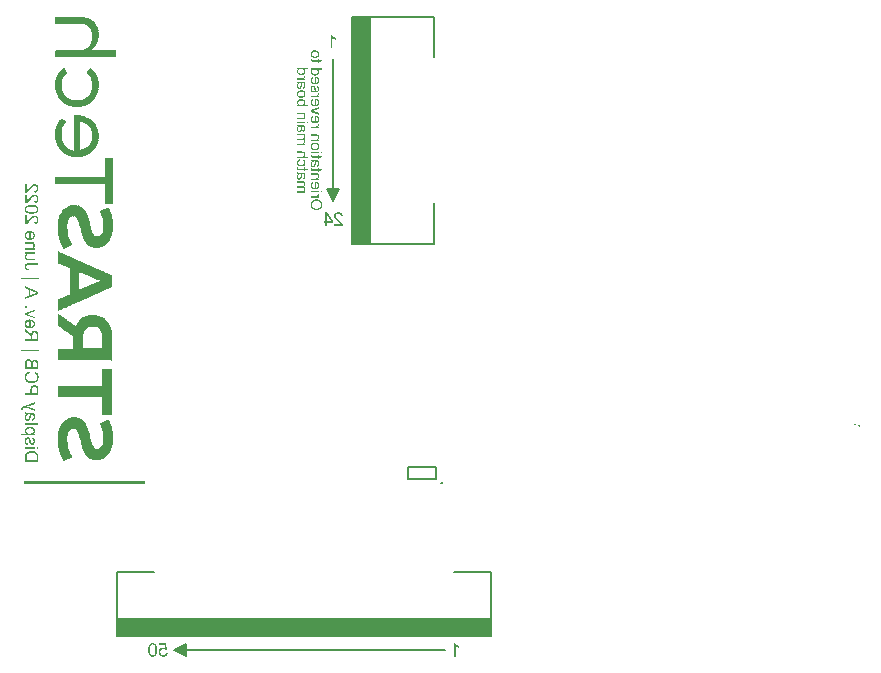
<source format=gbr>
%TF.GenerationSoftware,Altium Limited,Altium Designer,22.5.1 (42)*%
G04 Layer_Color=32896*
%FSLAX45Y45*%
%MOMM*%
%TF.SameCoordinates,2641221E-3FAC-4475-AA3C-923D0AF84551*%
%TF.FilePolarity,Positive*%
%TF.FileFunction,Legend,Bot*%
%TF.Part,Single*%
G01*
G75*
%TA.AperFunction,NonConductor*%
%ADD29C,0.25400*%
%ADD30C,0.20000*%
%ADD31R,1.58450X19.20000*%
%ADD32R,31.68197X1.58450*%
G36*
X-1851493Y3855183D02*
Y3853173D01*
X-1849482Y3853173D01*
X-1849483Y3851162D01*
X-1831389Y3851163D01*
X-1831390Y3849152D01*
X-1829379D01*
Y3847142D01*
X-1819327D01*
Y3845131D01*
X-1817317Y3845132D01*
X-1817317Y3843121D01*
X-1813296Y3843121D01*
X-1813296Y3841111D01*
X-1805255D01*
Y3839101D01*
X-1803245Y3839101D01*
X-1803245Y3837090D01*
X-1799224Y3837091D01*
Y3835080D01*
X-1795203D01*
X-1795203Y3833070D01*
X-1793193Y3833070D01*
Y3831059D01*
X-1791182D01*
Y3829048D01*
X-1789172D01*
Y3827039D01*
X-1787162Y3827038D01*
X-1787161Y3825028D01*
X-1785151D01*
X-1785151Y3823018D01*
X-1781131Y3823018D01*
X-1781131Y3821007D01*
X-1777110Y3821007D01*
Y3818997D01*
X-1775100D01*
Y3816987D01*
X-1773089D01*
X-1773089Y3814976D01*
X-1771079D01*
X-1771079Y3812966D01*
X-1769068D01*
X-1769069Y3808945D01*
X-1767058D01*
X-1767058Y3806934D01*
X-1765048Y3806935D01*
X-1765048Y3802914D01*
X-1763037D01*
Y3800903D01*
X-1761027D01*
Y3798894D01*
X-1759017Y3798893D01*
Y3794873D01*
X-1757007D01*
Y3792863D01*
X-1754996Y3792862D01*
X-1754995Y3784821D01*
X-1752986D01*
Y3782811D01*
X-1750975D01*
X-1750975Y3780800D01*
X-1748964D01*
X-1748965Y3776780D01*
X-1746955Y3776779D01*
X-1746954Y3774769D01*
X-1744944D01*
X-1744944Y3770749D01*
X-1742934D01*
Y3768738D01*
X-1740924Y3768738D01*
X-1740923Y3750645D01*
X-1738914D01*
Y3746624D01*
X-1736903Y3746624D01*
Y3742604D01*
X-1738914D01*
Y3734563D01*
X-1736903Y3734562D01*
X-1736903Y3730541D01*
X-1734893Y3730542D01*
Y3686314D01*
X-1736903Y3686313D01*
X-1736903Y3680283D01*
X-1738914Y3680282D01*
Y3674252D01*
X-1736903Y3674251D01*
X-1736903Y3670231D01*
X-1738914Y3670231D01*
Y3668221D01*
X-1740924Y3668221D01*
Y3656159D01*
X-1742934Y3656158D01*
X-1742934Y3654148D01*
X-1744944D01*
X-1744945Y3644097D01*
X-1746955D01*
Y3642086D01*
X-1748965Y3642087D01*
Y3638065D01*
X-1750975Y3638066D01*
Y3632035D01*
X-1752986D01*
Y3630024D01*
X-1754996Y3630024D01*
Y3628014D01*
X-1757007D01*
X-1757006Y3621983D01*
X-1759017Y3621983D01*
X-1759016Y3619972D01*
X-1761027D01*
Y3615952D01*
X-1763037D01*
Y3611931D01*
X-1765048D01*
Y3607910D01*
X-1767059Y3607910D01*
X-1767058Y3605900D01*
X-1769069D01*
X-1769068Y3603889D01*
X-1773090D01*
Y3599869D01*
X-1775100Y3599869D01*
Y3597858D01*
X-1777110Y3597859D01*
X-1777110Y3595849D01*
X-1779121Y3595848D01*
X-1779120Y3593838D01*
X-1781131D01*
X-1781131Y3591827D01*
X-1783141Y3591828D01*
X-1783141Y3589818D01*
X-1787161Y3589817D01*
X-1787162Y3585796D01*
X-1789172D01*
X-1789171Y3575745D01*
X-1592158D01*
Y3573734D01*
X-1590147D01*
X-1590148Y3519455D01*
X-1592158D01*
X-1592157Y3517445D01*
X-1825358D01*
X-1827369Y3517445D01*
X-2100776Y3517445D01*
Y3519454D01*
X-2102786Y3519455D01*
X-2102787Y3573734D01*
X-2100776D01*
Y3575745D01*
X-1903761Y3575745D01*
X-1903762Y3577755D01*
X-1899741Y3577755D01*
X-1899741Y3579766D01*
X-1897731D01*
Y3577755D01*
X-1885669Y3577755D01*
Y3579766D01*
X-1883659D01*
Y3577755D01*
X-1877627D01*
X-1877628Y3579766D01*
X-1875618D01*
X-1875617Y3581776D01*
X-1863556Y3581776D01*
X-1863555Y3583786D01*
X-1861545D01*
X-1861545Y3585797D01*
X-1851493Y3585796D01*
X-1851492Y3589817D01*
X-1843451D01*
Y3591827D01*
X-1841441Y3591828D01*
Y3593838D01*
X-1839430Y3593838D01*
X-1839431Y3595849D01*
X-1837421Y3595848D01*
Y3597859D01*
X-1835410Y3597858D01*
Y3599869D01*
X-1829379Y3599869D01*
X-1829380Y3601879D01*
X-1827369D01*
X-1827368Y3603889D01*
X-1825358Y3603890D01*
Y3605900D01*
X-1823348Y3605900D01*
Y3607910D01*
X-1821338D01*
Y3609921D01*
X-1819327Y3609921D01*
X-1819328Y3611931D01*
X-1817317Y3611931D01*
X-1817317Y3613941D01*
X-1815307D01*
Y3615952D01*
X-1813296Y3615952D01*
X-1813297Y3621983D01*
X-1811286D01*
Y3623993D01*
X-1809276Y3623992D01*
X-1809275Y3626003D01*
X-1807265D01*
X-1807265Y3632035D01*
X-1805255Y3632034D01*
Y3634045D01*
X-1803245Y3634045D01*
Y3642086D01*
X-1801234Y3642085D01*
X-1801234Y3644097D01*
X-1799224D01*
Y3656159D01*
X-1797213Y3656158D01*
Y3658169D01*
X-1795203D01*
X-1795203Y3660180D01*
X-1793193D01*
Y3728531D01*
X-1795203D01*
Y3730541D01*
X-1797214Y3730542D01*
X-1797213Y3734563D01*
X-1799224D01*
Y3744614D01*
X-1801234Y3744614D01*
Y3746624D01*
X-1803245Y3746625D01*
X-1803245Y3754666D01*
X-1805255D01*
Y3756677D01*
X-1807265Y3756677D01*
Y3758686D01*
X-1809276Y3758686D01*
Y3760697D01*
X-1811286Y3760697D01*
X-1811286Y3762707D01*
X-1813296Y3762707D01*
Y3768738D01*
X-1815307Y3768738D01*
X-1815307Y3770749D01*
X-1817317Y3770749D01*
Y3772760D01*
X-1819328D01*
X-1819327Y3774770D01*
X-1821337Y3774769D01*
X-1821338Y3776779D01*
X-1823348Y3776780D01*
Y3778789D01*
X-1825359Y3778790D01*
X-1825358Y3780800D01*
X-1829379Y3780800D01*
Y3782811D01*
X-1833400Y3782811D01*
X-1833400Y3784821D01*
X-1835410Y3784821D01*
Y3786832D01*
X-1839431Y3786831D01*
Y3788842D01*
X-1843452D01*
X-1843451Y3790852D01*
X-1845462D01*
X-1845462Y3792863D01*
X-1851493Y3792863D01*
Y3794873D01*
X-1865565D01*
X-1865565Y3796883D01*
X-1869586D01*
X-1869586Y3798894D01*
X-1901752D01*
Y3800903D01*
X-2096756D01*
X-2096756Y3798893D01*
X-2100776Y3798894D01*
Y3800903D01*
X-2102786D01*
X-2102787Y3855184D01*
X-1851493Y3855183D01*
D02*
G37*
G36*
X-1809275Y3424969D02*
X-1807265D01*
X-1807265Y3422958D01*
X-1803244Y3422958D01*
Y3420948D01*
X-1799224D01*
Y3418938D01*
X-1797214D01*
Y3416928D01*
X-1795203Y3416927D01*
X-1795203Y3414917D01*
X-1793193D01*
Y3412906D01*
X-1791182Y3412907D01*
Y3410896D01*
X-1789172D01*
X-1789171Y3408885D01*
X-1787162Y3408886D01*
Y3406876D01*
X-1785151Y3406875D01*
X-1785151Y3404865D01*
X-1783141D01*
X-1783141Y3402855D01*
X-1781130Y3402855D01*
X-1781131Y3400844D01*
X-1779120Y3400844D01*
X-1779121Y3398834D01*
X-1777110D01*
Y3396823D01*
X-1775100D01*
X-1775099Y3394813D01*
X-1773089D01*
X-1773090Y3392803D01*
X-1771079Y3392803D01*
X-1771079Y3390793D01*
X-1769069D01*
X-1769069Y3388782D01*
X-1767059D01*
Y3386772D01*
X-1765048D01*
X-1765047Y3384762D01*
X-1763037D01*
Y3380741D01*
X-1761027D01*
Y3376720D01*
X-1759016Y3376721D01*
X-1759017Y3374710D01*
X-1757007D01*
Y3372700D01*
X-1754996D01*
X-1754996Y3368679D01*
X-1752986Y3368679D01*
Y3366668D01*
X-1750975D01*
Y3354607D01*
X-1746955Y3354606D01*
X-1746954Y3352596D01*
X-1744944Y3352596D01*
X-1744944Y3342544D01*
X-1742934Y3342544D01*
Y3340534D01*
X-1740924Y3340534D01*
X-1740924Y3330482D01*
X-1738913D01*
X-1738914Y3328472D01*
X-1736903D01*
Y3322441D01*
X-1738914Y3322440D01*
X-1738914Y3316410D01*
X-1736903Y3316410D01*
Y3314400D01*
X-1734893Y3314399D01*
Y3260120D01*
X-1736903Y3260120D01*
Y3256100D01*
X-1738914Y3256099D01*
Y3250068D01*
X-1736903Y3250068D01*
X-1736903Y3240016D01*
X-1738914Y3240017D01*
X-1738913Y3238006D01*
X-1740924D01*
X-1740924Y3225944D01*
X-1742934Y3225944D01*
Y3221923D01*
X-1744944D01*
Y3213882D01*
X-1746955D01*
X-1746955Y3209861D01*
X-1748965D01*
Y3207851D01*
X-1750975Y3207851D01*
X-1750975Y3199809D01*
X-1752986Y3199810D01*
Y3197799D01*
X-1754996D01*
Y3193778D01*
X-1757007Y3193779D01*
Y3189757D01*
X-1759017D01*
Y3185737D01*
X-1761027Y3185737D01*
X-1761027Y3181716D01*
X-1763037D01*
X-1763037Y3177695D01*
X-1765048Y3177696D01*
Y3175685D01*
X-1767059Y3175685D01*
X-1767058Y3173675D01*
X-1769069D01*
X-1769069Y3167644D01*
X-1771079D01*
X-1771079Y3165633D01*
X-1773090Y3165634D01*
Y3163623D01*
X-1775100Y3163623D01*
Y3161613D01*
X-1777110D01*
Y3159602D01*
X-1779120D01*
X-1779120Y3157592D01*
X-1781130D01*
X-1781131Y3155582D01*
X-1783141D01*
X-1783141Y3153571D01*
X-1785152D01*
X-1785151Y3151561D01*
X-1787162Y3151562D01*
Y3149550D01*
X-1789172D01*
Y3147541D01*
X-1791182Y3147540D01*
X-1791182Y3145530D01*
X-1793193D01*
Y3141509D01*
X-1795203D01*
X-1795203Y3139498D01*
X-1797214Y3139499D01*
X-1797213Y3137489D01*
X-1801234D01*
X-1801235Y3135478D01*
X-1803245D01*
Y3133467D01*
X-1805255Y3133468D01*
Y3131458D01*
X-1807265D01*
Y3129447D01*
X-1809276D01*
X-1809276Y3127437D01*
X-1813296Y3127436D01*
Y3125426D01*
X-1817317Y3125427D01*
X-1817317Y3123417D01*
X-1819327Y3123416D01*
Y3121406D01*
X-1821338D01*
Y3119395D01*
X-1823348D01*
Y3117385D01*
X-1829380D01*
X-1829379Y3115375D01*
X-1833400Y3115375D01*
Y3113364D01*
X-1839431D01*
X-1839430Y3111354D01*
X-1841441D01*
X-1841442Y3109344D01*
X-1843452D01*
X-1843451Y3107333D01*
X-1851493D01*
Y3105323D01*
X-1853503Y3105323D01*
X-1853503Y3103313D01*
X-1857524Y3103313D01*
Y3105323D01*
X-1859535Y3105323D01*
Y3103312D01*
X-1865565Y3103313D01*
Y3101303D01*
X-1875617Y3101302D01*
Y3099292D01*
X-1879638Y3099292D01*
X-1879638Y3097282D01*
X-1913814Y3097282D01*
X-1913814Y3095271D01*
X-1915824D01*
X-1915824Y3093261D01*
X-1923865D01*
X-1923866Y3095271D01*
X-1927886Y3095271D01*
X-1927886Y3097281D01*
X-1962062Y3097282D01*
X-1962062Y3099292D01*
X-1964072Y3099292D01*
X-1964072Y3101303D01*
X-1976134Y3101302D01*
X-1976135Y3103313D01*
X-1984176D01*
Y3105323D01*
X-1988196Y3105323D01*
X-1988196Y3107333D01*
X-1994228Y3107333D01*
X-1994228Y3109344D01*
X-1998248D01*
Y3111354D01*
X-2002269D01*
X-2002269Y3113364D01*
X-2006290D01*
Y3115375D01*
X-2008300Y3115375D01*
X-2008300Y3117385D01*
X-2016342D01*
X-2016342Y3119396D01*
X-2018352Y3119395D01*
X-2018352Y3121406D01*
X-2022373D01*
X-2022372Y3123416D01*
X-2024383D01*
X-2024383Y3125427D01*
X-2026393D01*
Y3127436D01*
X-2030414D01*
X-2030414Y3129447D01*
X-2034435Y3129447D01*
Y3131457D01*
X-2036445Y3131458D01*
Y3133468D01*
X-2038455Y3133468D01*
X-2038456Y3135479D01*
X-2040466Y3135478D01*
Y3137489D01*
X-2042476Y3137488D01*
Y3139499D01*
X-2044487D01*
X-2044486Y3141509D01*
X-2046497Y3141510D01*
Y3143520D01*
X-2048506D01*
X-2048507Y3145530D01*
X-2050518D01*
X-2050517Y3147540D01*
X-2052528D01*
Y3149550D01*
X-2054538D01*
Y3151561D01*
X-2056548D01*
X-2056549Y3153571D01*
X-2058559Y3153571D01*
Y3155582D01*
X-2060569D01*
X-2060570Y3157593D01*
X-2062579Y3157592D01*
Y3159603D01*
X-2064590D01*
X-2064589Y3161613D01*
X-2066600Y3161612D01*
X-2066600Y3163624D01*
X-2068611Y3163623D01*
X-2068610Y3167644D01*
X-2070620D01*
X-2070621Y3171664D01*
X-2072632D01*
Y3173675D01*
X-2074642D01*
X-2074641Y3175685D01*
X-2076652Y3175686D01*
X-2076652Y3177696D01*
X-2078662Y3177696D01*
Y3183727D01*
X-2080672D01*
X-2080673Y3185737D01*
X-2082683Y3185737D01*
X-2082683Y3191768D01*
X-2084693Y3191768D01*
X-2084693Y3193778D01*
X-2086703D01*
X-2086704Y3197799D01*
X-2088714Y3197799D01*
X-2088715Y3201820D01*
X-2090725Y3201820D01*
X-2090724Y3207851D01*
X-2092734D01*
X-2092735Y3211871D01*
X-2094745D01*
Y3217903D01*
X-2096756Y3217902D01*
Y3223933D01*
X-2098766Y3223934D01*
X-2098766Y3235996D01*
X-2100776D01*
X-2100777Y3238006D01*
X-2102787Y3238006D01*
X-2102786Y3258110D01*
X-2104797D01*
X-2104797Y3260120D01*
X-2106807Y3260120D01*
X-2106807Y3304347D01*
X-2104797D01*
Y3306358D01*
X-2102786D01*
Y3324451D01*
X-2100777D01*
X-2100776Y3326461D01*
X-2098766Y3326462D01*
Y3340534D01*
X-2096755D01*
X-2096756Y3344554D01*
X-2094745Y3344555D01*
Y3352596D01*
X-2092734Y3352596D01*
X-2092735Y3356617D01*
X-2090724Y3356617D01*
Y3360638D01*
X-2088714Y3360637D01*
Y3366668D01*
X-2086703Y3366669D01*
Y3368679D01*
X-2084693Y3368679D01*
Y3370688D01*
X-2082683Y3370689D01*
X-2082683Y3376720D01*
X-2080673D01*
Y3378731D01*
X-2078662Y3378731D01*
X-2078663Y3380741D01*
X-2076652Y3380741D01*
Y3382751D01*
X-2074641Y3382751D01*
X-2074642Y3388782D01*
X-2072631Y3388782D01*
X-2072632Y3390793D01*
X-2070620Y3390792D01*
X-2070621Y3392803D01*
X-2068611D01*
X-2068610Y3394813D01*
X-2066600Y3394814D01*
Y3396824D01*
X-2064590D01*
Y3398834D01*
X-2062579Y3398834D01*
Y3400844D01*
X-2060569Y3400844D01*
X-2060570Y3402855D01*
X-2058559Y3402855D01*
X-2058559Y3406876D01*
X-2054538Y3406875D01*
X-2054538Y3408885D01*
X-2052528Y3408885D01*
Y3410896D01*
X-2050517Y3410896D01*
Y3412907D01*
X-2048507Y3412906D01*
X-2048506Y3414917D01*
X-2046497D01*
Y3416928D01*
X-2040466D01*
X-2040466Y3418937D01*
X-2038456Y3418938D01*
Y3420948D01*
X-2036445Y3420948D01*
X-2036445Y3422958D01*
X-2034435D01*
Y3424969D01*
X-2032424Y3424969D01*
X-2032424Y3426979D01*
X-2028403D01*
Y3424968D01*
X-2026393Y3424969D01*
X-2026393Y3422958D01*
X-2024383Y3422958D01*
Y3418938D01*
X-2022372D01*
Y3414917D01*
X-2020362Y3414917D01*
X-2020363Y3412906D01*
X-2018352Y3412907D01*
Y3410896D01*
X-2016342D01*
X-2016342Y3404865D01*
X-2014332Y3404865D01*
X-2014331Y3402855D01*
X-2012321Y3402855D01*
X-2012321Y3400844D01*
X-2010310D01*
X-2010311Y3396824D01*
X-2006289D01*
X-2006290Y3390793D01*
X-2004279Y3390792D01*
Y3388782D01*
X-2002269Y3388782D01*
X-2002269Y3382751D01*
X-2004279Y3382751D01*
Y3380741D01*
X-2006289D01*
X-2006290Y3378730D01*
X-2008301Y3378731D01*
X-2008300Y3376720D01*
X-2010310Y3376721D01*
Y3374710D01*
X-2012321Y3374711D01*
X-2012320Y3372700D01*
X-2014332Y3372699D01*
Y3370689D01*
X-2016341Y3370689D01*
X-2016342Y3368678D01*
X-2018352Y3368679D01*
Y3366668D01*
X-2020362Y3366669D01*
X-2020362Y3364657D01*
X-2022373Y3364658D01*
X-2022372Y3362648D01*
X-2024383Y3362648D01*
Y3360637D01*
X-2026393D01*
Y3356617D01*
X-2028403Y3356617D01*
X-2028404Y3354607D01*
X-2030414Y3354606D01*
X-2030414Y3350586D01*
X-2032424Y3350586D01*
Y3348575D01*
X-2034435D01*
Y3346565D01*
X-2036445Y3346565D01*
Y3344554D01*
X-2038456Y3344555D01*
Y3342544D01*
X-2040466D01*
Y3338523D01*
X-2038456D01*
Y3336513D01*
X-2040466Y3336513D01*
X-2040465Y3334503D01*
X-2042476D01*
Y3330482D01*
X-2044486D01*
Y3328472D01*
X-2042476D01*
Y3326461D01*
X-2044486D01*
Y3320430D01*
X-2046497D01*
Y3302337D01*
X-2048507D01*
X-2048506Y3298316D01*
X-2050517Y3298317D01*
Y3258110D01*
X-2048507Y3258110D01*
X-2048507Y3256099D01*
X-2046497Y3256100D01*
Y3242027D01*
X-2044486D01*
X-2044487Y3238006D01*
X-2042476Y3238006D01*
Y3235996D01*
X-2044486D01*
X-2044487Y3233985D01*
X-2042476D01*
Y3229964D01*
X-2040466Y3229965D01*
X-2040466Y3225944D01*
X-2038456D01*
Y3223933D01*
X-2040466Y3223934D01*
X-2040465Y3219913D01*
X-2038455Y3219913D01*
Y3217903D01*
X-2036445D01*
Y3215892D01*
X-2034435D01*
X-2034435Y3213882D01*
X-2032424D01*
Y3211872D01*
X-2030414Y3211871D01*
X-2030414Y3205841D01*
X-2028403D01*
X-2028404Y3203831D01*
X-2026393Y3203830D01*
Y3201820D01*
X-2024383Y3201820D01*
X-2024383Y3197800D01*
X-2022372Y3197799D01*
Y3193778D01*
X-2020363D01*
X-2020362Y3191768D01*
X-2018352Y3191768D01*
X-2018352Y3189757D01*
X-2016341Y3189758D01*
X-2016342Y3187747D01*
X-2014332D01*
Y3185737D01*
X-2012321D01*
Y3183727D01*
X-2010311D01*
X-2010310Y3181717D01*
X-2008301Y3181716D01*
X-2008300Y3179706D01*
X-2006289Y3179706D01*
X-2006290Y3177696D01*
X-2004279D01*
X-2004279Y3175685D01*
X-1998248D01*
X-1998248Y3173674D01*
X-1996239Y3173675D01*
Y3171664D01*
X-1994228D01*
Y3169654D01*
X-1988196Y3169655D01*
X-1988196Y3167644D01*
X-1986187D01*
X-1986186Y3165633D01*
X-1978145Y3165633D01*
Y3163624D01*
X-1976135Y3163623D01*
Y3161613D01*
X-1970104Y3161613D01*
X-1970103Y3159603D01*
X-1966083D01*
Y3157592D01*
X-1964072D01*
Y3155582D01*
X-1950000D01*
Y3153572D01*
X-1945979Y3153571D01*
Y3151561D01*
X-1939948Y3151561D01*
X-1939948Y3153571D01*
X-1937938Y3153571D01*
Y3151562D01*
X-1899741D01*
Y3153571D01*
X-1897732D01*
X-1897731Y3151561D01*
X-1891700D01*
X-1891700Y3153571D01*
X-1889690D01*
X-1889689Y3155582D01*
X-1887679Y3155582D01*
Y3157592D01*
X-1883658D01*
X-1883659Y3155581D01*
X-1877627Y3155581D01*
X-1877627Y3157592D01*
X-1875617Y3157593D01*
X-1875617Y3159602D01*
X-1871596Y3159603D01*
X-1871596Y3161613D01*
X-1865565Y3161612D01*
Y3163624D01*
X-1863555D01*
Y3165633D01*
X-1855514D01*
Y3167644D01*
X-1851492Y3167644D01*
X-1851493Y3169654D01*
X-1847472Y3169655D01*
X-1847472Y3171664D01*
X-1845462Y3171665D01*
Y3173674D01*
X-1843452Y3173675D01*
Y3175685D01*
X-1839431Y3175685D01*
Y3177696D01*
X-1835411Y3177696D01*
X-1835410Y3179706D01*
X-1833400D01*
X-1833400Y3181716D01*
X-1831389D01*
Y3183726D01*
X-1829379D01*
X-1829379Y3185737D01*
X-1827369Y3185737D01*
Y3187747D01*
X-1825358D01*
Y3189758D01*
X-1823348D01*
Y3191768D01*
X-1821338D01*
X-1821338Y3193778D01*
X-1819328D01*
X-1819327Y3195789D01*
X-1817317D01*
Y3199809D01*
X-1815307D01*
X-1815307Y3201820D01*
X-1813296Y3201820D01*
X-1813296Y3205841D01*
X-1811285Y3205840D01*
X-1811286Y3207850D01*
X-1809276Y3207851D01*
Y3213882D01*
X-1807265D01*
Y3215892D01*
X-1805255D01*
X-1805255Y3217903D01*
X-1803245D01*
X-1803244Y3227954D01*
X-1799224Y3227954D01*
Y3240017D01*
X-1797214D01*
X-1797213Y3242027D01*
X-1795203Y3242027D01*
Y3244037D01*
X-1793193D01*
Y3258110D01*
X-1789172D01*
X-1789172Y3296306D01*
X-1791182D01*
X-1791183Y3298317D01*
X-1793193Y3298316D01*
X-1793192Y3318420D01*
X-1795203D01*
X-1795203Y3320430D01*
X-1797214Y3320431D01*
Y3324451D01*
X-1799224D01*
Y3334503D01*
X-1801234D01*
X-1801234Y3336513D01*
X-1803245D01*
X-1803245Y3344554D01*
X-1805255Y3344555D01*
X-1805255Y3348575D01*
X-1807265Y3348575D01*
X-1807265Y3350586D01*
X-1809276D01*
Y3352596D01*
X-1811286D01*
Y3354606D01*
X-1813296D01*
X-1813296Y3358627D01*
X-1815307D01*
X-1815307Y3362648D01*
X-1817317Y3362647D01*
X-1817317Y3364658D01*
X-1821338Y3364658D01*
X-1821337Y3366668D01*
X-1823348D01*
Y3368679D01*
X-1825359Y3368679D01*
X-1825358Y3370689D01*
X-1827369Y3370689D01*
X-1827368Y3374711D01*
X-1831390D01*
X-1831389Y3378731D01*
X-1835410Y3378731D01*
Y3380741D01*
X-1837421D01*
X-1837421Y3390793D01*
X-1833400D01*
X-1833400Y3392803D01*
X-1831390D01*
X-1831389Y3400844D01*
X-1829380D01*
X-1829379Y3402855D01*
X-1827368Y3402855D01*
X-1827369Y3404865D01*
X-1825358Y3404865D01*
X-1825359Y3406876D01*
X-1823348Y3406875D01*
Y3410896D01*
X-1821338D01*
Y3412906D01*
X-1819328D01*
X-1819327Y3414917D01*
X-1817317D01*
Y3416927D01*
X-1815307Y3416927D01*
X-1815307Y3420948D01*
X-1813296D01*
Y3424969D01*
X-1811286D01*
X-1811286Y3426979D01*
X-1809276D01*
X-1809275Y3424969D01*
D02*
G37*
G36*
X-1919845Y3028929D02*
Y3026920D01*
X-1917834D01*
Y3024909D01*
X-1909793Y3024909D01*
X-1907782Y3024909D01*
X-1883659D01*
Y3022899D01*
X-1881649D01*
X-1881648Y3020889D01*
X-1867576Y3020889D01*
X-1867576Y3018878D01*
X-1865565Y3018878D01*
Y3016867D01*
X-1863556Y3016868D01*
X-1863555Y3014857D01*
X-1861544Y3014858D01*
X-1861545Y3016868D01*
X-1853503D01*
X-1853503Y3014857D01*
X-1849483D01*
X-1849483Y3012847D01*
X-1845462D01*
Y3010836D01*
X-1841441D01*
Y3008826D01*
X-1839431Y3008826D01*
X-1839430Y3006816D01*
X-1833400Y3006816D01*
X-1833400Y3004806D01*
X-1823348Y3004806D01*
Y3002796D01*
X-1821338D01*
Y3000785D01*
X-1819327Y3000785D01*
X-1819328Y2998775D01*
X-1817317D01*
Y2996764D01*
X-1811286Y2996765D01*
X-1811286Y2994753D01*
X-1809276D01*
Y2992743D01*
X-1807265D01*
Y2990733D01*
X-1805255Y2990733D01*
X-1805254Y2988723D01*
X-1801234D01*
Y2986713D01*
X-1797214D01*
Y2984702D01*
X-1795203D01*
Y2982692D01*
X-1793193D01*
Y2980682D01*
X-1791182Y2980681D01*
X-1791182Y2978671D01*
X-1789171D01*
X-1789172Y2976661D01*
X-1787161D01*
X-1787162Y2974650D01*
X-1785151Y2974650D01*
Y2972640D01*
X-1783141D01*
Y2970629D01*
X-1781131D01*
X-1781130Y2968619D01*
X-1779121D01*
X-1779120Y2966609D01*
X-1777110D01*
Y2964599D01*
X-1775100Y2964598D01*
X-1775101Y2962588D01*
X-1773090D01*
X-1773089Y2960579D01*
X-1771079Y2960578D01*
X-1771078Y2956557D01*
X-1769069D01*
Y2952536D01*
X-1767059Y2952536D01*
X-1767058Y2950526D01*
X-1765048Y2950526D01*
Y2948516D01*
X-1763037D01*
X-1763038Y2946505D01*
X-1761027Y2946505D01*
X-1761027Y2942485D01*
X-1759017D01*
Y2938464D01*
X-1757007Y2938465D01*
X-1757007Y2936454D01*
X-1754996D01*
X-1754996Y2930422D01*
X-1752986Y2930423D01*
X-1752985Y2928412D01*
X-1750975D01*
Y2918360D01*
X-1748965D01*
Y2916351D01*
X-1746955D01*
Y2912330D01*
X-1744944Y2912329D01*
X-1744945Y2908309D01*
X-1742934Y2908308D01*
X-1742934Y2904288D01*
X-1740924D01*
Y2890216D01*
X-1738913D01*
X-1738914Y2888205D01*
X-1736903D01*
X-1736903Y2884185D01*
X-1738913Y2884184D01*
Y2880164D01*
X-1736903D01*
X-1736903Y2878154D01*
X-1738914Y2878154D01*
Y2874133D01*
X-1736903D01*
X-1736903Y2872122D01*
X-1734893Y2872123D01*
X-1734893Y2829905D01*
X-1736903Y2829905D01*
Y2825884D01*
X-1738914D01*
Y2819854D01*
X-1736903D01*
Y2817844D01*
X-1738914Y2817843D01*
X-1738914Y2815833D01*
X-1736903Y2815833D01*
X-1736903Y2809802D01*
X-1738914D01*
X-1738914Y2807791D01*
X-1740924Y2807791D01*
X-1740924Y2795729D01*
X-1742934D01*
X-1742934Y2791708D01*
X-1744944D01*
Y2785677D01*
X-1746954Y2785678D01*
Y2781657D01*
X-1748965Y2781657D01*
X-1748964Y2779646D01*
X-1750975Y2779647D01*
Y2771605D01*
X-1752986D01*
Y2769595D01*
X-1754996D01*
Y2763564D01*
X-1757007D01*
X-1757006Y2759543D01*
X-1759016D01*
X-1759017Y2755522D01*
X-1761027Y2755522D01*
Y2753512D01*
X-1763037Y2753512D01*
Y2751501D01*
X-1765048Y2751501D01*
X-1765048Y2747481D01*
X-1767059D01*
Y2745471D01*
X-1769069Y2745471D01*
X-1769069Y2741450D01*
X-1771079Y2741449D01*
X-1771079Y2739439D01*
X-1773089Y2739440D01*
X-1773089Y2737429D01*
X-1775100D01*
Y2733409D01*
X-1777110D01*
Y2731398D01*
X-1779120Y2731398D01*
X-1779120Y2729388D01*
X-1781131D01*
Y2727378D01*
X-1783141Y2727377D01*
Y2725367D01*
X-1785151D01*
Y2723357D01*
X-1787162D01*
Y2721346D01*
X-1789172Y2721347D01*
X-1789171Y2719336D01*
X-1791182D01*
X-1791183Y2717326D01*
X-1793193Y2717326D01*
Y2715315D01*
X-1795203D01*
X-1795203Y2713305D01*
X-1799224D01*
X-1799224Y2711295D01*
X-1801233D01*
X-1801234Y2709284D01*
X-1803245Y2709284D01*
X-1803245Y2707273D01*
X-1807265Y2707274D01*
X-1807265Y2705264D01*
X-1809276Y2705264D01*
Y2703253D01*
X-1813296D01*
Y2701243D01*
X-1815307Y2701243D01*
X-1815307Y2699233D01*
X-1817317Y2699233D01*
X-1817317Y2697222D01*
X-1821338Y2697222D01*
Y2695212D01*
X-1825358D01*
Y2693201D01*
X-1829379D01*
Y2691191D01*
X-1833400D01*
X-1833399Y2689181D01*
X-1837421D01*
Y2687171D01*
X-1843451D01*
X-1843452Y2685160D01*
X-1845462Y2685160D01*
X-1845462Y2683150D01*
X-1853503D01*
Y2681139D01*
X-1855514D01*
X-1855513Y2679130D01*
X-1867576Y2679129D01*
X-1867575Y2677119D01*
X-1871596Y2677119D01*
X-1871597Y2675108D01*
X-1881648Y2675108D01*
Y2673098D01*
X-1885669Y2673098D01*
Y2671088D01*
X-1952010D01*
X-1952010Y2673098D01*
X-1956031Y2673098D01*
X-1956031Y2675108D01*
X-1970103D01*
X-1970103Y2677119D01*
X-1972114D01*
X-1972113Y2679130D01*
X-1986186Y2679129D01*
Y2681139D01*
X-1988196D01*
Y2683150D01*
X-1994228Y2683150D01*
X-1994228Y2685160D01*
X-1996239D01*
Y2687171D01*
X-2000259D01*
Y2689181D01*
X-2006290D01*
Y2691191D01*
X-2010310Y2691191D01*
Y2693201D01*
X-2014332D01*
Y2695212D01*
X-2016342Y2695212D01*
X-2016342Y2697222D01*
X-2022373Y2697222D01*
X-2022372Y2699233D01*
X-2024383Y2699232D01*
X-2024383Y2701243D01*
X-2028404Y2701243D01*
X-2028403Y2703253D01*
X-2030414D01*
X-2030414Y2707274D01*
X-2038456D01*
Y2709284D01*
X-2040466D01*
Y2711295D01*
X-2042476D01*
Y2713305D01*
X-2044486D01*
X-2044486Y2715315D01*
X-2046497Y2715315D01*
Y2717326D01*
X-2048507Y2717326D01*
Y2719336D01*
X-2050517D01*
Y2721347D01*
X-2052528D01*
Y2723357D01*
X-2054538D01*
X-2054538Y2725367D01*
X-2056549Y2725367D01*
Y2727377D01*
X-2058559D01*
Y2729388D01*
X-2060569D01*
Y2731398D01*
X-2062579D01*
X-2062580Y2733409D01*
X-2064590D01*
X-2064590Y2735418D01*
X-2066600D01*
Y2737429D01*
X-2068611D01*
X-2068611Y2743460D01*
X-2070621D01*
X-2070621Y2745471D01*
X-2072630Y2745471D01*
X-2072631Y2747481D01*
X-2074642D01*
Y2755522D01*
X-2078662Y2755522D01*
Y2759543D01*
X-2082683Y2759543D01*
X-2082684Y2765574D01*
X-2084693Y2765574D01*
X-2084693Y2767583D01*
X-2086704Y2767584D01*
X-2086703Y2771605D01*
X-2088714D01*
Y2779647D01*
X-2090724Y2779647D01*
X-2090725Y2781657D01*
X-2092735Y2781657D01*
Y2789698D01*
X-2094745Y2789698D01*
Y2795729D01*
X-2096756Y2795728D01*
Y2799750D01*
X-2098766D01*
Y2813823D01*
X-2100776Y2813822D01*
Y2815833D01*
X-2102786Y2815833D01*
X-2102787Y2835936D01*
X-2104797D01*
Y2839957D01*
X-2106807Y2839958D01*
X-2106808Y2888205D01*
X-2104797Y2888206D01*
X-2104797Y2890216D01*
X-2102786Y2890215D01*
X-2102787Y2910319D01*
X-2100776D01*
Y2914340D01*
X-2098766D01*
X-2098766Y2924391D01*
X-2096756Y2924392D01*
X-2096755Y2928412D01*
X-2094746D01*
X-2094745Y2938464D01*
X-2092735Y2938465D01*
Y2946506D01*
X-2090724Y2946505D01*
X-2090724Y2948516D01*
X-2088714D01*
Y2950526D01*
X-2086704D01*
Y2956557D01*
X-2084693Y2956557D01*
Y2958567D01*
X-2082683Y2958568D01*
X-2082683Y2962588D01*
X-2080673D01*
Y2964599D01*
X-2078662D01*
Y2966609D01*
X-2076652D01*
Y2968619D01*
X-2074642Y2968620D01*
Y2976661D01*
X-2072632Y2976661D01*
X-2072631Y2978671D01*
X-2068611Y2978671D01*
Y2982692D01*
X-2064590D01*
X-2064590Y2986712D01*
X-2060569Y2986713D01*
Y2988723D01*
X-2058559Y2988723D01*
X-2058559Y2990733D01*
X-2056549Y2990732D01*
Y2992744D01*
X-2054538Y2992743D01*
Y2996764D01*
X-2050517Y2996765D01*
X-2050518Y3000785D01*
X-2044486D01*
Y2998775D01*
X-2042476D01*
X-2042476Y2996764D01*
X-2040466D01*
Y2994753D01*
X-2038455D01*
X-2038456Y2992743D01*
X-2036445D01*
Y2990733D01*
X-2034435Y2990733D01*
Y2988722D01*
X-2032424Y2988723D01*
Y2986713D01*
X-2030414D01*
Y2984702D01*
X-2026393D01*
X-2026393Y2982692D01*
X-2022372D01*
Y2980681D01*
X-2020362Y2980682D01*
X-2020363Y2978671D01*
X-2018352Y2978671D01*
Y2976661D01*
X-2016342D01*
X-2016341Y2974650D01*
X-2014332Y2974650D01*
Y2972640D01*
X-2010310D01*
X-2010311Y2968619D01*
X-2012321Y2968619D01*
Y2966609D01*
X-2016342D01*
X-2016341Y2962588D01*
X-2020362Y2962589D01*
X-2020362Y2958568D01*
X-2022372D01*
Y2956557D01*
X-2024383D01*
X-2024383Y2952536D01*
X-2026393Y2952536D01*
X-2026393Y2948515D01*
X-2030414Y2948516D01*
X-2030414Y2940474D01*
X-2032424D01*
Y2938464D01*
X-2034435Y2938465D01*
X-2034435Y2934443D01*
X-2036445D01*
Y2932433D01*
X-2038456D01*
X-2038455Y2926402D01*
X-2040466Y2926402D01*
Y2924392D01*
X-2042476D01*
X-2042476Y2922381D01*
X-2044486D01*
Y2918361D01*
X-2042476Y2918360D01*
Y2914340D01*
X-2044486D01*
X-2044486Y2908309D01*
X-2046497Y2908309D01*
X-2046497Y2890215D01*
X-2048507Y2890216D01*
Y2886195D01*
X-2050517D01*
Y2847998D01*
X-2048506D01*
Y2845988D01*
X-2046497D01*
Y2819854D01*
X-2044486D01*
X-2044486Y2815833D01*
X-2042476Y2815833D01*
X-2042476Y2813823D01*
X-2044486Y2813822D01*
X-2044487Y2809802D01*
X-2042476Y2809802D01*
X-2042476Y2807791D01*
X-2040465D01*
X-2040466Y2805781D01*
X-2038456Y2805782D01*
Y2801760D01*
X-2040465Y2801761D01*
X-2040466Y2799750D01*
X-2038456D01*
Y2795729D01*
X-2036445D01*
X-2036445Y2793719D01*
X-2034435D01*
Y2787688D01*
X-2032424D01*
Y2785678D01*
X-2030414Y2785677D01*
X-2030414Y2783668D01*
X-2028403Y2783667D01*
X-2028403Y2781657D01*
X-2026393Y2781657D01*
X-2026393Y2775626D01*
X-2024383D01*
Y2773615D01*
X-2022373Y2773615D01*
X-2022372Y2771605D01*
X-2020362D01*
X-2020362Y2769595D01*
X-2018352D01*
X-2018352Y2767585D01*
X-2016341Y2767585D01*
X-2016342Y2765573D01*
X-2014332Y2765574D01*
Y2763564D01*
X-2012321Y2763563D01*
Y2761553D01*
X-2010311Y2761553D01*
X-2010310Y2759543D01*
X-2008300D01*
X-2008300Y2757533D01*
X-2006289Y2757532D01*
X-2006290Y2755522D01*
X-2004279Y2755522D01*
Y2753512D01*
X-2002269Y2753512D01*
X-2002269Y2751501D01*
X-2000259Y2751501D01*
Y2749491D01*
X-1998248Y2749491D01*
Y2747481D01*
X-1996238Y2747481D01*
X-1996239Y2745471D01*
X-1994228Y2745471D01*
Y2743460D01*
X-1988197D01*
Y2741450D01*
X-1986186Y2741450D01*
X-1986186Y2739440D01*
X-1980156Y2739439D01*
X-1980155Y2737429D01*
X-1976135Y2737430D01*
X-1976134Y2735419D01*
X-1968093Y2735418D01*
X-1968092Y2733409D01*
X-1966083D01*
X-1966082Y2731398D01*
X-1956031Y2731398D01*
X-1956031Y2729388D01*
X-1954021Y2729387D01*
Y2727377D01*
X-1943969Y2727377D01*
X-1943969Y3020889D01*
X-1941959Y3020889D01*
Y3024909D01*
X-1927886D01*
X-1927886Y3026920D01*
X-1925876Y3026920D01*
X-1925876Y3028930D01*
X-1919845Y3028929D01*
D02*
G37*
G36*
X-1672571Y2667067D02*
X-1620303Y2667067D01*
X-1620303Y2665057D01*
X-1618292Y2665056D01*
Y2279070D01*
X-1622313Y2279070D01*
Y2277059D01*
X-1676593Y2277059D01*
Y2279069D01*
X-1678603Y2279070D01*
Y2371545D01*
Y2373556D01*
X-1678603Y2441908D01*
X-2102786Y2441908D01*
Y2502218D01*
X-2100776D01*
X-2100776Y2504228D01*
X-2096755Y2504229D01*
X-2096756Y2502218D01*
X-1680614D01*
X-1680613Y2504229D01*
X-1678603D01*
X-1678603Y2665057D01*
X-1676592D01*
X-1676593Y2667067D01*
X-1674582Y2667067D01*
X-1674582Y2669077D01*
X-1672572Y2669078D01*
X-1672571Y2667067D01*
D02*
G37*
G36*
X300000Y2400000D02*
X250000Y2300000D01*
X199999Y2400001D01*
X300000Y2400000D01*
D02*
G37*
G36*
X-1921855Y2264997D02*
X-1919845Y2264997D01*
Y2262986D01*
X-1915824Y2262987D01*
Y2260976D01*
X-1913814D01*
Y2262987D01*
X-1905772D01*
X-1905772Y2260977D01*
X-1903762Y2260976D01*
Y2258966D01*
X-1895721Y2258967D01*
X-1895721Y2254945D01*
X-1893710D01*
Y2252936D01*
X-1885669Y2252935D01*
X-1885669Y2250924D01*
X-1883659Y2250925D01*
X-1883659Y2248914D01*
X-1879638Y2248914D01*
Y2246904D01*
X-1877627D01*
Y2244894D01*
X-1875617D01*
Y2242883D01*
X-1871596D01*
X-1871597Y2238863D01*
X-1867576D01*
Y2236852D01*
X-1865565D01*
Y2234842D01*
X-1863556Y2234841D01*
X-1863555Y2232831D01*
X-1861544D01*
X-1861545Y2230821D01*
X-1859535Y2230822D01*
Y2228811D01*
X-1857524Y2228810D01*
Y2224790D01*
X-1855513D01*
X-1855514Y2222780D01*
X-1853503D01*
X-1853503Y2220770D01*
X-1851493Y2220769D01*
Y2216749D01*
X-1849483Y2216749D01*
Y2214738D01*
X-1847472Y2214738D01*
X-1847473Y2210718D01*
X-1843452Y2210717D01*
X-1843451Y2208707D01*
X-1841441Y2208708D01*
Y2200666D01*
X-1839430D01*
X-1839431Y2198655D01*
X-1837420D01*
Y2192625D01*
X-1835410D01*
Y2190614D01*
X-1833400Y2190615D01*
X-1833400Y2180563D01*
X-1831389D01*
Y2178552D01*
X-1829379D01*
X-1829379Y2176542D01*
X-1831390Y2176541D01*
X-1831389Y2172520D01*
X-1829379Y2172521D01*
X-1829380Y2170511D01*
X-1827368Y2170511D01*
Y2164480D01*
X-1825358D01*
X-1825358Y2162469D01*
X-1823348D01*
Y2152417D01*
X-1821338Y2152418D01*
X-1821338Y2148396D01*
X-1819327Y2148397D01*
X-1819328Y2146386D01*
X-1817317Y2146387D01*
Y2132314D01*
X-1813296Y2132314D01*
X-1813296Y2118241D01*
X-1811286D01*
X-1811286Y2114221D01*
X-1809275D01*
X-1809276Y2100149D01*
X-1807265Y2100148D01*
Y2096128D01*
X-1805255D01*
X-1805254Y2094117D01*
X-1807265Y2094117D01*
X-1807265Y2086076D01*
X-1805255D01*
Y2084066D01*
X-1803244D01*
X-1803245Y2072004D01*
X-1801235D01*
X-1801233Y2069993D01*
X-1799224Y2069993D01*
Y2057931D01*
X-1797214Y2057931D01*
X-1797214Y2055921D01*
X-1795203Y2055920D01*
X-1795203Y2053910D01*
X-1793193Y2053911D01*
X-1793193Y2043859D01*
X-1791182D01*
Y2039838D01*
X-1789172Y2039838D01*
X-1789172Y2031797D01*
X-1787162Y2031796D01*
Y2029786D01*
X-1785152D01*
X-1785151Y2025766D01*
X-1783140D01*
X-1783141Y2019734D01*
X-1781131D01*
X-1781130Y2017724D01*
X-1779120Y2017724D01*
Y2013703D01*
X-1777110D01*
X-1777110Y2011693D01*
X-1775100Y2011693D01*
Y2009683D01*
X-1773089Y2009683D01*
Y2007672D01*
X-1769069Y2007672D01*
X-1769069Y2003652D01*
X-1765048D01*
Y2001641D01*
X-1734893D01*
X-1734893Y2003652D01*
X-1728861D01*
Y2005662D01*
X-1726851D01*
X-1726852Y2007672D01*
X-1722831Y2007672D01*
X-1722830Y2011693D01*
X-1720820Y2011693D01*
X-1720821Y2013703D01*
X-1716800Y2013704D01*
X-1716799Y2017724D01*
X-1714790D01*
Y2019734D01*
X-1712778Y2019735D01*
X-1712779Y2021745D01*
X-1710769D01*
X-1710768Y2025766D01*
X-1708758Y2025766D01*
X-1708758Y2029787D01*
X-1706748Y2029786D01*
Y2031797D01*
X-1702727Y2031797D01*
Y2045869D01*
X-1700717D01*
Y2049890D01*
X-1698707D01*
X-1698706Y2051900D01*
X-1696696D01*
Y2132314D01*
X-1698706Y2132313D01*
X-1698706Y2134324D01*
X-1700717D01*
Y2136335D01*
X-1702727Y2136335D01*
X-1702727Y2152418D01*
X-1704738Y2152417D01*
Y2154427D01*
X-1706748Y2154428D01*
X-1706748Y2166490D01*
X-1708758D01*
X-1708758Y2168500D01*
X-1710768D01*
Y2176542D01*
X-1712779Y2176541D01*
X-1712779Y2180563D01*
X-1714789D01*
Y2190614D01*
X-1716799D01*
X-1716800Y2194635D01*
X-1718810Y2194634D01*
Y2196645D01*
X-1720820Y2196645D01*
X-1720821Y2204687D01*
X-1724841Y2204686D01*
Y2206697D01*
X-1726851Y2206697D01*
Y2214739D01*
X-1724841D01*
Y2216749D01*
X-1722831D01*
Y2218759D01*
X-1716800Y2218759D01*
Y2220770D01*
X-1710768Y2220770D01*
Y2222780D01*
X-1706748Y2222780D01*
X-1706748Y2224790D01*
X-1698706Y2224791D01*
X-1698707Y2226800D01*
X-1696696D01*
X-1696696Y2228811D01*
X-1694685Y2228810D01*
X-1694686Y2230821D01*
X-1688654D01*
Y2232831D01*
X-1686644Y2232831D01*
Y2234842D01*
X-1678603D01*
X-1678603Y2236852D01*
X-1676593D01*
X-1676593Y2238863D01*
X-1668551D01*
Y2240873D01*
X-1660510D01*
Y2242883D01*
X-1658500Y2242883D01*
Y2244894D01*
X-1650458D01*
X-1650458Y2240873D01*
X-1648447Y2240874D01*
X-1648448Y2236852D01*
X-1646437D01*
X-1646437Y2232831D01*
X-1644426Y2232831D01*
X-1644427Y2228811D01*
X-1642417D01*
Y2226800D01*
X-1640406Y2226800D01*
X-1640406Y2220770D01*
X-1638396Y2220769D01*
Y2210718D01*
X-1636386D01*
Y2208707D01*
X-1634375Y2208707D01*
Y2202676D01*
X-1632365D01*
Y2200666D01*
X-1630354D01*
Y2192625D01*
X-1628344Y2192624D01*
X-1628344Y2188604D01*
X-1626334Y2188604D01*
Y2184583D01*
X-1624324Y2184583D01*
X-1624323Y2172521D01*
X-1622312D01*
X-1622313Y2170511D01*
X-1620303D01*
X-1620303Y2164480D01*
X-1622313D01*
Y2160459D01*
X-1620303D01*
X-1620303Y2158448D01*
X-1622313Y2158449D01*
Y2156438D01*
X-1620303Y2156438D01*
Y2150407D01*
X-1618293D01*
X-1618292Y2124273D01*
X-1616282Y2124273D01*
X-1616283Y2120252D01*
X-1614272Y2120252D01*
X-1614271Y2057931D01*
X-1616282Y2057931D01*
Y2053910D01*
X-1618292D01*
Y2033807D01*
X-1620303Y2033807D01*
Y2029786D01*
X-1622313D01*
X-1622313Y2023756D01*
X-1620303Y2023755D01*
X-1620303Y2019735D01*
X-1622313Y2019734D01*
Y2015713D01*
X-1624324Y2015714D01*
X-1624323Y2009683D01*
X-1626334D01*
X-1626334Y2003651D01*
X-1628344Y2003652D01*
X-1628344Y2001642D01*
X-1630354Y2001641D01*
X-1630355Y1993600D01*
X-1632364Y1993600D01*
X-1632365Y1991590D01*
X-1634375Y1991589D01*
X-1634375Y1983548D01*
X-1636386D01*
Y1981538D01*
X-1638397Y1981538D01*
Y1979527D01*
X-1640406D01*
X-1640406Y1971486D01*
X-1642416D01*
X-1642417Y1969476D01*
X-1644427D01*
Y1965455D01*
X-1646438Y1965455D01*
X-1646437Y1961435D01*
X-1648447Y1961434D01*
Y1959424D01*
X-1650458Y1959424D01*
X-1650457Y1957414D01*
X-1652468D01*
X-1652469Y1953394D01*
X-1654479Y1953393D01*
X-1654478Y1949373D01*
X-1656489D01*
X-1656489Y1947362D01*
X-1658499D01*
X-1658500Y1945351D01*
X-1660510D01*
X-1660510Y1943341D01*
X-1662520D01*
Y1941331D01*
X-1664530D01*
Y1939321D01*
X-1666541Y1939320D01*
X-1666540Y1937310D01*
X-1668551D01*
X-1668551Y1935300D01*
X-1670562D01*
Y1933290D01*
X-1676593Y1933290D01*
Y1931279D01*
X-1678603D01*
Y1929269D01*
X-1680613Y1929269D01*
Y1927259D01*
X-1682624Y1927258D01*
X-1682624Y1925248D01*
X-1684634Y1925249D01*
X-1684634Y1923237D01*
X-1686644D01*
Y1921227D01*
X-1690665Y1921228D01*
X-1690665Y1919217D01*
X-1694685D01*
X-1694686Y1917207D01*
X-1698706Y1917206D01*
Y1915197D01*
X-1702727Y1915196D01*
X-1702727Y1913186D01*
X-1706747Y1913185D01*
X-1706748Y1911176D01*
X-1714790Y1911176D01*
X-1714789Y1909165D01*
X-1718810Y1909166D01*
Y1907155D01*
X-1720820Y1907155D01*
X-1720820Y1909165D01*
X-1724841Y1909166D01*
X-1724840Y1907155D01*
X-1728861Y1907155D01*
X-1728861Y1905145D01*
X-1781131D01*
X-1781131Y1907155D01*
X-1785151D01*
X-1785152Y1909165D01*
X-1791182Y1909166D01*
X-1791182Y1907155D01*
X-1795203D01*
Y1909166D01*
X-1799224Y1909165D01*
Y1911176D01*
X-1801234Y1911176D01*
X-1801235Y1913186D01*
X-1805254D01*
X-1805255Y1915197D01*
X-1811285Y1915196D01*
X-1811286Y1917207D01*
X-1813296D01*
Y1919217D01*
X-1815307D01*
Y1921227D01*
X-1823349Y1921228D01*
X-1823348Y1925248D01*
X-1825358D01*
X-1825358Y1927259D01*
X-1827369Y1927258D01*
Y1929268D01*
X-1829380D01*
X-1829379Y1931279D01*
X-1831389D01*
X-1831389Y1933290D01*
X-1833399Y1933289D01*
X-1833400Y1935300D01*
X-1835410Y1935300D01*
Y1937311D01*
X-1837420Y1937310D01*
X-1837421Y1939320D01*
X-1839431Y1939320D01*
Y1941331D01*
X-1841441D01*
X-1841441Y1943342D01*
X-1843451Y1943341D01*
X-1843451Y1945352D01*
X-1845462Y1945351D01*
Y1947362D01*
X-1847472Y1947362D01*
Y1949373D01*
X-1849483D01*
Y1951383D01*
X-1851493Y1951383D01*
Y1957414D01*
X-1853503Y1957414D01*
X-1853503Y1959424D01*
X-1857524Y1959424D01*
Y1967465D01*
X-1859535Y1967465D01*
Y1969475D01*
X-1861545Y1969476D01*
Y1973496D01*
X-1863555D01*
X-1863556Y1977517D01*
X-1865565Y1977517D01*
X-1865565Y1987569D01*
X-1869586D01*
Y1989579D01*
X-1871596D01*
X-1871596Y2001641D01*
X-1873606D01*
X-1873606Y2003651D01*
X-1875617Y2003652D01*
X-1875617Y2013703D01*
X-1877627Y2013704D01*
Y2017724D01*
X-1879638D01*
Y2021745D01*
X-1877628D01*
X-1877627Y2023756D01*
X-1879638Y2023755D01*
Y2027776D01*
X-1881649D01*
X-1881648Y2039838D01*
X-1883658D01*
X-1883659Y2041848D01*
X-1885669D01*
X-1885669Y2055920D01*
X-1889690Y2055921D01*
Y2069993D01*
X-1891700Y2069994D01*
X-1891700Y2074014D01*
X-1893710D01*
Y2076024D01*
X-1895721D01*
X-1895721Y2084066D01*
X-1893710D01*
X-1893711Y2086076D01*
X-1895720Y2086076D01*
X-1895721Y2090097D01*
X-1897731Y2090097D01*
Y2092107D01*
X-1899741D01*
Y2102159D01*
X-1901751D01*
X-1901752Y2108190D01*
X-1903762Y2108190D01*
Y2110200D01*
X-1901752Y2110200D01*
Y2112210D01*
X-1903762D01*
Y2118241D01*
X-1905772Y2118242D01*
X-1905772Y2126283D01*
X-1907782Y2126283D01*
Y2128294D01*
X-1909793D01*
X-1909793Y2136335D01*
X-1911804D01*
Y2138345D01*
X-1913814Y2138344D01*
Y2142366D01*
X-1915824Y2142366D01*
X-1915824Y2146386D01*
X-1917834Y2146387D01*
X-1917835Y2148396D01*
X-1919845D01*
X-1919845Y2150407D01*
X-1921855Y2150407D01*
Y2154428D01*
X-1923866D01*
Y2156438D01*
X-1925875D01*
X-1925876Y2158449D01*
X-1927886Y2158449D01*
Y2162469D01*
X-1929896Y2162469D01*
Y2164480D01*
X-1935928Y2164479D01*
X-1935928Y2166490D01*
X-1937938Y2166490D01*
Y2168501D01*
X-1939948Y2168500D01*
X-1939948Y2170511D01*
X-1945980Y2170511D01*
X-1945979Y2168500D01*
X-1956031D01*
Y2170511D01*
X-1960052Y2170511D01*
Y2168501D01*
X-1966083D01*
Y2166490D01*
X-1968093Y2166490D01*
X-1968093Y2164480D01*
X-1972114Y2164480D01*
X-1972113Y2162469D01*
X-1976135D01*
Y2160459D01*
X-1978145Y2160459D01*
X-1978146Y2158449D01*
X-1980155Y2158448D01*
Y2156438D01*
X-1982165D01*
X-1982166Y2152417D01*
X-1984176Y2152418D01*
Y2150407D01*
X-1986187Y2150407D01*
X-1986186Y2146387D01*
X-1988197D01*
Y2144376D01*
X-1990207Y2144377D01*
Y2140355D01*
X-1992217Y2140356D01*
Y2138345D01*
X-1994228Y2138344D01*
Y2134324D01*
X-1996238D01*
X-1996238Y2130303D01*
X-1994228Y2130304D01*
Y2128294D01*
X-1996238D01*
X-1996239Y2122262D01*
X-1998248D01*
Y2102159D01*
X-2000259D01*
X-2000259Y2096128D01*
X-2002269D01*
X-2002269Y2061952D01*
X-2000259D01*
Y2059942D01*
X-1998249Y2059941D01*
X-1998248Y2025766D01*
X-1996238Y2025766D01*
X-1996238Y2011693D01*
X-1994228D01*
X-1994228Y2009683D01*
X-1992217Y2009683D01*
Y2005663D01*
X-1990207Y2005661D01*
Y2001642D01*
X-1992217Y2001641D01*
Y1995610D01*
X-1990207D01*
Y1993600D01*
X-1988196Y1993600D01*
X-1988196Y1991590D01*
X-1986186D01*
Y1979528D01*
X-1984176D01*
Y1977517D01*
X-1982166Y1977517D01*
X-1982165Y1973496D01*
X-1980155D01*
X-1980156Y1971486D01*
X-1978146Y1971486D01*
X-1978145Y1965455D01*
X-1976134D01*
X-1976135Y1963445D01*
X-1974125D01*
Y1953393D01*
X-1972114Y1953394D01*
Y1947362D01*
X-1970103Y1947362D01*
X-1970104Y1945351D01*
X-1968093Y1945352D01*
Y1943341D01*
X-1966083D01*
Y1941331D01*
X-1964073D01*
X-1964072Y1939320D01*
X-1962062D01*
Y1933290D01*
X-1960052D01*
X-1960052Y1929269D01*
X-1962062D01*
X-1962062Y1925249D01*
X-1968093D01*
X-1968093Y1923238D01*
X-1972114D01*
Y1921228D01*
X-1976135Y1921227D01*
Y1919217D01*
X-1978145D01*
X-1978146Y1917207D01*
X-1984176D01*
X-1984176Y1915197D01*
X-1988196Y1915196D01*
X-1988197Y1913186D01*
X-1992217D01*
X-1992217Y1911176D01*
X-2000259D01*
Y1909165D01*
X-2004279Y1909165D01*
X-2004279Y1907155D01*
X-2006290Y1907155D01*
X-2006290Y1905145D01*
X-2014332D01*
Y1903134D01*
X-2016342D01*
Y1901124D01*
X-2020362D01*
X-2020362Y1899113D01*
X-2024383Y1899114D01*
X-2024383Y1897103D01*
X-2034435D01*
X-2034435Y1899114D01*
X-2036445Y1899113D01*
X-2036445Y1901124D01*
X-2038455D01*
X-2038456Y1903134D01*
X-2040466Y1903134D01*
X-2040466Y1909165D01*
X-2042476Y1909165D01*
Y1911176D01*
X-2044486D01*
Y1913186D01*
X-2046497D01*
Y1919217D01*
X-2048507Y1919217D01*
X-2048506Y1921228D01*
X-2050517Y1921227D01*
X-2050518Y1925248D01*
X-2052528Y1925248D01*
X-2052528Y1929268D01*
X-2054539Y1929269D01*
X-2054538Y1935300D01*
X-2056549Y1935299D01*
X-2056548Y1937311D01*
X-2058559Y1937310D01*
Y1947362D01*
X-2060569Y1947362D01*
X-2060569Y1949372D01*
X-2062579Y1949373D01*
Y1951383D01*
X-2064590Y1951383D01*
Y1959424D01*
X-2066600D01*
X-2066600Y1969475D01*
X-2068611Y1969476D01*
X-2068611Y1973497D01*
X-2070621Y1973496D01*
Y1983548D01*
X-2072632Y1983548D01*
X-2072631Y1987569D01*
X-2074642Y1987569D01*
X-2074642Y2003652D01*
X-2076652D01*
X-2076652Y2005662D01*
X-2078662Y2005662D01*
X-2078663Y2023755D01*
X-2080673D01*
X-2080673Y2025765D01*
X-2082683Y2025766D01*
X-2082683Y2124273D01*
X-2080673Y2124273D01*
X-2080672Y2126283D01*
X-2078662D01*
Y2144376D01*
X-2076652Y2144377D01*
Y2148396D01*
X-2074642Y2148397D01*
X-2074642Y2160459D01*
X-2072632D01*
X-2072631Y2164480D01*
X-2070621D01*
Y2168500D01*
X-2068611Y2168501D01*
X-2068610Y2172521D01*
X-2066600Y2172521D01*
Y2174532D01*
X-2068610Y2174531D01*
Y2178552D01*
X-2066600D01*
Y2180562D01*
X-2064590Y2180563D01*
Y2184583D01*
X-2062579Y2184583D01*
Y2188604D01*
X-2060569D01*
X-2060570Y2192625D01*
X-2058559Y2192624D01*
X-2058559Y2196645D01*
X-2056549D01*
Y2198655D01*
X-2054538D01*
X-2054539Y2200666D01*
X-2052528D01*
Y2202676D01*
X-2050518D01*
X-2050517Y2208707D01*
X-2048507D01*
X-2048506Y2210717D01*
X-2046497Y2210718D01*
Y2212728D01*
X-2044487Y2212728D01*
X-2044486Y2216748D01*
X-2042476D01*
Y2220769D01*
X-2040465Y2220770D01*
X-2040466Y2222780D01*
X-2038456D01*
Y2224790D01*
X-2036445D01*
Y2226800D01*
X-2034435D01*
Y2228811D01*
X-2032424Y2228810D01*
Y2230821D01*
X-2030414D01*
X-2030414Y2232831D01*
X-2028404Y2232831D01*
X-2028403Y2234841D01*
X-2026393Y2234842D01*
X-2026393Y2236852D01*
X-2024383D01*
Y2238863D01*
X-2018352D01*
X-2018352Y2240873D01*
X-2016341Y2240873D01*
X-2016342Y2242883D01*
X-2014332Y2242884D01*
Y2244894D01*
X-2008301Y2244893D01*
X-2008300Y2246904D01*
X-2006290D01*
Y2248914D01*
X-2004279Y2248915D01*
Y2250925D01*
X-2002269D01*
X-2002269Y2252936D01*
X-1998248D01*
X-1998249Y2254945D01*
X-1994228Y2254946D01*
X-1994228Y2256956D01*
X-1990207Y2256955D01*
X-1990207Y2258966D01*
X-1982165D01*
X-1982166Y2260976D01*
X-1980155D01*
Y2262986D01*
X-1974124Y2262987D01*
X-1974125Y2260976D01*
X-1970103D01*
Y2262987D01*
X-1966083D01*
Y2264997D01*
X-1925876Y2264997D01*
Y2267007D01*
X-1921855D01*
Y2264997D01*
D02*
G37*
G36*
X-2072631Y1870969D02*
X-2070621D01*
X-2070621Y1868958D01*
X-2066600D01*
Y1866948D01*
X-2062579D01*
Y1864938D01*
X-2060570D01*
X-2060569Y1862928D01*
X-2054539Y1862928D01*
Y1860918D01*
X-2052528Y1860917D01*
Y1858906D01*
X-2048507Y1858906D01*
X-2048506Y1860917D01*
X-2046497D01*
X-2046497Y1858907D01*
X-2042476D01*
Y1856896D01*
X-2036445D01*
X-2036445Y1854886D01*
X-2034435Y1854886D01*
X-2034435Y1852875D01*
X-2028403Y1852875D01*
Y1850865D01*
X-2026393Y1850865D01*
X-2026393Y1848855D01*
X-2020362Y1848855D01*
Y1846845D01*
X-2018352Y1846845D01*
X-2018352Y1844835D01*
X-2014332Y1844834D01*
X-2014331Y1842824D01*
X-2012321Y1842824D01*
Y1844834D01*
X-2010310D01*
X-2010311Y1842824D01*
X-2006289D01*
Y1840813D01*
X-2004279Y1840814D01*
Y1838803D01*
X-1998248D01*
Y1836793D01*
X-1994228Y1836793D01*
X-1994228Y1834782D01*
X-1990207D01*
X-1990207Y1832772D01*
X-1984176Y1832772D01*
X-1984176Y1830762D01*
X-1982166Y1830762D01*
Y1828752D01*
X-1974125Y1828751D01*
Y1826741D01*
X-1972114Y1826741D01*
X-1972114Y1824731D01*
X-1964072Y1824731D01*
X-1964073Y1822720D01*
X-1962062D01*
Y1820710D01*
X-1960052D01*
X-1960052Y1818699D01*
X-1954021Y1818700D01*
X-1954020Y1816689D01*
X-1950000D01*
Y1814679D01*
X-1945979D01*
Y1812668D01*
X-1939948D01*
X-1939948Y1810658D01*
X-1937938Y1810659D01*
Y1808648D01*
X-1929896Y1808648D01*
X-1929896Y1806637D01*
X-1925875Y1806638D01*
X-1925876Y1804627D01*
X-1919845D01*
X-1919845Y1802617D01*
X-1917834D01*
Y1800606D01*
X-1911803D01*
X-1911804Y1798596D01*
X-1909793D01*
X-1909793Y1796586D01*
X-1907782D01*
Y1794575D01*
X-1901752Y1794576D01*
Y1792566D01*
X-1897731Y1792565D01*
X-1897731Y1790554D01*
X-1895720Y1790555D01*
X-1895721Y1792565D01*
X-1891700D01*
X-1891699Y1790555D01*
X-1889690Y1790554D01*
Y1788545D01*
X-1887679Y1788544D01*
X-1887679Y1786534D01*
X-1879638D01*
Y1784524D01*
X-1877627D01*
Y1782514D01*
X-1875617Y1782513D01*
X-1875617Y1780502D01*
X-1867576Y1780503D01*
X-1867576Y1778492D01*
X-1865565D01*
Y1776482D01*
X-1855514Y1776482D01*
Y1774472D01*
X-1853503Y1774472D01*
Y1772461D01*
X-1849483Y1772462D01*
Y1770451D01*
X-1845462D01*
X-1845462Y1768441D01*
X-1843451D01*
X-1843452Y1766431D01*
X-1837421Y1766431D01*
X-1837421Y1764420D01*
X-1833399D01*
X-1833400Y1762410D01*
X-1829380D01*
Y1760400D01*
X-1819327D01*
X-1819327Y1758389D01*
X-1817317Y1758389D01*
X-1817317Y1756379D01*
X-1813296D01*
Y1754368D01*
X-1809276Y1754368D01*
Y1752358D01*
X-1805255Y1752358D01*
X-1805255Y1750348D01*
X-1803245Y1750348D01*
X-1803244Y1748337D01*
X-1795203Y1748337D01*
X-1795203Y1746327D01*
X-1793193Y1746327D01*
Y1744317D01*
X-1791182Y1744317D01*
Y1742306D01*
X-1787162D01*
Y1744317D01*
X-1785152D01*
X-1785151Y1742306D01*
X-1781131D01*
Y1740296D01*
X-1775100Y1740296D01*
X-1775100Y1738285D01*
X-1773089Y1738286D01*
Y1736275D01*
X-1767058Y1736275D01*
Y1734265D01*
X-1765048D01*
Y1732255D01*
X-1761027D01*
Y1730244D01*
X-1759017D01*
Y1728234D01*
X-1750975Y1728235D01*
X-1750975Y1726224D01*
X-1746955D01*
Y1724213D01*
X-1742934Y1724214D01*
X-1742934Y1722203D01*
X-1736902D01*
X-1736903Y1720192D01*
X-1732882D01*
Y1718182D01*
X-1730872Y1718182D01*
Y1716171D01*
X-1722831Y1716172D01*
Y1714161D01*
X-1720820D01*
Y1712151D01*
X-1716799D01*
Y1710141D01*
X-1712779Y1710141D01*
X-1712778Y1708130D01*
X-1702727D01*
Y1706121D01*
X-1700717Y1706120D01*
Y1704110D01*
X-1694686Y1704110D01*
X-1694685Y1702099D01*
X-1692675Y1702100D01*
Y1700089D01*
X-1690665D01*
Y1698079D01*
X-1684634D01*
X-1684634Y1696068D01*
X-1680613D01*
Y1694058D01*
X-1676592D01*
X-1676593Y1692047D01*
X-1668551D01*
X-1668551Y1690038D01*
X-1662520D01*
Y1688027D01*
X-1660510D01*
X-1660510Y1686016D01*
X-1658500Y1686017D01*
Y1684006D01*
X-1650458D01*
Y1681996D01*
X-1648447Y1681996D01*
Y1679986D01*
X-1644427D01*
Y1677975D01*
X-1640406D01*
X-1640406Y1675965D01*
X-1632365Y1675964D01*
Y1673954D01*
X-1630354Y1673955D01*
X-1630354Y1671944D01*
X-1626334Y1671944D01*
X-1626335Y1669934D01*
X-1622313Y1669933D01*
Y1667924D01*
X-1620303Y1667923D01*
Y1661893D01*
X-1622313D01*
Y1659882D01*
X-1620303Y1659882D01*
X-1620303Y1583489D01*
X-1622313D01*
X-1622313Y1581478D01*
X-1620303Y1581478D01*
Y1575447D01*
X-1622313D01*
X-1622313Y1573437D01*
X-1624324D01*
X-1624324Y1571427D01*
X-1628344D01*
Y1569416D01*
X-1630355D01*
X-1630354Y1567406D01*
X-1636386D01*
Y1565396D01*
X-1640406D01*
Y1563385D01*
X-1644426D01*
X-1644427Y1561375D01*
X-1646438Y1561375D01*
Y1559365D01*
X-1654479D01*
Y1557355D01*
X-1656489Y1557354D01*
X-1656489Y1555344D01*
X-1662520D01*
Y1553333D01*
X-1668551D01*
Y1551323D01*
X-1672572D01*
X-1672571Y1549313D01*
X-1674582Y1549313D01*
Y1547302D01*
X-1680613D01*
Y1545292D01*
X-1684634Y1545292D01*
Y1543282D01*
X-1690665Y1543282D01*
X-1690665Y1541271D01*
X-1692675Y1541272D01*
X-1692676Y1539261D01*
X-1700717Y1539261D01*
Y1537251D01*
X-1702727Y1537250D01*
Y1535240D01*
X-1708758D01*
X-1708758Y1533230D01*
X-1710769Y1533230D01*
X-1710768Y1531220D01*
X-1714790D01*
Y1529209D01*
X-1718810Y1529209D01*
X-1718810Y1527199D01*
X-1724841D01*
Y1525188D01*
X-1730872D01*
Y1523179D01*
X-1734893Y1523179D01*
X-1734893Y1521167D01*
X-1740924Y1521168D01*
Y1519157D01*
X-1744945Y1519158D01*
Y1517147D01*
X-1746955Y1517147D01*
X-1746954Y1515137D01*
X-1752986Y1515137D01*
X-1752985Y1513127D01*
X-1754996D01*
Y1511116D01*
X-1763037D01*
Y1509106D01*
X-1765048Y1509106D01*
X-1765048Y1507096D01*
X-1773089Y1507095D01*
Y1505085D01*
X-1775100Y1505085D01*
X-1775100Y1503075D01*
X-1777110D01*
Y1501064D01*
X-1785151D01*
Y1499054D01*
X-1787162D01*
X-1787161Y1497044D01*
X-1791182D01*
X-1791183Y1495033D01*
X-1799224D01*
Y1493023D01*
X-1801234D01*
X-1801234Y1491013D01*
X-1809276Y1491012D01*
X-1809276Y1489003D01*
X-1811286Y1489002D01*
X-1811285Y1486992D01*
X-1817317D01*
X-1817317Y1484982D01*
X-1819327D01*
X-1819327Y1482971D01*
X-1825358D01*
X-1825359Y1480961D01*
X-1827369D01*
Y1478950D01*
X-1831389D01*
Y1476940D01*
X-1837421D01*
Y1474929D01*
X-1845462Y1474930D01*
Y1472920D01*
X-1847472Y1472919D01*
X-1847473Y1470909D01*
X-1853503Y1470909D01*
X-1853503Y1468899D01*
X-1857524D01*
X-1857524Y1466889D01*
X-1861544Y1466889D01*
X-1861545Y1464878D01*
X-1863555Y1464878D01*
Y1462868D01*
X-1869586Y1462867D01*
X-1869586Y1460857D01*
X-1873607Y1460858D01*
X-1873606Y1458847D01*
X-1879638Y1458847D01*
Y1456837D01*
X-1883658Y1456837D01*
X-1883659Y1454827D01*
X-1889689D01*
X-1889690Y1452815D01*
X-1891700Y1452815D01*
X-1891699Y1450806D01*
X-1897731Y1450806D01*
Y1448795D01*
X-1901752D01*
X-1901751Y1446785D01*
X-1905772Y1446786D01*
X-1905773Y1444774D01*
X-1909793Y1444775D01*
X-1909793Y1442764D01*
X-1917835D01*
X-1917834Y1440754D01*
X-1919845D01*
Y1438743D01*
X-1923866D01*
Y1436733D01*
X-1927886Y1436733D01*
Y1434723D01*
X-1931907Y1434723D01*
Y1432713D01*
X-1935928Y1432713D01*
Y1430702D01*
X-1941959D01*
Y1428692D01*
X-1945979D01*
X-1945980Y1426681D01*
X-1952010Y1426682D01*
X-1952010Y1424671D01*
X-1960052D01*
Y1422660D01*
X-1962062Y1422661D01*
X-1962062Y1420650D01*
X-1964072D01*
X-1964072Y1418640D01*
X-1970103Y1418640D01*
Y1416630D01*
X-1972114D01*
Y1414619D01*
X-1978145Y1414619D01*
X-1978146Y1412609D01*
X-1982165Y1412609D01*
X-1982165Y1410599D01*
X-1990207D01*
Y1408588D01*
X-1992218Y1408588D01*
X-1992217Y1406578D01*
X-1996238Y1406578D01*
X-1996239Y1404567D01*
X-2002269Y1404568D01*
X-2002269Y1402557D01*
X-2006290D01*
Y1400547D01*
X-2008300D01*
X-2008300Y1398537D01*
X-2014332Y1398537D01*
Y1396526D01*
X-2016342D01*
Y1394516D01*
X-2026393D01*
Y1392506D01*
X-2028403Y1392505D01*
X-2028403Y1390496D01*
X-2034435D01*
X-2034435Y1388485D01*
X-2036445Y1388485D01*
Y1386474D01*
X-2038456D01*
X-2038456Y1384464D01*
X-2044487D01*
X-2044486Y1382454D01*
X-2048507Y1382453D01*
X-2048506Y1380443D01*
X-2054539D01*
X-2054538Y1378433D01*
X-2062579D01*
Y1376422D01*
X-2066601D01*
X-2066600Y1374413D01*
X-2070620Y1374413D01*
X-2070621Y1372402D01*
X-2072631Y1372402D01*
Y1370392D01*
X-2076652D01*
X-2076652Y1372402D01*
X-2078663D01*
X-2078662Y1466889D01*
X-2074642Y1466889D01*
Y1468899D01*
X-2072631Y1468899D01*
Y1470909D01*
X-2070621D01*
Y1472919D01*
X-2064590Y1472920D01*
X-2064589Y1474930D01*
X-2060570D01*
X-2060569Y1476940D01*
X-2058559Y1476940D01*
X-2058559Y1478951D01*
X-2048507Y1478950D01*
Y1480961D01*
X-2042476Y1480960D01*
Y1482971D01*
X-2040466D01*
Y1484982D01*
X-2038455Y1484982D01*
X-2038456Y1486992D01*
X-2026393D01*
X-2026393Y1491012D01*
X-2020362Y1491013D01*
Y1493023D01*
X-2018352D01*
X-2018352Y1495033D01*
X-2008301Y1495033D01*
X-2008300Y1497044D01*
X-2004279D01*
Y1499054D01*
X-2002269D01*
Y1501065D01*
X-1994228D01*
X-1994228Y1503075D01*
X-1992217Y1503075D01*
X-1992217Y1505085D01*
X-1990207Y1505085D01*
Y1507096D01*
X-1980155Y1507096D01*
Y1509106D01*
X-1978145Y1509106D01*
Y1730244D01*
X-1980155D01*
Y1732254D01*
X-1986186Y1732255D01*
X-1986187Y1734265D01*
X-1988196Y1734265D01*
X-1988196Y1736275D01*
X-1996238D01*
X-1996239Y1738285D01*
X-2002269D01*
X-2002269Y1740296D01*
X-2006289D01*
X-2006290Y1742306D01*
X-2010311Y1742306D01*
X-2010310Y1744317D01*
X-2014332Y1744317D01*
Y1746327D01*
X-2018352Y1746327D01*
Y1748337D01*
X-2024383D01*
X-2024383Y1750348D01*
X-2028403Y1750348D01*
X-2028404Y1752358D01*
X-2034435D01*
Y1754368D01*
X-2036445D01*
Y1756378D01*
X-2044486Y1756379D01*
Y1758389D01*
X-2048507Y1758389D01*
X-2048508Y1760399D01*
X-2054538D01*
X-2054538Y1762410D01*
X-2056549Y1762410D01*
Y1764420D01*
X-2062579D01*
Y1766431D01*
X-2066600D01*
Y1768440D01*
X-2068611D01*
X-2068611Y1766430D01*
X-2072631Y1766431D01*
Y1768440D01*
X-2074641Y1768441D01*
X-2074642Y1770451D01*
X-2076652Y1770451D01*
X-2076652Y1772461D01*
X-2078663D01*
Y1870968D01*
X-2076652Y1870969D01*
X-2076652Y1872979D01*
X-2072631D01*
Y1870969D01*
D02*
G37*
G36*
Y1342246D02*
Y1340237D01*
X-2070621Y1340236D01*
X-2070621Y1338226D01*
X-2068611D01*
X-2068611Y1336216D01*
X-2064590D01*
Y1334205D01*
X-2060569Y1334206D01*
X-2060570Y1332196D01*
X-2058559Y1332195D01*
X-2058559Y1330184D01*
X-2056549D01*
Y1328175D01*
X-2052528D01*
Y1326164D01*
X-2048507D01*
X-2048506Y1324154D01*
X-2046497D01*
X-2046497Y1322143D01*
X-2044486Y1322144D01*
X-2044487Y1320133D01*
X-2042476D01*
X-2042476Y1318123D01*
X-2040466D01*
X-2040465Y1316112D01*
X-2038456Y1316112D01*
X-2038455Y1314102D01*
X-2032424D01*
Y1312092D01*
X-2030414D01*
Y1310081D01*
X-2028403Y1310081D01*
X-2028404Y1308071D01*
X-2024383D01*
X-2024383Y1306061D01*
X-2020363Y1306061D01*
X-2020362Y1304050D01*
X-2016342Y1304050D01*
X-2016342Y1300029D01*
X-2014332Y1300029D01*
Y1298019D01*
X-2006289D01*
X-2006290Y1293998D01*
X-2004279Y1293998D01*
Y1291988D01*
X-2002269D01*
X-2002269Y1289978D01*
X-2000259Y1289978D01*
X-2000259Y1287968D01*
X-1996238Y1287967D01*
Y1285958D01*
X-1992217Y1285957D01*
X-1992218Y1283947D01*
X-1988196D01*
Y1281935D01*
X-1986187Y1281936D01*
X-1986186Y1279926D01*
X-1984176D01*
Y1277916D01*
X-1980155D01*
Y1275905D01*
X-1978146D01*
X-1978145Y1273895D01*
X-1976135Y1273895D01*
Y1271885D01*
X-1972114Y1271884D01*
Y1269874D01*
X-1968093D01*
Y1267864D01*
X-1966082Y1267864D01*
Y1265853D01*
X-1964072Y1265854D01*
X-1964072Y1263843D01*
X-1962062D01*
X-1962062Y1261833D01*
X-1956031D01*
X-1956031Y1259822D01*
X-1954021Y1259823D01*
Y1257812D01*
X-1952010Y1257812D01*
X-1952010Y1255802D01*
X-1950000D01*
Y1253791D01*
X-1947990Y1253791D01*
Y1251781D01*
X-1945980D01*
X-1945979Y1249771D01*
X-1939948D01*
X-1939949Y1247761D01*
X-1937938Y1247760D01*
X-1937938Y1245750D01*
X-1935928D01*
X-1935927Y1243740D01*
X-1929897Y1243739D01*
X-1929896Y1245750D01*
X-1927886Y1245750D01*
Y1249771D01*
X-1925876Y1249771D01*
X-1925875Y1253792D01*
X-1923865D01*
X-1923866Y1257812D01*
X-1921855Y1257812D01*
Y1261833D01*
X-1919845Y1261833D01*
X-1919845Y1263843D01*
X-1917834D01*
Y1265854D01*
X-1915824Y1265853D01*
X-1915824Y1267864D01*
X-1913814Y1267865D01*
Y1273895D01*
X-1911803D01*
X-1911803Y1275905D01*
X-1909793Y1275905D01*
X-1909793Y1277916D01*
X-1907782D01*
X-1907783Y1279926D01*
X-1905772Y1279926D01*
Y1285957D01*
X-1903762Y1285957D01*
Y1287967D01*
X-1901752Y1287968D01*
X-1901751Y1289978D01*
X-1899741Y1289978D01*
Y1291988D01*
X-1897731D01*
Y1293998D01*
X-1895721D01*
Y1296009D01*
X-1893710Y1296009D01*
Y1298019D01*
X-1891699Y1298019D01*
X-1891700Y1300029D01*
X-1889690Y1300030D01*
Y1302040D01*
X-1887679Y1302040D01*
Y1304050D01*
X-1881648Y1304051D01*
X-1881649Y1306061D01*
X-1879638Y1306060D01*
X-1879638Y1308071D01*
X-1877627D01*
Y1310081D01*
X-1875617Y1310082D01*
Y1312092D01*
X-1873606D01*
X-1873606Y1314102D01*
X-1867575D01*
Y1316112D01*
X-1865565Y1316112D01*
Y1318122D01*
X-1859534Y1318123D01*
Y1320133D01*
X-1857524Y1320132D01*
Y1322143D01*
X-1853503D01*
Y1324153D01*
X-1849483Y1324154D01*
Y1326164D01*
X-1839430Y1326164D01*
X-1839431Y1328175D01*
X-1837421Y1328174D01*
X-1837421Y1330185D01*
X-1833400Y1330185D01*
X-1833400Y1332195D01*
X-1831390Y1332195D01*
X-1831389Y1330185D01*
X-1823348D01*
Y1332195D01*
X-1821338Y1332196D01*
Y1334205D01*
X-1750975D01*
X-1750975Y1332195D01*
X-1748964Y1332195D01*
X-1748966Y1330184D01*
X-1740924Y1330184D01*
Y1332196D01*
X-1738914D01*
X-1738913Y1330185D01*
X-1734893D01*
Y1328175D01*
X-1730872D01*
Y1326164D01*
X-1722831D01*
Y1324153D01*
X-1720820D01*
X-1720820Y1322143D01*
X-1714789D01*
X-1714790Y1320132D01*
X-1712779Y1320133D01*
Y1318123D01*
X-1706748D01*
Y1316112D01*
X-1704738D01*
X-1704737Y1314102D01*
X-1698706D01*
Y1312092D01*
X-1696696D01*
Y1310081D01*
X-1694686Y1310082D01*
Y1308071D01*
X-1690664D01*
X-1690665Y1306060D01*
X-1686644Y1306061D01*
X-1686645Y1304050D01*
X-1684634Y1304050D01*
Y1302040D01*
X-1682624Y1302040D01*
X-1682624Y1300030D01*
X-1680613Y1300029D01*
X-1680613Y1298019D01*
X-1678603D01*
X-1678603Y1296009D01*
X-1676593D01*
Y1293998D01*
X-1674582Y1293998D01*
X-1674582Y1291988D01*
X-1672572D01*
Y1289978D01*
X-1670562Y1289977D01*
X-1670561Y1287967D01*
X-1668551D01*
X-1668551Y1285958D01*
X-1666541Y1285957D01*
X-1666540Y1283947D01*
X-1664530Y1283947D01*
Y1281936D01*
X-1662520D01*
Y1275905D01*
X-1660510D01*
X-1660510Y1273895D01*
X-1658500D01*
Y1271884D01*
X-1656489D01*
X-1656489Y1269874D01*
X-1654478Y1269874D01*
X-1654479Y1265854D01*
X-1652468D01*
Y1261833D01*
X-1650458Y1261833D01*
X-1650458Y1257812D01*
X-1648447Y1257812D01*
X-1648448Y1253791D01*
X-1646437D01*
X-1646437Y1251781D01*
X-1644426D01*
X-1644427Y1247760D01*
X-1642416Y1247761D01*
X-1642417Y1241729D01*
X-1640406Y1241729D01*
X-1640406Y1235699D01*
X-1638396D01*
X-1638397Y1231677D01*
X-1636386Y1231677D01*
X-1636386Y1229668D01*
X-1634375Y1229667D01*
Y1223636D01*
X-1632365Y1223636D01*
Y1221626D01*
X-1630355Y1221625D01*
X-1630354Y1207554D01*
X-1628344D01*
X-1628344Y1205543D01*
X-1626334D01*
X-1626334Y1203533D01*
X-1624324D01*
Y1189460D01*
X-1626334Y1189461D01*
Y1185440D01*
X-1624324D01*
Y1181419D01*
X-1622313Y1181419D01*
Y1179408D01*
X-1620303Y1179408D01*
Y1169357D01*
X-1622313D01*
Y1167347D01*
X-1620303Y1167346D01*
X-1620303Y962291D01*
X-1622313D01*
Y958270D01*
X-1620303Y958270D01*
X-1620303Y952239D01*
X-1622313D01*
X-1622313Y950229D01*
X-1626334Y950229D01*
X-1626334Y948218D01*
X-1630354Y948219D01*
Y950229D01*
X-2072632D01*
X-2072631Y948218D01*
X-2074642Y948219D01*
Y950229D01*
X-2076652Y950229D01*
X-2076652Y952239D01*
X-2078663D01*
X-2078662Y1042705D01*
X-2076651D01*
Y1044715D01*
X-1954021Y1044715D01*
Y1046726D01*
X-1952010D01*
Y1048736D01*
X-1950000D01*
X-1950000Y1151264D01*
X-1952010D01*
Y1153274D01*
X-1954020Y1153274D01*
X-1954021Y1155285D01*
X-1956031Y1155284D01*
X-1956031Y1157295D01*
X-1960052Y1157295D01*
X-1960052Y1159305D01*
X-1962062Y1159305D01*
Y1161315D01*
X-1964073D01*
X-1964072Y1163326D01*
X-1968093Y1163325D01*
Y1165337D01*
X-1970103Y1165336D01*
X-1970103Y1167347D01*
X-1976134Y1167346D01*
X-1976135Y1169357D01*
X-1978145Y1169357D01*
X-1978145Y1173377D01*
X-1984176Y1173378D01*
Y1175388D01*
X-1986187Y1175387D01*
X-1986186Y1177398D01*
X-1990207D01*
Y1179409D01*
X-1992217D01*
X-1992217Y1183429D01*
X-1996238D01*
X-1996239Y1185440D01*
X-1998248Y1185440D01*
X-1998248Y1187450D01*
X-2004279Y1187450D01*
X-2004279Y1189460D01*
X-2006290D01*
X-2006290Y1193481D01*
X-2014332D01*
Y1195491D01*
X-2016341Y1195491D01*
X-2016342Y1197502D01*
X-2018352D01*
X-2018352Y1199512D01*
X-2020362Y1199512D01*
X-2020362Y1201522D01*
X-2024383D01*
X-2024383Y1203532D01*
X-2026393Y1203533D01*
X-2026393Y1205543D01*
X-2028403D01*
X-2028404Y1207553D01*
X-2030414D01*
X-2030414Y1209564D01*
X-2034435D01*
Y1211574D01*
X-2038456Y1211574D01*
X-2038455Y1213585D01*
X-2040466D01*
X-2040466Y1215595D01*
X-2044486D01*
Y1219615D01*
X-2048507D01*
X-2048506Y1221626D01*
X-2054538D01*
X-2054538Y1225647D01*
X-2058559Y1225647D01*
X-2058559Y1229667D01*
X-2060570D01*
X-2060569Y1231677D01*
X-2068610Y1231677D01*
X-2068611Y1235698D01*
X-2072631Y1235699D01*
Y1237709D01*
X-2074641Y1237708D01*
X-2074643Y1239719D01*
X-2076652D01*
X-2076652Y1241729D01*
X-2078663Y1241729D01*
X-2078662Y1340237D01*
X-2076652D01*
Y1342247D01*
X-2072631Y1342246D01*
D02*
G37*
G36*
X-1622313Y879866D02*
X-1622313Y877857D01*
X-1620303Y877856D01*
Y871826D01*
X-1622313Y871825D01*
X-1622313Y867805D01*
X-1620303D01*
X-1620303Y636614D01*
X-1620303Y634604D01*
X-1620303Y503931D01*
X-1622313D01*
X-1622312Y499911D01*
X-1620303Y499911D01*
X-1620303Y493879D01*
X-1622313D01*
Y491869D01*
X-1704738D01*
X-1704738Y493879D01*
X-1706748D01*
X-1706748Y638625D01*
X-1708758Y638625D01*
X-1708758Y640635D01*
X-2076652D01*
X-2076652Y642645D01*
X-2078662Y642645D01*
X-2078662Y733111D01*
X-2076652D01*
Y735121D01*
X-2074642Y735121D01*
X-2074642Y737131D01*
X-1714790Y737132D01*
Y735121D01*
X-1708758D01*
Y737132D01*
X-1706748Y737131D01*
X-1706748Y877856D01*
X-1704738D01*
Y879866D01*
X-1622313Y879866D01*
D02*
G37*
G36*
X-1915825Y467744D02*
X-1915824Y465735D01*
X-1913814D01*
Y463724D01*
X-1899741Y463724D01*
Y461714D01*
X-1897731Y461714D01*
X-1897732Y459704D01*
X-1891700Y459703D01*
X-1891700Y457694D01*
X-1889690Y457693D01*
X-1889689Y455683D01*
X-1887679D01*
X-1887679Y453673D01*
X-1881648Y453673D01*
X-1881649Y451663D01*
X-1879638Y451662D01*
X-1879638Y449652D01*
X-1877627Y449652D01*
Y447641D01*
X-1871596Y447641D01*
X-1871597Y445630D01*
X-1869586Y445631D01*
X-1869586Y443621D01*
X-1867576D01*
Y441610D01*
X-1865565Y441611D01*
Y439600D01*
X-1863555D01*
Y437590D01*
X-1861545Y437590D01*
X-1861545Y435579D01*
X-1859534Y435579D01*
Y433569D01*
X-1857524Y433569D01*
X-1857524Y427538D01*
X-1855514D01*
Y425527D01*
X-1853503D01*
X-1853503Y423517D01*
X-1851492Y423517D01*
X-1851493Y421506D01*
X-1849483D01*
X-1849483Y419496D01*
X-1847473Y419497D01*
Y413465D01*
X-1845462Y413465D01*
Y411455D01*
X-1843451Y411455D01*
X-1843452Y409445D01*
X-1841441Y409445D01*
Y403414D01*
X-1839431D01*
X-1839430Y399393D01*
X-1837420Y399393D01*
X-1837421Y395373D01*
X-1835410Y395372D01*
X-1835411Y391352D01*
X-1833399Y391352D01*
X-1833400Y387330D01*
X-1831390D01*
X-1831389Y377279D01*
X-1829379Y377280D01*
X-1829380Y375268D01*
X-1827369Y375269D01*
X-1827368Y365217D01*
X-1825358D01*
X-1825358Y363207D01*
X-1823348D01*
X-1823348Y353155D01*
X-1821337D01*
Y351145D01*
X-1819327D01*
X-1819327Y349134D01*
X-1817317Y349135D01*
X-1817317Y335062D01*
X-1815307Y335062D01*
Y333051D01*
X-1813296Y333052D01*
Y320990D01*
X-1811286D01*
X-1811285Y316969D01*
X-1809275D01*
X-1809276Y310937D01*
X-1811286Y310938D01*
Y306916D01*
X-1809276Y306917D01*
Y302896D01*
X-1807265Y302897D01*
Y288824D01*
X-1805254D01*
X-1805255Y286813D01*
X-1803245Y286814D01*
X-1803244Y276762D01*
X-1801234Y276761D01*
X-1801234Y274752D01*
X-1799224Y274752D01*
Y260679D01*
X-1797214Y260679D01*
Y258669D01*
X-1795203D01*
Y256658D01*
X-1793193Y256658D01*
X-1793193Y246607D01*
X-1791182Y246606D01*
Y244596D01*
X-1789172Y244597D01*
X-1789172Y234544D01*
X-1787161D01*
X-1787162Y230524D01*
X-1785151D01*
X-1785151Y226503D01*
X-1783141D01*
Y224493D01*
X-1781131Y224492D01*
X-1781131Y222483D01*
X-1779121Y222482D01*
X-1779120Y216451D01*
X-1777110D01*
Y214442D01*
X-1775100Y214441D01*
Y212431D01*
X-1773089Y212430D01*
X-1773089Y210421D01*
X-1771079D01*
Y208410D01*
X-1769069Y208410D01*
Y206400D01*
X-1765048Y206399D01*
Y204389D01*
X-1761027D01*
Y202379D01*
X-1738914D01*
X-1738914Y204389D01*
X-1736903D01*
Y206399D01*
X-1730872Y206400D01*
Y208410D01*
X-1724840D01*
X-1724841Y210420D01*
X-1722831D01*
Y212431D01*
X-1720820D01*
Y214441D01*
X-1718810Y214441D01*
X-1718810Y216452D01*
X-1716799D01*
X-1716800Y218462D01*
X-1714790Y218462D01*
X-1714790Y220473D01*
X-1712779Y220472D01*
X-1712778Y222482D01*
X-1710769D01*
X-1710768Y226503D01*
X-1708758Y226503D01*
Y232534D01*
X-1706748D01*
Y236555D01*
X-1704738Y236555D01*
Y238565D01*
X-1702727Y238565D01*
Y252638D01*
X-1700717Y252638D01*
X-1700717Y254648D01*
X-1698706Y254648D01*
Y258669D01*
X-1696696Y258668D01*
X-1696696Y337072D01*
X-1698706Y337072D01*
Y339083D01*
X-1702727Y339083D01*
Y355166D01*
X-1704738Y355165D01*
Y359186D01*
X-1706747Y359186D01*
Y371248D01*
X-1708758D01*
X-1708758Y373259D01*
X-1710768Y373259D01*
X-1710769Y381300D01*
X-1712779D01*
Y389342D01*
X-1714790D01*
Y391352D01*
X-1716799Y391352D01*
Y397383D01*
X-1718810D01*
Y401403D01*
X-1720820Y401404D01*
X-1720820Y405424D01*
X-1722831D01*
Y407434D01*
X-1722830Y409445D01*
X-1724841Y409445D01*
Y411456D01*
X-1726851Y411455D01*
Y419497D01*
X-1722831D01*
X-1722830Y421506D01*
X-1720821Y421507D01*
X-1720820Y423518D01*
X-1710768Y423517D01*
X-1710769Y425527D01*
X-1704738D01*
Y427538D01*
X-1702727D01*
Y429549D01*
X-1700717D01*
Y431558D01*
X-1694685Y431559D01*
X-1694685Y433569D01*
X-1690664D01*
X-1690665Y435579D01*
X-1682624D01*
X-1682623Y437590D01*
X-1680614Y437589D01*
X-1680613Y439600D01*
X-1674582D01*
X-1674582Y441610D01*
X-1672572Y441610D01*
Y443621D01*
X-1662520Y443621D01*
X-1662520Y445631D01*
X-1660510Y445631D01*
Y447642D01*
X-1650458Y447641D01*
X-1650458Y441611D01*
X-1648448Y441610D01*
X-1648447Y439600D01*
X-1646437Y439600D01*
Y437589D01*
X-1644426Y437590D01*
X-1644427Y429548D01*
X-1642417Y429549D01*
Y427538D01*
X-1640406D01*
Y423517D01*
X-1638396D01*
Y417486D01*
X-1636386Y417486D01*
X-1636386Y415476D01*
X-1634375D01*
Y405424D01*
X-1632365Y405424D01*
X-1632364Y403414D01*
X-1630354D01*
Y393361D01*
X-1628344Y393362D01*
Y391352D01*
X-1626334Y391352D01*
Y389342D01*
X-1624324D01*
X-1624324Y377280D01*
X-1622313Y377279D01*
Y375269D01*
X-1620303Y375268D01*
Y369238D01*
X-1622313Y369239D01*
X-1622313Y367227D01*
X-1620303Y367228D01*
X-1620303Y365217D01*
X-1622313Y365217D01*
X-1622313Y359186D01*
X-1620303D01*
X-1620303Y353155D01*
X-1618293Y353156D01*
X-1618292Y327020D01*
X-1616282D01*
Y323000D01*
X-1614271D01*
X-1614271Y260679D01*
X-1616282Y260679D01*
X-1616282Y256658D01*
X-1618293D01*
X-1618292Y236555D01*
X-1620303D01*
X-1620303Y230524D01*
X-1622313D01*
X-1622313Y228513D01*
X-1620303Y228514D01*
X-1620303Y222482D01*
X-1622313D01*
X-1622313Y218462D01*
X-1624324D01*
X-1624323Y210421D01*
X-1626334D01*
Y206400D01*
X-1628344Y206399D01*
Y204389D01*
X-1630354D01*
X-1630354Y194337D01*
X-1632364D01*
X-1632365Y192327D01*
X-1634375Y192328D01*
Y186296D01*
X-1636385Y186296D01*
X-1636386Y182275D01*
X-1638396Y182276D01*
Y180265D01*
X-1640406D01*
X-1640406Y176244D01*
X-1642417Y176244D01*
Y170213D01*
X-1644427D01*
X-1644426Y168203D01*
X-1646437Y168203D01*
X-1646438Y166193D01*
X-1648447Y166192D01*
Y162171D01*
X-1650458Y162172D01*
Y160161D01*
X-1652469Y160161D01*
X-1652468Y156141D01*
X-1654479Y156141D01*
Y154130D01*
X-1656489D01*
X-1656489Y152120D01*
X-1658500D01*
X-1658500Y150110D01*
X-1660510Y150110D01*
Y148099D01*
X-1662520Y148099D01*
X-1662520Y146089D01*
X-1664531Y146089D01*
X-1664530Y144078D01*
X-1666540Y144079D01*
Y142069D01*
X-1668551Y142068D01*
Y140058D01*
X-1670561D01*
X-1670562Y138047D01*
X-1672572D01*
X-1672572Y136038D01*
X-1674582D01*
X-1674582Y134027D01*
X-1676593D01*
Y132017D01*
X-1678603D01*
X-1678603Y130006D01*
X-1680613Y130007D01*
X-1680614Y127995D01*
X-1682624D01*
X-1682624Y125986D01*
X-1688654Y125986D01*
Y123976D01*
X-1690665Y123975D01*
X-1690665Y121965D01*
X-1694685D01*
X-1694686Y119954D01*
X-1696696Y119954D01*
X-1696696Y117944D01*
X-1704738Y117945D01*
Y115934D01*
X-1708758Y115933D01*
X-1708758Y113924D01*
X-1716799Y113924D01*
Y111913D01*
X-1718810Y111913D01*
Y109902D01*
X-1738914Y109903D01*
X-1738913Y107892D01*
X-1742934Y107892D01*
X-1742934Y105882D01*
X-1771079D01*
Y107892D01*
X-1775100Y107893D01*
Y109903D01*
X-1791182Y109902D01*
Y111913D01*
X-1795203Y111913D01*
X-1795203Y113924D01*
X-1803244Y113923D01*
X-1803245Y115934D01*
X-1807265Y115934D01*
Y117944D01*
X-1811286D01*
Y119955D01*
X-1815307D01*
X-1815307Y121965D01*
X-1817317Y121965D01*
Y123975D01*
X-1819327D01*
X-1819328Y125986D01*
X-1825358D01*
Y127995D01*
X-1827369Y127996D01*
X-1827369Y130007D01*
X-1829379D01*
Y132017D01*
X-1831390D01*
X-1831389Y134027D01*
X-1833400D01*
X-1833399Y136037D01*
X-1835410D01*
Y138047D01*
X-1837421Y138048D01*
X-1837421Y140058D01*
X-1839431D01*
Y142068D01*
X-1841441D01*
Y144079D01*
X-1843451D01*
X-1843452Y146089D01*
X-1845462D01*
X-1845462Y148099D01*
X-1847473Y148099D01*
X-1847472Y152120D01*
X-1849483D01*
Y154130D01*
X-1851493D01*
Y158151D01*
X-1853503D01*
X-1853503Y162171D01*
X-1855513Y162172D01*
X-1855514Y166192D01*
X-1857524Y166193D01*
X-1857524Y168202D01*
X-1859535Y168203D01*
Y170214D01*
X-1861544Y170213D01*
X-1861545Y180265D01*
X-1863555Y180266D01*
X-1863555Y182275D01*
X-1865565D01*
Y188307D01*
X-1867575Y188306D01*
X-1867576Y192328D01*
X-1869586Y192327D01*
Y194337D01*
X-1871597D01*
X-1871596Y204389D01*
X-1873606D01*
X-1873606Y206399D01*
X-1875617Y206400D01*
X-1875617Y218462D01*
X-1877627Y218462D01*
X-1877627Y220472D01*
X-1879638D01*
Y230524D01*
X-1881649Y230523D01*
Y240576D01*
X-1883658Y240576D01*
X-1883659Y242586D01*
X-1885669D01*
Y256658D01*
X-1887679Y256659D01*
X-1887679Y258669D01*
X-1889690D01*
X-1889689Y272741D01*
X-1891700D01*
X-1891700Y276761D01*
X-1893711Y276762D01*
X-1893710Y278772D01*
X-1895720D01*
X-1895721Y290834D01*
X-1897732D01*
X-1897731Y292845D01*
X-1899741D01*
X-1899741Y306917D01*
X-1901752D01*
Y310938D01*
X-1903761Y310938D01*
Y312948D01*
X-1901752Y312948D01*
X-1901751Y316969D01*
X-1903762D01*
X-1903762Y318979D01*
X-1905772D01*
Y329031D01*
X-1907782D01*
Y331041D01*
X-1909793D01*
Y337072D01*
X-1911803Y337072D01*
X-1911803Y339082D01*
X-1913814Y339083D01*
X-1913814Y345113D01*
X-1915824D01*
Y347124D01*
X-1917834Y347124D01*
X-1917835Y349134D01*
X-1919845Y349135D01*
X-1919846Y355166D01*
X-1921855Y355165D01*
X-1921855Y357175D01*
X-1923866Y357176D01*
Y359186D01*
X-1925876D01*
Y361196D01*
X-1927886Y361197D01*
Y363207D01*
X-1929896Y363207D01*
Y365217D01*
X-1931907D01*
X-1931906Y367228D01*
X-1933917Y367227D01*
X-1933917Y369238D01*
X-1935928D01*
Y371248D01*
X-1950000Y371248D01*
X-1950000Y373259D01*
X-1952010Y373258D01*
Y371248D01*
X-1966083Y371248D01*
Y369238D01*
X-1968093Y369238D01*
Y367228D01*
X-1974125Y367227D01*
Y365217D01*
X-1976135Y365217D01*
Y363207D01*
X-1978145D01*
Y361196D01*
X-1980155D01*
Y359186D01*
X-1982165D01*
Y357176D01*
X-1984176Y357176D01*
X-1984176Y355165D01*
X-1986186Y355166D01*
X-1986186Y349135D01*
X-1988196Y349134D01*
X-1988196Y347124D01*
X-1990207Y347124D01*
Y341093D01*
X-1992217D01*
X-1992218Y339083D01*
X-1994228Y339083D01*
X-1994228Y337072D01*
X-1996238Y337072D01*
X-1996239Y327021D01*
X-1998248Y327020D01*
Y306917D01*
X-2000259Y306916D01*
Y296866D01*
X-2002269Y296865D01*
X-2002269Y264699D01*
X-2000259D01*
Y260679D01*
X-1998248Y260678D01*
Y236555D01*
X-2000259D01*
X-2000259Y234544D01*
X-1998249D01*
X-1998248Y232534D01*
X-1996239Y232535D01*
X-1996238Y218462D01*
X-1994228D01*
X-1994228Y214441D01*
X-1992218Y214441D01*
X-1992217Y210421D01*
X-1990207D01*
X-1990207Y206400D01*
X-1992218D01*
X-1992217Y200369D01*
X-1990207Y200368D01*
X-1990207Y198358D01*
X-1988196D01*
X-1988196Y196348D01*
X-1986186D01*
X-1986187Y186296D01*
X-1984176D01*
X-1984176Y184286D01*
X-1982166D01*
Y174234D01*
X-1980155Y174234D01*
Y172223D01*
X-1978145Y172224D01*
Y166193D01*
X-1976135Y166192D01*
X-1976134Y162172D01*
X-1974125Y162172D01*
Y160161D01*
X-1972114Y160161D01*
Y152120D01*
X-1970104Y152120D01*
X-1970103Y150110D01*
X-1968093Y150110D01*
X-1968093Y148099D01*
X-1966083D01*
Y142068D01*
X-1964072D01*
Y140058D01*
X-1962062Y140058D01*
Y136037D01*
X-1960052D01*
Y130007D01*
X-1964072D01*
X-1964073Y127995D01*
X-1966083Y127996D01*
Y125986D01*
X-1974125Y125985D01*
Y123975D01*
X-1976134D01*
X-1976135Y121965D01*
X-1980155D01*
Y119954D01*
X-1982166Y119955D01*
Y117945D01*
X-1990207Y117944D01*
Y115934D01*
X-1992217Y115934D01*
Y113924D01*
X-1998248D01*
X-1998248Y111913D01*
X-2002269D01*
X-2002269Y109903D01*
X-2006289D01*
X-2006290Y111913D01*
X-2008300D01*
X-2008300Y109903D01*
X-2010310D01*
X-2010311Y107893D01*
X-2012321Y107892D01*
Y105881D01*
X-2018352Y105882D01*
X-2018352Y103872D01*
X-2020362Y103872D01*
X-2020362Y101862D01*
X-2026393Y101862D01*
X-2026393Y99851D01*
X-2028404Y99851D01*
X-2028403Y97841D01*
X-2034435D01*
Y99851D01*
X-2036445D01*
X-2036445Y103872D01*
X-2038456D01*
Y107892D01*
X-2040465Y107893D01*
X-2040466Y111913D01*
X-2042476Y111913D01*
X-2042476Y113924D01*
X-2044487D01*
X-2044486Y117944D01*
X-2046497Y117944D01*
X-2046497Y121965D01*
X-2048507D01*
Y125986D01*
X-2050517Y125985D01*
Y130007D01*
X-2054539D01*
X-2054539Y140057D01*
X-2056549Y140058D01*
Y142068D01*
X-2058559Y142068D01*
X-2058559Y148099D01*
X-2060570Y148100D01*
X-2060569Y150110D01*
X-2062579Y150110D01*
Y152120D01*
X-2064590Y152120D01*
X-2064590Y156141D01*
X-2062579Y156141D01*
Y158151D01*
X-2064590D01*
X-2064590Y164182D01*
X-2066600Y164182D01*
Y166192D01*
X-2068611D01*
Y168202D01*
X-2066600Y168203D01*
X-2066600Y172224D01*
X-2068610D01*
X-2068611Y174234D01*
X-2070621Y174234D01*
Y188306D01*
X-2072631Y188307D01*
Y190317D01*
X-2074643Y190317D01*
X-2074642Y206400D01*
X-2076652D01*
X-2076652Y208409D01*
X-2078662Y208410D01*
X-2078662Y226503D01*
X-2080673Y226503D01*
X-2080673Y228513D01*
X-2082683D01*
Y329031D01*
X-2080673D01*
Y331041D01*
X-2078663D01*
X-2078662Y347124D01*
X-2076652Y347124D01*
X-2076652Y349134D01*
X-2074642D01*
Y361197D01*
X-2072631Y361196D01*
Y363207D01*
X-2070621Y363207D01*
X-2070620Y373258D01*
X-2068610Y373259D01*
X-2068611Y379289D01*
X-2066600Y379290D01*
Y381300D01*
X-2064590D01*
Y389342D01*
X-2062579Y389342D01*
Y391352D01*
X-2060569Y391352D01*
X-2060570Y393362D01*
X-2058559Y393362D01*
X-2058559Y399393D01*
X-2056548Y399393D01*
Y401403D01*
X-2054538D01*
Y405424D01*
X-2052528Y405424D01*
Y409445D01*
X-2048507Y409444D01*
X-2048506Y413465D01*
X-2046497D01*
Y419497D01*
X-2044487Y419496D01*
X-2044486Y421507D01*
X-2040466Y421507D01*
X-2040466Y425527D01*
X-2036445D01*
Y427538D01*
X-2034435D01*
X-2034435Y429549D01*
X-2032424D01*
Y431559D01*
X-2030414D01*
X-2030414Y435579D01*
X-2026393D01*
X-2026393Y439600D01*
X-2022372Y439600D01*
Y441611D01*
X-2020362Y441610D01*
X-2020362Y445631D01*
X-2016342Y445631D01*
X-2016341Y447641D01*
X-2012321D01*
X-2012320Y449652D01*
X-2008300Y449652D01*
X-2008300Y451662D01*
X-2002269D01*
Y453673D01*
X-2000259Y453673D01*
X-2000259Y455682D01*
X-1998249Y455683D01*
X-1998248Y457694D01*
X-1994228Y457693D01*
X-1994228Y459703D01*
X-1986186Y459703D01*
Y463724D01*
X-1972114Y463724D01*
Y465735D01*
X-1970103Y465734D01*
X-1970103Y467745D01*
X-1915825Y467744D01*
D02*
G37*
G36*
X4666254Y410978D02*
X4677083Y410979D01*
X4677084Y405562D01*
X4671669Y405562D01*
X4671670Y400147D01*
X4666254Y400147D01*
X4666254Y405561D01*
X4660839Y405562D01*
X4660839Y410979D01*
X4666254Y410978D01*
D02*
G37*
G36*
X4704162Y400145D02*
X4709578Y400145D01*
X4709580Y389315D01*
X4698747D01*
X4698748Y394731D01*
X4693332Y394731D01*
X4693332Y400146D01*
X4704162Y400145D01*
D02*
G37*
G36*
X-1348905Y-73039D02*
X-1346895Y-73038D01*
X-1346895Y-97163D01*
X-1348905D01*
Y-99174D01*
X-2370163D01*
X-2370163Y-97163D01*
X-2372174Y-97163D01*
X-2372173Y-71029D01*
X-1348906D01*
X-1348905Y-73039D01*
D02*
G37*
G36*
X-1000000Y-1550000D02*
X-1100000Y-1499999D01*
X-1000000Y-1449999D01*
X-1000000Y-1550000D01*
D02*
G37*
G36*
X1284558Y-1444615D02*
X1286369Y-1447248D01*
X1288508Y-1449882D01*
X1290483Y-1452186D01*
X1292458Y-1454161D01*
X1293940Y-1455807D01*
X1294598Y-1456301D01*
X1295092Y-1456795D01*
X1295256Y-1456959D01*
X1295421Y-1457124D01*
X1298878Y-1459922D01*
X1302334Y-1462555D01*
X1305626Y-1464860D01*
X1308918Y-1466670D01*
X1311716Y-1468316D01*
X1312868Y-1468974D01*
X1313855Y-1469468D01*
X1314678Y-1469962D01*
X1315337Y-1470127D01*
X1315666Y-1470456D01*
X1315830D01*
Y-1483952D01*
X1313362Y-1482965D01*
X1310893Y-1481813D01*
X1308424Y-1480660D01*
X1306120Y-1479508D01*
X1304144Y-1478521D01*
X1302499Y-1477698D01*
X1301511Y-1477039D01*
X1301346Y-1476875D01*
X1301182D01*
X1298219Y-1475064D01*
X1295586Y-1473254D01*
X1293281Y-1471608D01*
X1291471Y-1470127D01*
X1289825Y-1468974D01*
X1288837Y-1467987D01*
X1288014Y-1467329D01*
X1287850Y-1467164D01*
Y-1556208D01*
X1273860D01*
Y-1441817D01*
X1282912D01*
X1284558Y-1444615D01*
D02*
G37*
G36*
X-1155354Y-1502387D02*
X-1168521Y-1504198D01*
X-1169673Y-1502387D01*
X-1171155Y-1500906D01*
X-1172471Y-1499424D01*
X-1173788Y-1498272D01*
X-1175105Y-1497449D01*
X-1176092Y-1496626D01*
X-1176751Y-1496297D01*
X-1176915Y-1496133D01*
X-1179055Y-1495145D01*
X-1181195Y-1494322D01*
X-1183170Y-1493828D01*
X-1185145Y-1493335D01*
X-1186791Y-1493170D01*
X-1188108Y-1493005D01*
X-1191235D01*
X-1193210Y-1493335D01*
X-1196666Y-1494158D01*
X-1199629Y-1495310D01*
X-1202263Y-1496462D01*
X-1204238Y-1497779D01*
X-1205719Y-1498931D01*
X-1206542Y-1499754D01*
X-1206871Y-1499918D01*
Y-1500083D01*
X-1209175Y-1502881D01*
X-1210821Y-1505844D01*
X-1211973Y-1508971D01*
X-1212796Y-1512098D01*
X-1213290Y-1514732D01*
X-1213455Y-1515884D01*
Y-1516871D01*
X-1213619Y-1517694D01*
Y-1518353D01*
Y-1518682D01*
Y-1518846D01*
Y-1521151D01*
X-1213290Y-1523290D01*
X-1212467Y-1527405D01*
X-1211315Y-1530862D01*
X-1210163Y-1533660D01*
X-1208846Y-1535964D01*
X-1207694Y-1537774D01*
X-1207200Y-1538268D01*
X-1206871Y-1538762D01*
X-1206707Y-1538927D01*
X-1206542Y-1539091D01*
X-1205225Y-1540408D01*
X-1203908Y-1541560D01*
X-1200946Y-1543535D01*
X-1198148Y-1544852D01*
X-1195350Y-1545675D01*
X-1193045Y-1546333D01*
X-1191070Y-1546498D01*
X-1190412Y-1546662D01*
X-1189424D01*
X-1186297Y-1546498D01*
X-1183499Y-1545839D01*
X-1181030Y-1545016D01*
X-1179055Y-1544029D01*
X-1177245Y-1543041D01*
X-1175928Y-1542218D01*
X-1175269Y-1541560D01*
X-1174940Y-1541395D01*
X-1172965Y-1539091D01*
X-1171319Y-1536622D01*
X-1170002Y-1533824D01*
X-1169015Y-1531355D01*
X-1168357Y-1528886D01*
X-1167863Y-1527076D01*
X-1167698Y-1526253D01*
X-1167534Y-1525759D01*
Y-1525430D01*
Y-1525265D01*
X-1152885Y-1526418D01*
X-1153214Y-1529051D01*
X-1153708Y-1531520D01*
X-1155189Y-1536129D01*
X-1157000Y-1540079D01*
X-1157987Y-1541889D01*
X-1158975Y-1543371D01*
X-1159798Y-1544852D01*
X-1160785Y-1546169D01*
X-1161608Y-1547156D01*
X-1162431Y-1547979D01*
X-1163090Y-1548637D01*
X-1163419Y-1549296D01*
X-1163748Y-1549460D01*
X-1163913Y-1549625D01*
X-1165888Y-1551106D01*
X-1167863Y-1552423D01*
X-1170002Y-1553575D01*
X-1172142Y-1554563D01*
X-1176257Y-1556044D01*
X-1180372Y-1557032D01*
X-1182182Y-1557525D01*
X-1183993Y-1557690D01*
X-1185474Y-1557855D01*
X-1186791Y-1558019D01*
X-1187943Y-1558184D01*
X-1189424D01*
X-1192881Y-1558019D01*
X-1196173Y-1557525D01*
X-1199300Y-1556867D01*
X-1202098Y-1556044D01*
X-1204731Y-1554892D01*
X-1207200Y-1553740D01*
X-1209505Y-1552588D01*
X-1211480Y-1551271D01*
X-1213290Y-1549954D01*
X-1214936Y-1548802D01*
X-1216253Y-1547485D01*
X-1217405Y-1546498D01*
X-1218228Y-1545675D01*
X-1218886Y-1545016D01*
X-1219215Y-1544523D01*
X-1219380Y-1544358D01*
X-1221026Y-1542218D01*
X-1222343Y-1539914D01*
X-1223659Y-1537774D01*
X-1224647Y-1535470D01*
X-1226293Y-1531026D01*
X-1227281Y-1526747D01*
X-1227610Y-1524936D01*
X-1227939Y-1523126D01*
X-1228103Y-1521644D01*
X-1228268Y-1520328D01*
X-1228433Y-1519176D01*
Y-1518353D01*
Y-1517859D01*
Y-1517694D01*
X-1228268Y-1514732D01*
X-1227939Y-1511933D01*
X-1227445Y-1509135D01*
X-1226787Y-1506667D01*
X-1225964Y-1504362D01*
X-1225141Y-1502058D01*
X-1224153Y-1500083D01*
X-1223330Y-1498272D01*
X-1222343Y-1496626D01*
X-1221355Y-1495145D01*
X-1220532Y-1493993D01*
X-1219709Y-1492841D01*
X-1219051Y-1492018D01*
X-1218557Y-1491524D01*
X-1218228Y-1491195D01*
X-1218063Y-1491030D01*
X-1216088Y-1489220D01*
X-1214113Y-1487574D01*
X-1211973Y-1486257D01*
X-1209834Y-1485105D01*
X-1207694Y-1483953D01*
X-1205554Y-1483130D01*
X-1201604Y-1481978D01*
X-1199794Y-1481484D01*
X-1198148Y-1481155D01*
X-1196666Y-1480990D01*
X-1195350Y-1480826D01*
X-1194362Y-1480661D01*
X-1190741D01*
X-1188766Y-1480990D01*
X-1184816Y-1481813D01*
X-1181195Y-1482965D01*
X-1177903Y-1484282D01*
X-1175269Y-1485599D01*
X-1174117Y-1486257D01*
X-1173130Y-1486751D01*
X-1172307Y-1487245D01*
X-1171813Y-1487574D01*
X-1171484Y-1487738D01*
X-1171319Y-1487903D01*
X-1177409Y-1457124D01*
X-1223001D01*
Y-1443792D01*
X-1166381D01*
X-1155354Y-1502387D01*
D02*
G37*
G36*
X-1274189Y-1442146D02*
X-1270074Y-1442805D01*
X-1266618Y-1443957D01*
X-1263655Y-1445109D01*
X-1261186Y-1446426D01*
X-1260199Y-1446920D01*
X-1259376Y-1447578D01*
X-1258718Y-1447907D01*
X-1258224Y-1448236D01*
X-1258059Y-1448566D01*
X-1257895D01*
X-1254932Y-1451199D01*
X-1252463Y-1454326D01*
X-1250323Y-1457454D01*
X-1248677Y-1460416D01*
X-1247361Y-1463214D01*
X-1246702Y-1464366D01*
X-1246373Y-1465519D01*
X-1246044Y-1466341D01*
X-1245715Y-1467000D01*
X-1245550Y-1467329D01*
Y-1467494D01*
X-1244892Y-1469963D01*
X-1244233Y-1472431D01*
X-1243246Y-1477863D01*
X-1242423Y-1483294D01*
X-1241929Y-1488397D01*
X-1241765Y-1490866D01*
X-1241600Y-1493005D01*
Y-1494980D01*
X-1241435Y-1496791D01*
Y-1498108D01*
Y-1499260D01*
Y-1499918D01*
Y-1500083D01*
X-1241600Y-1505844D01*
X-1241929Y-1511275D01*
X-1242423Y-1516213D01*
X-1243246Y-1520821D01*
X-1244069Y-1525101D01*
X-1245056Y-1528886D01*
X-1246044Y-1532343D01*
X-1247032Y-1535306D01*
X-1248019Y-1537939D01*
X-1249171Y-1540243D01*
X-1249994Y-1542218D01*
X-1250817Y-1543700D01*
X-1251640Y-1545016D01*
X-1252134Y-1545839D01*
X-1252463Y-1546333D01*
X-1252628Y-1546498D01*
X-1254438Y-1548473D01*
X-1256413Y-1550283D01*
X-1258553Y-1551929D01*
X-1260693Y-1553246D01*
X-1262832Y-1554398D01*
X-1264972Y-1555386D01*
X-1267112Y-1556044D01*
X-1269087Y-1556702D01*
X-1271062Y-1557196D01*
X-1272872Y-1557525D01*
X-1274518Y-1557855D01*
X-1275835Y-1558019D01*
X-1276987Y-1558184D01*
X-1278633D01*
X-1283077Y-1557855D01*
X-1287192Y-1557196D01*
X-1290648Y-1556044D01*
X-1293611Y-1554892D01*
X-1296080Y-1553740D01*
X-1296903Y-1553081D01*
X-1297726Y-1552588D01*
X-1298384Y-1552259D01*
X-1298878Y-1551929D01*
X-1299043Y-1551600D01*
X-1299207D01*
X-1302170Y-1548802D01*
X-1304639Y-1545839D01*
X-1306778Y-1542548D01*
X-1308424Y-1539585D01*
X-1309741Y-1536787D01*
X-1310399Y-1535635D01*
X-1310729Y-1534483D01*
X-1311058Y-1533660D01*
X-1311387Y-1533001D01*
X-1311552Y-1532672D01*
Y-1532507D01*
X-1312375Y-1530039D01*
X-1313033Y-1527570D01*
X-1314020Y-1522303D01*
X-1314843Y-1516871D01*
X-1315337Y-1511604D01*
X-1315502Y-1509300D01*
X-1315666Y-1507160D01*
Y-1505185D01*
X-1315831Y-1503375D01*
Y-1502058D01*
Y-1500906D01*
Y-1500247D01*
Y-1500083D01*
Y-1496956D01*
X-1315666Y-1493993D01*
Y-1491359D01*
X-1315502Y-1488726D01*
X-1315173Y-1486422D01*
X-1315008Y-1484117D01*
X-1314843Y-1482142D01*
X-1314514Y-1480332D01*
X-1314350Y-1478686D01*
X-1314020Y-1477205D01*
X-1313856Y-1476052D01*
X-1313691Y-1475065D01*
X-1313527Y-1474242D01*
X-1313362Y-1473748D01*
X-1313198Y-1473419D01*
Y-1473254D01*
X-1312210Y-1469633D01*
X-1311058Y-1466341D01*
X-1309741Y-1463543D01*
X-1308754Y-1461075D01*
X-1307601Y-1458935D01*
X-1306943Y-1457454D01*
X-1306285Y-1456631D01*
X-1306120Y-1456301D01*
X-1304310Y-1453833D01*
X-1302499Y-1451693D01*
X-1300524Y-1449882D01*
X-1298713Y-1448236D01*
X-1297068Y-1447084D01*
X-1295751Y-1446261D01*
X-1294928Y-1445767D01*
X-1294763Y-1445603D01*
X-1294599D01*
X-1291965Y-1444286D01*
X-1289167Y-1443463D01*
X-1286534Y-1442805D01*
X-1284065Y-1442311D01*
X-1281925Y-1441982D01*
X-1280115Y-1441817D01*
X-1278633D01*
X-1274189Y-1442146D01*
D02*
G37*
G36*
X99191Y3576501D02*
X101964Y3576223D01*
X104599Y3575807D01*
X107096Y3575253D01*
X109453Y3574559D01*
X111534Y3573727D01*
X113614Y3572895D01*
X115278Y3572063D01*
X116804Y3571231D01*
X118191Y3570399D01*
X119439Y3569567D01*
X120409Y3568873D01*
X121103Y3568318D01*
X121658Y3567902D01*
X121935Y3567625D01*
X122074Y3567486D01*
X123738Y3565683D01*
X125125Y3563881D01*
X126512Y3561939D01*
X127482Y3559997D01*
X128453Y3558056D01*
X129147Y3556114D01*
X130395Y3552370D01*
X130672Y3550567D01*
X130949Y3549041D01*
X131227Y3547655D01*
X131365Y3546406D01*
X131504Y3545436D01*
Y3544049D01*
X131365Y3541691D01*
X131227Y3539472D01*
X130256Y3535173D01*
X129008Y3531429D01*
X128314Y3529764D01*
X127621Y3528239D01*
X126928Y3526852D01*
X126234Y3525743D01*
X125541Y3524633D01*
X124986Y3523801D01*
X124431Y3523108D01*
X124015Y3522553D01*
X123877Y3522275D01*
X123738Y3522137D01*
X121935Y3520195D01*
X119855Y3518670D01*
X117636Y3517144D01*
X115417Y3516035D01*
X113059Y3514925D01*
X110563Y3514093D01*
X108205Y3513400D01*
X105986Y3512845D01*
X103767Y3512290D01*
X101826Y3512013D01*
X99884Y3511735D01*
X98359Y3511597D01*
X96972D01*
X96001Y3511458D01*
X95446D01*
X95169D01*
X91979Y3511597D01*
X88928Y3511874D01*
X86155Y3512290D01*
X83520Y3512845D01*
X81162Y3513538D01*
X78943Y3514232D01*
X76863Y3515064D01*
X75060Y3515896D01*
X73396Y3516728D01*
X72009Y3517560D01*
X70899Y3518254D01*
X69928Y3518947D01*
X69096Y3519502D01*
X68542Y3519918D01*
X68264Y3520195D01*
X68126Y3520334D01*
X66461Y3522137D01*
X65075Y3523940D01*
X63826Y3525881D01*
X62717Y3527823D01*
X61885Y3529764D01*
X61053Y3531845D01*
X59943Y3535589D01*
X59666Y3537253D01*
X59389Y3538917D01*
X59111Y3540304D01*
X58972Y3541552D01*
X58834Y3542662D01*
Y3544049D01*
X58972Y3547377D01*
X59527Y3550428D01*
X60221Y3553341D01*
X60914Y3555698D01*
X61746Y3557779D01*
X62023Y3558611D01*
X62301Y3559304D01*
X62578Y3559997D01*
X62856Y3560414D01*
X62994Y3560552D01*
Y3560691D01*
X64797Y3563465D01*
X66739Y3565822D01*
X68680Y3567902D01*
X70622Y3569567D01*
X72286Y3570815D01*
X73673Y3571786D01*
X74228Y3572063D01*
X74644Y3572340D01*
X74782Y3572479D01*
X74921D01*
X78111Y3573866D01*
X81578Y3574837D01*
X85045Y3575669D01*
X88512Y3576085D01*
X90038Y3576362D01*
X91425D01*
X92811Y3576501D01*
X93921Y3576640D01*
X94892D01*
X95585D01*
X96001D01*
X96140D01*
X99191Y3576501D01*
D02*
G37*
G36*
X70761Y3504246D02*
X70622Y3503137D01*
X70483Y3502028D01*
Y3501057D01*
X70345Y3500363D01*
Y3498976D01*
X70483Y3497174D01*
X70761Y3495925D01*
X71038Y3495232D01*
X71177Y3494955D01*
X71870Y3493984D01*
X72563Y3493429D01*
X73118Y3493013D01*
X73396Y3492874D01*
X74089Y3492736D01*
X75060Y3492597D01*
X77279Y3492458D01*
X78250Y3492320D01*
X79082D01*
X79636D01*
X79914D01*
X120826D01*
Y3504246D01*
X129979D01*
Y3492320D01*
X154248D01*
X147175Y3480532D01*
X129979D01*
Y3471794D01*
X120826D01*
Y3480532D01*
X80607D01*
X78666D01*
X77001D01*
X75476Y3480670D01*
X73950Y3480809D01*
X72702D01*
X71593Y3480948D01*
X69790Y3481225D01*
X68403Y3481502D01*
X67432Y3481641D01*
X66877Y3481918D01*
X66739D01*
X65491Y3482473D01*
X64520Y3483305D01*
X63549Y3484137D01*
X62856Y3484831D01*
X62162Y3485663D01*
X61746Y3486218D01*
X61469Y3486634D01*
X61330Y3486772D01*
X60637Y3488298D01*
X60221Y3489823D01*
X59805Y3491488D01*
X59666Y3493152D01*
X59527Y3494539D01*
X59389Y3495648D01*
Y3496758D01*
X59527Y3499809D01*
X59666Y3501334D01*
X59943Y3502721D01*
X60082Y3503969D01*
X60221Y3504940D01*
X60359Y3505495D01*
Y3505772D01*
X70761Y3504246D01*
D02*
G37*
G36*
X39501Y3415766D02*
X5108D01*
X6633Y3414518D01*
X7881Y3413131D01*
X9130Y3411883D01*
X10100Y3410496D01*
X10794Y3409387D01*
X11487Y3408555D01*
X11765Y3408000D01*
X11903Y3407722D01*
X12874Y3405920D01*
X13567Y3403978D01*
X13983Y3402036D01*
X14400Y3400233D01*
X14538Y3398708D01*
X14677Y3397598D01*
Y3396489D01*
X14538Y3393438D01*
X13983Y3390526D01*
X13290Y3387891D01*
X12458Y3385672D01*
X11487Y3383730D01*
X10794Y3382343D01*
X10516Y3381789D01*
X10239Y3381372D01*
X10100Y3381234D01*
Y3381095D01*
X8297Y3378599D01*
X6078Y3376519D01*
X3998Y3374716D01*
X1918Y3373329D01*
X-24Y3372219D01*
X-1549Y3371387D01*
X-2104Y3371110D01*
X-2520Y3370832D01*
X-2797Y3370694D01*
X-2936D01*
X-6126Y3369584D01*
X-9454Y3368752D01*
X-12644Y3368059D01*
X-15556Y3367643D01*
X-18053Y3367365D01*
X-19162D01*
X-19994Y3367227D01*
X-20826D01*
X-21381D01*
X-21658D01*
X-21797D01*
X-25680Y3367365D01*
X-29286Y3367781D01*
X-32476Y3368475D01*
X-35249Y3369168D01*
X-36498Y3369446D01*
X-37468Y3369723D01*
X-38439Y3370139D01*
X-39271Y3370416D01*
X-39826Y3370694D01*
X-40242Y3370832D01*
X-40519Y3370971D01*
X-40658D01*
X-43570Y3372497D01*
X-46067Y3374300D01*
X-48286Y3376102D01*
X-50089Y3377905D01*
X-51475Y3379431D01*
X-52585Y3380679D01*
X-53140Y3381511D01*
X-53417Y3381650D01*
Y3381789D01*
X-54942Y3384424D01*
X-56052Y3387059D01*
X-56884Y3389693D01*
X-57439Y3392051D01*
X-57716Y3393993D01*
X-57855Y3395657D01*
X-57994Y3396212D01*
Y3397044D01*
X-57855Y3399401D01*
X-57577Y3401620D01*
X-57023Y3403701D01*
X-56329Y3405503D01*
X-55636Y3407306D01*
X-54804Y3408971D01*
X-53833Y3410357D01*
X-52862Y3411606D01*
X-51891Y3412854D01*
X-50921Y3413825D01*
X-50089Y3414657D01*
X-49395Y3415350D01*
X-48702Y3415905D01*
X-48147Y3416321D01*
X-47870Y3416460D01*
X-47731Y3416598D01*
X-56468D01*
Y3427554D01*
X39501D01*
Y3415766D01*
D02*
G37*
G36*
X156329Y3410773D02*
X121935D01*
X123461Y3409525D01*
X124709Y3408138D01*
X125957Y3406890D01*
X126928Y3405503D01*
X127621Y3404394D01*
X128314Y3403562D01*
X128592Y3403007D01*
X128731Y3402730D01*
X129701Y3400927D01*
X130395Y3398985D01*
X130811Y3397044D01*
X131227Y3395241D01*
X131365Y3393715D01*
X131504Y3392606D01*
Y3391496D01*
X131365Y3388445D01*
X130811Y3385533D01*
X130117Y3382898D01*
X129285Y3380679D01*
X128314Y3378737D01*
X127621Y3377351D01*
X127344Y3376796D01*
X127066Y3376380D01*
X126928Y3376241D01*
Y3376102D01*
X125125Y3373606D01*
X122906Y3371526D01*
X120826Y3369723D01*
X118745Y3368336D01*
X116804Y3367227D01*
X115278Y3366395D01*
X114723Y3366117D01*
X114307Y3365840D01*
X114030Y3365701D01*
X113891D01*
X110702Y3364592D01*
X107373Y3363760D01*
X104183Y3363066D01*
X101271Y3362650D01*
X98775Y3362373D01*
X97665D01*
X96833Y3362234D01*
X96001D01*
X95446D01*
X95169D01*
X95030D01*
X91147Y3362373D01*
X87541Y3362789D01*
X84352Y3363482D01*
X81578Y3364176D01*
X80330Y3364453D01*
X79359Y3364730D01*
X78388Y3365146D01*
X77556Y3365424D01*
X77001Y3365701D01*
X76585Y3365840D01*
X76308Y3365979D01*
X76169D01*
X73257Y3367504D01*
X70761Y3369307D01*
X68542Y3371110D01*
X66739Y3372913D01*
X65352Y3374438D01*
X64242Y3375686D01*
X63688Y3376519D01*
X63410Y3376657D01*
Y3376796D01*
X61885Y3379431D01*
X60775Y3382066D01*
X59943Y3384701D01*
X59389Y3387059D01*
X59111Y3389000D01*
X58972Y3390664D01*
X58834Y3391219D01*
Y3392051D01*
X58972Y3394409D01*
X59250Y3396628D01*
X59805Y3398708D01*
X60498Y3400511D01*
X61191Y3402314D01*
X62023Y3403978D01*
X62994Y3405365D01*
X63965Y3406613D01*
X64936Y3407861D01*
X65907Y3408832D01*
X66739Y3409664D01*
X67432Y3410357D01*
X68126Y3410912D01*
X68680Y3411328D01*
X68958Y3411467D01*
X69096Y3411606D01*
X60359D01*
Y3422562D01*
X156329D01*
Y3410773D01*
D02*
G37*
G36*
X12042Y3362234D02*
X13013Y3360015D01*
X13706Y3358074D01*
X14261Y3356271D01*
X14538Y3354745D01*
X14677Y3353497D01*
Y3352526D01*
X14538Y3351001D01*
X14261Y3349614D01*
X13845Y3348227D01*
X13429Y3347118D01*
X13013Y3346285D01*
X12597Y3345453D01*
X12319Y3345037D01*
X12181Y3344899D01*
X11071Y3343650D01*
X9684Y3342402D01*
X8020Y3341154D01*
X6495Y3340045D01*
X4969Y3338935D01*
X3721Y3338242D01*
X2750Y3337687D01*
X2611Y3337548D01*
X13151D01*
Y3326870D01*
X-56468D01*
Y3338658D01*
X-20133D01*
X-17359Y3338796D01*
X-14863Y3338935D01*
X-12505Y3339213D01*
X-10425Y3339629D01*
X-8761Y3340045D01*
X-7513Y3340322D01*
X-6680Y3340461D01*
X-6403Y3340599D01*
X-4878Y3341154D01*
X-3629Y3341848D01*
X-2520Y3342541D01*
X-1549Y3343234D01*
X-856Y3343928D01*
X-301Y3344344D01*
X-24Y3344760D01*
X115Y3344899D01*
X947Y3346008D01*
X1502Y3347256D01*
X1918Y3348504D01*
X2195Y3349475D01*
X2334Y3350446D01*
X2473Y3351139D01*
Y3351833D01*
X2334Y3353358D01*
X2057Y3354884D01*
X1641Y3356409D01*
X1225Y3357657D01*
X808Y3358767D01*
X392Y3359599D01*
X115Y3360154D01*
X-24Y3360292D01*
X10794Y3364592D01*
X12042Y3362234D01*
D02*
G37*
G36*
X98359Y3352110D02*
X101271Y3351833D01*
X104045Y3351417D01*
X106680Y3350862D01*
X109037Y3350169D01*
X111256Y3349475D01*
X113198Y3348643D01*
X115001Y3347811D01*
X116665Y3346979D01*
X118052Y3346147D01*
X119161Y3345453D01*
X120132Y3344760D01*
X120964Y3344205D01*
X121519Y3343789D01*
X121796Y3343512D01*
X121935Y3343373D01*
X123599Y3341709D01*
X125125Y3339906D01*
X126373Y3337964D01*
X127482Y3336023D01*
X128453Y3334081D01*
X129147Y3332278D01*
X129840Y3330337D01*
X130256Y3328673D01*
X130672Y3326870D01*
X130949Y3325344D01*
X131227Y3323957D01*
X131365Y3322848D01*
X131504Y3321877D01*
Y3320490D01*
X131365Y3317855D01*
X131088Y3315359D01*
X130672Y3313001D01*
X129979Y3310782D01*
X129285Y3308702D01*
X128453Y3306760D01*
X127621Y3304958D01*
X126650Y3303432D01*
X125818Y3301907D01*
X124847Y3300658D01*
X124015Y3299549D01*
X123322Y3298717D01*
X122628Y3298023D01*
X122212Y3297469D01*
X121935Y3297191D01*
X121796Y3297053D01*
X119855Y3295527D01*
X117774Y3294140D01*
X115694Y3292892D01*
X113475Y3291783D01*
X111118Y3290950D01*
X108899Y3290257D01*
X104461Y3289148D01*
X102519Y3288732D01*
X100578Y3288454D01*
X98913Y3288315D01*
X97388Y3288177D01*
X96140Y3288038D01*
X95308D01*
X94614D01*
X94476D01*
X91425Y3288177D01*
X88512Y3288454D01*
X85738Y3288870D01*
X83242Y3289425D01*
X80885Y3290118D01*
X78666Y3290812D01*
X76724Y3291644D01*
X74921Y3292476D01*
X73396Y3293308D01*
X72009Y3294140D01*
X70899Y3294834D01*
X69928Y3295527D01*
X69096Y3296082D01*
X68542Y3296498D01*
X68264Y3296775D01*
X68126Y3296914D01*
X66461Y3298717D01*
X65075Y3300520D01*
X63826Y3302461D01*
X62717Y3304542D01*
X61885Y3306483D01*
X61053Y3308563D01*
X59943Y3312447D01*
X59666Y3314249D01*
X59389Y3315914D01*
X59111Y3317439D01*
X58972Y3318687D01*
X58834Y3319658D01*
Y3321184D01*
X59111Y3325483D01*
X59805Y3329366D01*
X60637Y3332833D01*
X61191Y3334220D01*
X61746Y3335607D01*
X62301Y3336855D01*
X62856Y3337964D01*
X63272Y3338796D01*
X63688Y3339629D01*
X64104Y3340183D01*
X64381Y3340599D01*
X64658Y3340877D01*
Y3341015D01*
X67155Y3343789D01*
X69790Y3346008D01*
X72563Y3347950D01*
X75198Y3349336D01*
X77556Y3350446D01*
X78666Y3350862D01*
X79498Y3351278D01*
X80330Y3351555D01*
X80885Y3351694D01*
X81162Y3351833D01*
X81301D01*
X82826Y3339629D01*
X80191Y3338519D01*
X77972Y3337271D01*
X76031Y3336023D01*
X74505Y3334913D01*
X73396Y3333943D01*
X72563Y3333110D01*
X72009Y3332417D01*
X71870Y3332278D01*
X70761Y3330475D01*
X69928Y3328673D01*
X69374Y3326731D01*
X68958Y3325067D01*
X68680Y3323541D01*
X68542Y3322293D01*
Y3321184D01*
X68680Y3319519D01*
X68819Y3317994D01*
X69512Y3315220D01*
X70483Y3312724D01*
X71593Y3310505D01*
X72563Y3308841D01*
X73534Y3307593D01*
X74228Y3306760D01*
X74505Y3306622D01*
Y3306483D01*
X77001Y3304542D01*
X79775Y3303016D01*
X82826Y3301907D01*
X85600Y3301074D01*
X88096Y3300658D01*
X89206Y3300381D01*
X90176Y3300242D01*
X91008D01*
X91563Y3300104D01*
X91979D01*
X92118D01*
Y3352110D01*
X93505Y3352249D01*
X94476D01*
X95030D01*
X95169D01*
X98359Y3352110D01*
D02*
G37*
G36*
X-54942Y3311753D02*
X-53417Y3311060D01*
X-52030Y3310505D01*
X-50782Y3310228D01*
X-49672Y3309812D01*
X-48840Y3309673D01*
X-48286Y3309534D01*
X-48147D01*
X-47176Y3309395D01*
X-45928Y3309257D01*
X-44541D01*
X-43016Y3309118D01*
X-39549Y3308979D01*
X-36081D01*
X-32753Y3308841D01*
X-31228D01*
X-29979D01*
X-28870D01*
X-28038D01*
X-27483D01*
X-27344D01*
X-11534D01*
X-8899D01*
X-6542Y3308702D01*
X-4739Y3308563D01*
X-3213D01*
X-2104Y3308425D01*
X-1272Y3308286D01*
X-856Y3308147D01*
X-717D01*
X1086Y3307731D01*
X2611Y3307177D01*
X3860Y3306622D01*
X5108Y3305928D01*
X5940Y3305374D01*
X6633Y3304958D01*
X7049Y3304680D01*
X7188Y3304542D01*
X8297Y3303432D01*
X9407Y3302184D01*
X10239Y3300797D01*
X11071Y3299410D01*
X11626Y3298162D01*
X12042Y3297191D01*
X12319Y3296498D01*
X12458Y3296220D01*
X13151Y3294002D01*
X13706Y3291644D01*
X14122Y3289286D01*
X14400Y3286929D01*
X14538Y3284848D01*
X14677Y3283323D01*
Y3281797D01*
X14538Y3278469D01*
X14261Y3275557D01*
X13845Y3272783D01*
X13429Y3270564D01*
X13013Y3268622D01*
X12597Y3267236D01*
X12458Y3266681D01*
X12319Y3266265D01*
X12181Y3266126D01*
Y3265987D01*
X11210Y3263630D01*
X9962Y3261549D01*
X8852Y3259747D01*
X7743Y3258221D01*
X6633Y3257112D01*
X5801Y3256279D01*
X5246Y3255725D01*
X5108Y3255586D01*
X3305Y3254338D01*
X1363Y3253228D01*
X-578Y3252396D01*
X-2381Y3251703D01*
X-4184Y3251148D01*
X-5432Y3250732D01*
X-5987Y3250593D01*
X-6403D01*
X-6542Y3250455D01*
X-6680D01*
X-8206Y3261966D01*
X-5710Y3262798D01*
X-3491Y3263630D01*
X-1688Y3264601D01*
X-301Y3265433D01*
X808Y3266265D01*
X1502Y3266958D01*
X1918Y3267513D01*
X2057Y3267652D01*
X3027Y3269316D01*
X3721Y3271257D01*
X4276Y3273338D01*
X4553Y3275279D01*
X4830Y3277221D01*
X4969Y3278608D01*
Y3279994D01*
X4830Y3283184D01*
X4414Y3285958D01*
X3721Y3288177D01*
X3027Y3290118D01*
X2195Y3291505D01*
X1641Y3292615D01*
X1086Y3293308D01*
X947Y3293447D01*
X-301Y3294556D01*
X-1827Y3295388D01*
X-3491Y3296082D01*
X-5155Y3296498D01*
X-6680Y3296775D01*
X-8067Y3296914D01*
X-8899D01*
X-9038D01*
X-9177D01*
X-9454D01*
X-10009D01*
X-10980D01*
X-11812Y3296775D01*
X-12089D01*
X-12228D01*
X-12644Y3295388D01*
X-13060Y3293863D01*
X-13892Y3290673D01*
X-14585Y3287067D01*
X-15279Y3283739D01*
X-15556Y3282075D01*
X-15695Y3280549D01*
X-15972Y3279162D01*
X-16111Y3278053D01*
X-16250Y3277082D01*
Y3276389D01*
X-16388Y3275834D01*
Y3275695D01*
X-16666Y3273199D01*
X-17082Y3271119D01*
X-17359Y3269316D01*
X-17636Y3267929D01*
X-17775Y3266819D01*
X-18053Y3265987D01*
X-18191Y3265433D01*
Y3265294D01*
X-18746Y3263491D01*
X-19301Y3261966D01*
X-19994Y3260440D01*
X-20549Y3259192D01*
X-21104Y3258082D01*
X-21658Y3257389D01*
X-21936Y3256834D01*
X-22074Y3256696D01*
X-23045Y3255309D01*
X-24155Y3254199D01*
X-25264Y3253090D01*
X-26374Y3252258D01*
X-27344Y3251564D01*
X-28176Y3251009D01*
X-28731Y3250732D01*
X-28870Y3250593D01*
X-30395Y3249900D01*
X-32060Y3249345D01*
X-33585Y3248929D01*
X-35111Y3248652D01*
X-36359Y3248513D01*
X-37330Y3248375D01*
X-37884D01*
X-38162D01*
X-39826Y3248513D01*
X-41213Y3248652D01*
X-44125Y3249345D01*
X-46483Y3250316D01*
X-48563Y3251426D01*
X-50227Y3252535D01*
X-51475Y3253506D01*
X-52169Y3254199D01*
X-52446Y3254477D01*
X-54249Y3256973D01*
X-55636Y3259747D01*
X-56607Y3262798D01*
X-57300Y3265571D01*
X-57716Y3268068D01*
X-57855Y3269177D01*
Y3270148D01*
X-57994Y3270980D01*
Y3272089D01*
X-57855Y3274586D01*
X-57577Y3277082D01*
X-57300Y3279301D01*
X-56884Y3281243D01*
X-56468Y3282768D01*
X-56052Y3284016D01*
X-55913Y3284848D01*
X-55775Y3285126D01*
X-54804Y3287483D01*
X-53556Y3289702D01*
X-52169Y3291783D01*
X-50921Y3293863D01*
X-49672Y3295527D01*
X-48702Y3296775D01*
X-48008Y3297607D01*
X-47731Y3297746D01*
Y3297885D01*
X-49534Y3298162D01*
X-51198Y3298439D01*
X-52724Y3298717D01*
X-53972Y3299133D01*
X-55081Y3299549D01*
X-55775Y3299826D01*
X-56329Y3299965D01*
X-56468Y3300104D01*
Y3312447D01*
X-54942Y3311753D01*
D02*
G37*
G36*
X82965Y3277914D02*
X84906Y3277637D01*
X86571Y3277082D01*
X88096Y3276666D01*
X89344Y3276111D01*
X90176Y3275557D01*
X90731Y3275279D01*
X90870Y3275141D01*
X92257Y3274031D01*
X93505Y3272783D01*
X94614Y3271535D01*
X95446Y3270287D01*
X96140Y3269038D01*
X96556Y3268206D01*
X96833Y3267652D01*
X96972Y3267374D01*
X97388Y3266403D01*
X97804Y3265294D01*
X98775Y3262659D01*
X99746Y3259747D01*
X100578Y3256834D01*
X101410Y3254199D01*
X101687Y3252951D01*
X101964Y3251980D01*
X102242Y3251148D01*
X102381Y3250455D01*
X102519Y3250039D01*
Y3249900D01*
X102935Y3248375D01*
X103351Y3246988D01*
X103629Y3245740D01*
X104045Y3244630D01*
X104461Y3242827D01*
X104877Y3241440D01*
X105293Y3240470D01*
X105432Y3239915D01*
X105570Y3239637D01*
Y3239499D01*
X106125Y3238389D01*
X106541Y3237418D01*
X107096Y3236586D01*
X107512Y3236032D01*
X107928Y3235477D01*
X108344Y3235200D01*
X108483Y3235061D01*
X108621Y3234922D01*
X110008Y3234090D01*
X111395Y3233674D01*
X111950D01*
X112366Y3233535D01*
X112643D01*
X112782D01*
X114030Y3233674D01*
X115278Y3234090D01*
X116388Y3234645D01*
X117220Y3235338D01*
X118052Y3235893D01*
X118607Y3236448D01*
X118884Y3236864D01*
X119023Y3237002D01*
X119993Y3238528D01*
X120687Y3240331D01*
X121103Y3242272D01*
X121519Y3244075D01*
X121658Y3245878D01*
X121796Y3247265D01*
Y3248652D01*
X121658Y3251009D01*
X121380Y3253228D01*
X120826Y3255031D01*
X120271Y3256418D01*
X119716Y3257666D01*
X119161Y3258498D01*
X118884Y3259053D01*
X118745Y3259192D01*
X117497Y3260579D01*
X116110Y3261549D01*
X114723Y3262382D01*
X113475Y3263075D01*
X112227Y3263491D01*
X111256Y3263768D01*
X110702Y3263907D01*
X110424D01*
X111950Y3275418D01*
X114307Y3274863D01*
X116388Y3274308D01*
X118191Y3273615D01*
X119855Y3272922D01*
X120964Y3272228D01*
X121935Y3271673D01*
X122490Y3271396D01*
X122628Y3271257D01*
X124015Y3270009D01*
X125263Y3268622D01*
X126373Y3267097D01*
X127344Y3265571D01*
X128037Y3264184D01*
X128592Y3263075D01*
X128869Y3262382D01*
X129008Y3262243D01*
Y3262104D01*
X129840Y3259747D01*
X130395Y3257250D01*
X130949Y3254893D01*
X131227Y3252674D01*
X131365Y3250593D01*
X131504Y3249068D01*
Y3245740D01*
X131227Y3243798D01*
X131088Y3242134D01*
X130811Y3240608D01*
X130533Y3239360D01*
X130256Y3238389D01*
X130117Y3237835D01*
X129979Y3237557D01*
X129424Y3235893D01*
X128869Y3234367D01*
X128314Y3233119D01*
X127760Y3232010D01*
X127344Y3231178D01*
X126928Y3230623D01*
X126789Y3230207D01*
X126650Y3230068D01*
X125679Y3228681D01*
X124570Y3227572D01*
X123322Y3226601D01*
X122351Y3225769D01*
X121380Y3225076D01*
X120687Y3224660D01*
X120132Y3224382D01*
X119993Y3224243D01*
X118468Y3223550D01*
X117081Y3222995D01*
X115556Y3222718D01*
X114307Y3222441D01*
X113059Y3222302D01*
X112227Y3222163D01*
X111672D01*
X111395D01*
X109453Y3222302D01*
X107789Y3222579D01*
X106125Y3222995D01*
X104738Y3223411D01*
X103629Y3223827D01*
X102658Y3224243D01*
X102103Y3224521D01*
X101964Y3224660D01*
X100439Y3225769D01*
X99191Y3227017D01*
X98081Y3228265D01*
X97111Y3229513D01*
X96417Y3230623D01*
X95862Y3231455D01*
X95585Y3232010D01*
X95446Y3232287D01*
X95030Y3233258D01*
X94476Y3234506D01*
X93505Y3237280D01*
X92673Y3240192D01*
X91702Y3243243D01*
X91008Y3245878D01*
X90592Y3247126D01*
X90315Y3248236D01*
X90038Y3249068D01*
X89899Y3249761D01*
X89760Y3250177D01*
Y3250316D01*
X89344Y3252119D01*
X88928Y3253644D01*
X88512Y3255031D01*
X88096Y3256279D01*
X87819Y3257389D01*
X87403Y3258360D01*
X86848Y3260024D01*
X86432Y3261133D01*
X86016Y3261827D01*
X85877Y3262243D01*
X85738Y3262382D01*
X84906Y3263630D01*
X83797Y3264462D01*
X82826Y3265155D01*
X81855Y3265571D01*
X80885Y3265849D01*
X80191Y3265987D01*
X79636D01*
X79498D01*
X77833Y3265849D01*
X76447Y3265433D01*
X75060Y3264739D01*
X73950Y3264046D01*
X72980Y3263214D01*
X72286Y3262659D01*
X71870Y3262104D01*
X71731Y3261966D01*
X70622Y3260301D01*
X69928Y3258498D01*
X69374Y3256418D01*
X68958Y3254477D01*
X68680Y3252674D01*
X68542Y3251287D01*
Y3249900D01*
X68680Y3246988D01*
X69096Y3244491D01*
X69651Y3242411D01*
X70345Y3240608D01*
X71038Y3239221D01*
X71593Y3238112D01*
X72009Y3237557D01*
X72147Y3237280D01*
X73673Y3235754D01*
X75476Y3234506D01*
X77279Y3233674D01*
X78943Y3232981D01*
X80468Y3232426D01*
X81855Y3232148D01*
X82687Y3231871D01*
X82826D01*
X82965D01*
X81162Y3220222D01*
X77279Y3221192D01*
X73812Y3222441D01*
X71038Y3223966D01*
X68680Y3225492D01*
X66739Y3226878D01*
X65491Y3228127D01*
X64658Y3228959D01*
X64520Y3229097D01*
X64381Y3229236D01*
X63410Y3230623D01*
X62578Y3232148D01*
X61191Y3235477D01*
X60221Y3238944D01*
X59527Y3242272D01*
X59250Y3243798D01*
X59111Y3245185D01*
X58972Y3246572D01*
Y3247681D01*
X58834Y3248652D01*
Y3249900D01*
X58972Y3252951D01*
X59250Y3255586D01*
X59666Y3258082D01*
X60221Y3260301D01*
X60775Y3262104D01*
X61191Y3263491D01*
X61469Y3264323D01*
X61607Y3264462D01*
Y3264601D01*
X62856Y3266958D01*
X64104Y3268900D01*
X65491Y3270564D01*
X66739Y3272089D01*
X67848Y3273199D01*
X68819Y3273892D01*
X69374Y3274447D01*
X69651Y3274586D01*
X71593Y3275695D01*
X73673Y3276527D01*
X75476Y3277221D01*
X77140Y3277637D01*
X78666Y3277914D01*
X79775Y3278053D01*
X80468D01*
X80746D01*
X82965Y3277914D01*
D02*
G37*
G36*
X128869Y3215506D02*
X129840Y3213287D01*
X130533Y3211346D01*
X131088Y3209543D01*
X131365Y3208017D01*
X131504Y3206769D01*
Y3205799D01*
X131365Y3204273D01*
X131088Y3202886D01*
X130672Y3201499D01*
X130256Y3200390D01*
X129840Y3199558D01*
X129424Y3198726D01*
X129147Y3198310D01*
X129008Y3198171D01*
X127898Y3196923D01*
X126512Y3195675D01*
X124847Y3194426D01*
X123322Y3193317D01*
X121796Y3192207D01*
X120548Y3191514D01*
X119577Y3190959D01*
X119439Y3190821D01*
X129979D01*
Y3180142D01*
X60359D01*
Y3191930D01*
X96694D01*
X99468Y3192069D01*
X101964Y3192207D01*
X104322Y3192485D01*
X106402Y3192901D01*
X108067Y3193317D01*
X109315Y3193594D01*
X110147Y3193733D01*
X110424Y3193872D01*
X111950Y3194426D01*
X113198Y3195120D01*
X114307Y3195813D01*
X115278Y3196507D01*
X115972Y3197200D01*
X116526Y3197616D01*
X116804Y3198032D01*
X116942Y3198171D01*
X117774Y3199280D01*
X118329Y3200529D01*
X118745Y3201777D01*
X119023Y3202747D01*
X119161Y3203718D01*
X119300Y3204412D01*
Y3205105D01*
X119161Y3206631D01*
X118884Y3208156D01*
X118468Y3209682D01*
X118052Y3210930D01*
X117636Y3212039D01*
X117220Y3212871D01*
X116942Y3213426D01*
X116804Y3213565D01*
X127621Y3217864D01*
X128869Y3215506D01*
D02*
G37*
G36*
X-17636Y3238389D02*
X-14863Y3238112D01*
X-12228Y3237696D01*
X-9732Y3237141D01*
X-7374Y3236448D01*
X-5294Y3235616D01*
X-3213Y3234783D01*
X-1549Y3233951D01*
X-24Y3233119D01*
X1363Y3232287D01*
X2611Y3231455D01*
X3582Y3230762D01*
X4276Y3230207D01*
X4830Y3229791D01*
X5108Y3229513D01*
X5246Y3229375D01*
X6911Y3227572D01*
X8297Y3225769D01*
X9684Y3223827D01*
X10655Y3221886D01*
X11626Y3219944D01*
X12319Y3218003D01*
X13567Y3214258D01*
X13845Y3212455D01*
X14122Y3210930D01*
X14400Y3209543D01*
X14538Y3208295D01*
X14677Y3207324D01*
Y3205937D01*
X14538Y3203580D01*
X14400Y3201361D01*
X13429Y3197061D01*
X12181Y3193317D01*
X11487Y3191653D01*
X10794Y3190127D01*
X10100Y3188740D01*
X9407Y3187631D01*
X8713Y3186521D01*
X8159Y3185689D01*
X7604Y3184996D01*
X7188Y3184441D01*
X7049Y3184164D01*
X6911Y3184025D01*
X5108Y3182084D01*
X3027Y3180558D01*
X808Y3179033D01*
X-1410Y3177923D01*
X-3768Y3176814D01*
X-6264Y3175981D01*
X-8622Y3175288D01*
X-10841Y3174733D01*
X-13060Y3174179D01*
X-15001Y3173901D01*
X-16943Y3173624D01*
X-18469Y3173485D01*
X-19855D01*
X-20826Y3173346D01*
X-21381D01*
X-21658D01*
X-24848Y3173485D01*
X-27899Y3173763D01*
X-30673Y3174179D01*
X-33308Y3174733D01*
X-35665Y3175427D01*
X-37884Y3176120D01*
X-39965Y3176952D01*
X-41768Y3177784D01*
X-43432Y3178616D01*
X-44819Y3179449D01*
X-45928Y3180142D01*
X-46899Y3180835D01*
X-47731Y3181390D01*
X-48286Y3181806D01*
X-48563Y3182084D01*
X-48702Y3182222D01*
X-50366Y3184025D01*
X-51753Y3185828D01*
X-53001Y3187770D01*
X-54110Y3189711D01*
X-54942Y3191653D01*
X-55775Y3193733D01*
X-56884Y3197477D01*
X-57161Y3199142D01*
X-57439Y3200806D01*
X-57716Y3202193D01*
X-57855Y3203441D01*
X-57994Y3204550D01*
Y3205937D01*
X-57855Y3209266D01*
X-57300Y3212317D01*
X-56607Y3215229D01*
X-55913Y3217587D01*
X-55081Y3219667D01*
X-54804Y3220499D01*
X-54526Y3221192D01*
X-54249Y3221886D01*
X-53972Y3222302D01*
X-53833Y3222441D01*
Y3222579D01*
X-52030Y3225353D01*
X-50089Y3227711D01*
X-48147Y3229791D01*
X-46205Y3231455D01*
X-44541Y3232703D01*
X-43154Y3233674D01*
X-42600Y3233951D01*
X-42184Y3234229D01*
X-42045Y3234367D01*
X-41906D01*
X-38716Y3235754D01*
X-35249Y3236725D01*
X-31782Y3237557D01*
X-28315Y3237973D01*
X-26790Y3238251D01*
X-25403D01*
X-24016Y3238389D01*
X-22906Y3238528D01*
X-21936D01*
X-21242D01*
X-20826D01*
X-20688D01*
X-17636Y3238389D01*
D02*
G37*
G36*
X98359Y3165719D02*
X101271Y3165441D01*
X104045Y3165025D01*
X106680Y3164471D01*
X109037Y3163777D01*
X111256Y3163084D01*
X113198Y3162252D01*
X115001Y3161420D01*
X116665Y3160588D01*
X118052Y3159755D01*
X119161Y3159062D01*
X120132Y3158369D01*
X120964Y3157814D01*
X121519Y3157398D01*
X121796Y3157120D01*
X121935Y3156982D01*
X123599Y3155318D01*
X125125Y3153515D01*
X126373Y3151573D01*
X127482Y3149631D01*
X128453Y3147690D01*
X129147Y3145887D01*
X129840Y3143945D01*
X130256Y3142281D01*
X130672Y3140478D01*
X130949Y3138953D01*
X131227Y3137566D01*
X131365Y3136457D01*
X131504Y3135486D01*
Y3134099D01*
X131365Y3131464D01*
X131088Y3128968D01*
X130672Y3126610D01*
X129979Y3124391D01*
X129285Y3122311D01*
X128453Y3120369D01*
X127621Y3118566D01*
X126650Y3117041D01*
X125818Y3115515D01*
X124847Y3114267D01*
X124015Y3113158D01*
X123322Y3112326D01*
X122628Y3111632D01*
X122212Y3111077D01*
X121935Y3110800D01*
X121796Y3110661D01*
X119855Y3109136D01*
X117774Y3107749D01*
X115694Y3106501D01*
X113475Y3105391D01*
X111118Y3104559D01*
X108899Y3103866D01*
X104461Y3102756D01*
X102519Y3102340D01*
X100578Y3102063D01*
X98913Y3101924D01*
X97388Y3101786D01*
X96140Y3101647D01*
X95308D01*
X94614D01*
X94476D01*
X91425Y3101786D01*
X88512Y3102063D01*
X85738Y3102479D01*
X83242Y3103034D01*
X80885Y3103727D01*
X78666Y3104421D01*
X76724Y3105253D01*
X74921Y3106085D01*
X73396Y3106917D01*
X72009Y3107749D01*
X70899Y3108442D01*
X69928Y3109136D01*
X69096Y3109691D01*
X68542Y3110107D01*
X68264Y3110384D01*
X68126Y3110523D01*
X66461Y3112326D01*
X65075Y3114128D01*
X63826Y3116070D01*
X62717Y3118150D01*
X61885Y3120092D01*
X61053Y3122172D01*
X59943Y3126055D01*
X59666Y3127858D01*
X59389Y3129522D01*
X59111Y3131048D01*
X58972Y3132296D01*
X58834Y3133267D01*
Y3134792D01*
X59111Y3139092D01*
X59805Y3142975D01*
X60637Y3146442D01*
X61191Y3147829D01*
X61746Y3149215D01*
X62301Y3150464D01*
X62856Y3151573D01*
X63272Y3152405D01*
X63688Y3153237D01*
X64104Y3153792D01*
X64381Y3154208D01*
X64658Y3154485D01*
Y3154624D01*
X67155Y3157398D01*
X69790Y3159617D01*
X72563Y3161558D01*
X75198Y3162945D01*
X77556Y3164055D01*
X78666Y3164471D01*
X79498Y3164887D01*
X80330Y3165164D01*
X80885Y3165303D01*
X81162Y3165441D01*
X81301D01*
X82826Y3153237D01*
X80191Y3152128D01*
X77972Y3150880D01*
X76031Y3149631D01*
X74505Y3148522D01*
X73396Y3147551D01*
X72563Y3146719D01*
X72009Y3146026D01*
X71870Y3145887D01*
X70761Y3144084D01*
X69928Y3142281D01*
X69374Y3140340D01*
X68958Y3138675D01*
X68680Y3137150D01*
X68542Y3135902D01*
Y3134792D01*
X68680Y3133128D01*
X68819Y3131603D01*
X69512Y3128829D01*
X70483Y3126333D01*
X71593Y3124114D01*
X72563Y3122449D01*
X73534Y3121201D01*
X74228Y3120369D01*
X74505Y3120230D01*
Y3120092D01*
X77001Y3118150D01*
X79775Y3116625D01*
X82826Y3115515D01*
X85600Y3114683D01*
X88096Y3114267D01*
X89206Y3113990D01*
X90176Y3113851D01*
X91008D01*
X91563Y3113712D01*
X91979D01*
X92118D01*
Y3165719D01*
X93505Y3165858D01*
X94476D01*
X95030D01*
X95169D01*
X98359Y3165719D01*
D02*
G37*
G36*
X-17914Y3163084D02*
X-15279Y3162945D01*
X-12921Y3162529D01*
X-10841Y3162113D01*
X-9038Y3161697D01*
X-7651Y3161420D01*
X-7235Y3161281D01*
X-6819Y3161142D01*
X-6680Y3161004D01*
X-6542D01*
X-4184Y3160171D01*
X-1965Y3159201D01*
X-24Y3158230D01*
X1641Y3157259D01*
X2889Y3156427D01*
X3860Y3155734D01*
X4553Y3155318D01*
X4692Y3155179D01*
X6356Y3153792D01*
X7881Y3152128D01*
X9130Y3150602D01*
X10100Y3149077D01*
X10932Y3147829D01*
X11626Y3146719D01*
X11903Y3146026D01*
X12042Y3145748D01*
X12874Y3143668D01*
X13567Y3141449D01*
X13983Y3139369D01*
X14400Y3137566D01*
X14538Y3136040D01*
X14677Y3134792D01*
Y3133683D01*
X14538Y3131603D01*
X14261Y3129522D01*
X13845Y3127581D01*
X13151Y3125778D01*
X11765Y3122588D01*
X9962Y3119814D01*
X9130Y3118705D01*
X8297Y3117595D01*
X7465Y3116763D01*
X6772Y3116070D01*
X6078Y3115377D01*
X5662Y3114960D01*
X5385Y3114822D01*
X5246Y3114683D01*
X39501D01*
Y3102895D01*
X-56468D01*
Y3113851D01*
X-47731D01*
X-49534Y3115238D01*
X-51059Y3116625D01*
X-52446Y3118150D01*
X-53694Y3119814D01*
X-54665Y3121340D01*
X-55497Y3123004D01*
X-56191Y3124530D01*
X-56745Y3126055D01*
X-57439Y3128829D01*
X-57716Y3130077D01*
X-57855Y3131048D01*
Y3131880D01*
X-57994Y3132573D01*
Y3133128D01*
X-57855Y3135347D01*
X-57577Y3137566D01*
X-57161Y3139646D01*
X-56468Y3141588D01*
X-54942Y3145332D01*
X-53972Y3146858D01*
X-53140Y3148383D01*
X-52169Y3149770D01*
X-51337Y3150880D01*
X-50505Y3151850D01*
X-49811Y3152821D01*
X-49118Y3153515D01*
X-48702Y3153931D01*
X-48424Y3154208D01*
X-48286Y3154347D01*
X-46344Y3155872D01*
X-44264Y3157259D01*
X-42184Y3158507D01*
X-39826Y3159478D01*
X-37607Y3160310D01*
X-35249Y3161004D01*
X-30811Y3162113D01*
X-28731Y3162529D01*
X-26790Y3162806D01*
X-25125Y3162945D01*
X-23600Y3163084D01*
X-22352Y3163223D01*
X-21520D01*
X-20826D01*
X-20688D01*
X-17914Y3163084D01*
D02*
G37*
G36*
X129979Y3082924D02*
X87403Y3067531D01*
X84629Y3066560D01*
X82133Y3065589D01*
X79775Y3064896D01*
X77972Y3064202D01*
X76308Y3063786D01*
X75198Y3063370D01*
X74505Y3063231D01*
X74228Y3063093D01*
X76863Y3062261D01*
X79498Y3061567D01*
X81855Y3060735D01*
X83936Y3060042D01*
X85738Y3059487D01*
X87125Y3059071D01*
X87541Y3058932D01*
X87957Y3058793D01*
X88096Y3058655D01*
X88235D01*
X129979Y3043677D01*
Y3031195D01*
X60359Y3057407D01*
Y3068640D01*
X129979Y3095129D01*
Y3082924D01*
D02*
G37*
G36*
X-8483Y3047560D02*
X-6542Y3047421D01*
X-4878D01*
X-3768Y3047283D01*
X-2936Y3047144D01*
X-2381Y3047005D01*
X-2243D01*
X-440Y3046589D01*
X1225Y3045896D01*
X2611Y3045341D01*
X3998Y3044786D01*
X4969Y3044093D01*
X5662Y3043677D01*
X6217Y3043400D01*
X6356Y3043261D01*
X7743Y3042151D01*
X8852Y3040903D01*
X9962Y3039655D01*
X10794Y3038268D01*
X11487Y3037159D01*
X11903Y3036188D01*
X12181Y3035633D01*
X12319Y3035356D01*
X13151Y3033414D01*
X13706Y3031334D01*
X14122Y3029392D01*
X14400Y3027590D01*
X14538Y3026064D01*
X14677Y3024955D01*
Y3023845D01*
X14538Y3021210D01*
X14122Y3018714D01*
X13567Y3016495D01*
X12874Y3014276D01*
X12042Y3012334D01*
X11071Y3010531D01*
X9962Y3008867D01*
X8991Y3007480D01*
X7881Y3006094D01*
X6772Y3004984D01*
X5801Y3004013D01*
X4969Y3003181D01*
X4276Y3002626D01*
X3721Y3002210D01*
X3305Y3001933D01*
X3166Y3001794D01*
X13151D01*
Y2991254D01*
X-56468D01*
Y3003043D01*
X-18607D01*
X-16250D01*
X-13892Y3003320D01*
X-11950Y3003597D01*
X-10148Y3003875D01*
X-8483Y3004291D01*
X-6958Y3004707D01*
X-5571Y3005261D01*
X-4462Y3005816D01*
X-3491Y3006232D01*
X-2659Y3006787D01*
X-1965Y3007203D01*
X-1410Y3007619D01*
X-717Y3008174D01*
X-440Y3008451D01*
X1225Y3010531D01*
X2334Y3012750D01*
X3166Y3014969D01*
X3860Y3016911D01*
X4137Y3018714D01*
X4276Y3020101D01*
X4414Y3020655D01*
Y3021349D01*
X4276Y3023013D01*
X4137Y3024677D01*
X3721Y3026064D01*
X3305Y3027174D01*
X2889Y3028144D01*
X2611Y3028976D01*
X2334Y3029392D01*
X2195Y3029531D01*
X1363Y3030779D01*
X392Y3031889D01*
X-578Y3032721D01*
X-1410Y3033414D01*
X-2243Y3033830D01*
X-2936Y3034246D01*
X-3352Y3034524D01*
X-3491D01*
X-5016Y3034940D01*
X-6680Y3035356D01*
X-8483Y3035633D01*
X-10286Y3035772D01*
X-11812Y3035911D01*
X-13060D01*
X-14031D01*
X-14169D01*
X-14308D01*
X-56468D01*
Y3047699D01*
X-13753D01*
X-10841D01*
X-8483Y3047560D01*
D02*
G37*
G36*
X98359Y3023984D02*
X101271Y3023706D01*
X104045Y3023290D01*
X106680Y3022736D01*
X109037Y3022042D01*
X111256Y3021349D01*
X113198Y3020517D01*
X115001Y3019685D01*
X116665Y3018852D01*
X118052Y3018020D01*
X119161Y3017327D01*
X120132Y3016634D01*
X120964Y3016079D01*
X121519Y3015663D01*
X121796Y3015385D01*
X121935Y3015247D01*
X123599Y3013582D01*
X125125Y3011780D01*
X126373Y3009838D01*
X127482Y3007896D01*
X128453Y3005955D01*
X129147Y3004152D01*
X129840Y3002210D01*
X130256Y3000546D01*
X130672Y2998743D01*
X130949Y2997218D01*
X131227Y2995831D01*
X131365Y2994721D01*
X131504Y2993751D01*
Y2992364D01*
X131365Y2989729D01*
X131088Y2987233D01*
X130672Y2984875D01*
X129979Y2982656D01*
X129285Y2980576D01*
X128453Y2978634D01*
X127621Y2976831D01*
X126650Y2975306D01*
X125818Y2973780D01*
X124847Y2972532D01*
X124015Y2971423D01*
X123322Y2970590D01*
X122628Y2969897D01*
X122212Y2969342D01*
X121935Y2969065D01*
X121796Y2968926D01*
X119855Y2967401D01*
X117774Y2966014D01*
X115694Y2964766D01*
X113475Y2963656D01*
X111118Y2962824D01*
X108899Y2962131D01*
X104461Y2961021D01*
X102519Y2960605D01*
X100578Y2960328D01*
X98913Y2960189D01*
X97388Y2960050D01*
X96140Y2959912D01*
X95308D01*
X94614D01*
X94476D01*
X91425Y2960050D01*
X88512Y2960328D01*
X85738Y2960744D01*
X83242Y2961299D01*
X80885Y2961992D01*
X78666Y2962685D01*
X76724Y2963518D01*
X74921Y2964350D01*
X73396Y2965182D01*
X72009Y2966014D01*
X70899Y2966707D01*
X69928Y2967401D01*
X69096Y2967955D01*
X68542Y2968372D01*
X68264Y2968649D01*
X68126Y2968788D01*
X66461Y2970590D01*
X65075Y2972393D01*
X63826Y2974335D01*
X62717Y2976415D01*
X61885Y2978357D01*
X61053Y2980437D01*
X59943Y2984320D01*
X59666Y2986123D01*
X59389Y2987787D01*
X59111Y2989313D01*
X58972Y2990561D01*
X58834Y2991532D01*
Y2993057D01*
X59111Y2997356D01*
X59805Y3001240D01*
X60637Y3004707D01*
X61191Y3006094D01*
X61746Y3007480D01*
X62301Y3008729D01*
X62856Y3009838D01*
X63272Y3010670D01*
X63688Y3011502D01*
X64104Y3012057D01*
X64381Y3012473D01*
X64658Y3012750D01*
Y3012889D01*
X67155Y3015663D01*
X69790Y3017882D01*
X72563Y3019823D01*
X75198Y3021210D01*
X77556Y3022320D01*
X78666Y3022736D01*
X79498Y3023152D01*
X80330Y3023429D01*
X80885Y3023568D01*
X81162Y3023706D01*
X81301D01*
X82826Y3011502D01*
X80191Y3010393D01*
X77972Y3009145D01*
X76031Y3007896D01*
X74505Y3006787D01*
X73396Y3005816D01*
X72563Y3004984D01*
X72009Y3004291D01*
X71870Y3004152D01*
X70761Y3002349D01*
X69928Y3000546D01*
X69374Y2998605D01*
X68958Y2996940D01*
X68680Y2995415D01*
X68542Y2994167D01*
Y2993057D01*
X68680Y2991393D01*
X68819Y2989868D01*
X69512Y2987094D01*
X70483Y2984598D01*
X71593Y2982379D01*
X72563Y2980714D01*
X73534Y2979466D01*
X74228Y2978634D01*
X74505Y2978495D01*
Y2978357D01*
X77001Y2976415D01*
X79775Y2974890D01*
X82826Y2973780D01*
X85600Y2972948D01*
X88096Y2972532D01*
X89206Y2972255D01*
X90176Y2972116D01*
X91008D01*
X91563Y2971977D01*
X91979D01*
X92118D01*
Y3023984D01*
X93505Y3024122D01*
X94476D01*
X95030D01*
X95169D01*
X98359Y3023984D01*
D02*
G37*
G36*
X39501Y2961437D02*
X26049D01*
Y2973225D01*
X39501D01*
Y2961437D01*
D02*
G37*
G36*
X13151D02*
X-56468D01*
Y2973225D01*
X13151D01*
Y2961437D01*
D02*
G37*
G36*
X128869Y2954503D02*
X129840Y2952284D01*
X130533Y2950343D01*
X131088Y2948540D01*
X131365Y2947014D01*
X131504Y2945766D01*
Y2944795D01*
X131365Y2943270D01*
X131088Y2941883D01*
X130672Y2940496D01*
X130256Y2939387D01*
X129840Y2938554D01*
X129424Y2937722D01*
X129147Y2937306D01*
X129008Y2937168D01*
X127898Y2935919D01*
X126512Y2934671D01*
X124847Y2933423D01*
X123322Y2932314D01*
X121796Y2931204D01*
X120548Y2930511D01*
X119577Y2929956D01*
X119439Y2929817D01*
X129979D01*
Y2919139D01*
X60359D01*
Y2930927D01*
X96694D01*
X99468Y2931066D01*
X101964Y2931204D01*
X104322Y2931482D01*
X106402Y2931898D01*
X108067Y2932314D01*
X109315Y2932591D01*
X110147Y2932730D01*
X110424Y2932868D01*
X111950Y2933423D01*
X113198Y2934117D01*
X114307Y2934810D01*
X115278Y2935503D01*
X115972Y2936197D01*
X116526Y2936613D01*
X116804Y2937029D01*
X116942Y2937168D01*
X117774Y2938277D01*
X118329Y2939525D01*
X118745Y2940773D01*
X119023Y2941744D01*
X119161Y2942715D01*
X119300Y2943408D01*
Y2944102D01*
X119161Y2945627D01*
X118884Y2947153D01*
X118468Y2948678D01*
X118052Y2949927D01*
X117636Y2951036D01*
X117220Y2951868D01*
X116942Y2952423D01*
X116804Y2952562D01*
X127621Y2956861D01*
X128869Y2954503D01*
D02*
G37*
G36*
X-54942Y2946182D02*
X-53417Y2945489D01*
X-52030Y2944934D01*
X-50782Y2944657D01*
X-49672Y2944240D01*
X-48840Y2944102D01*
X-48286Y2943963D01*
X-48147D01*
X-47176Y2943824D01*
X-45928Y2943686D01*
X-44541D01*
X-43016Y2943547D01*
X-39549Y2943408D01*
X-36081D01*
X-32753Y2943270D01*
X-31228D01*
X-29979D01*
X-28870D01*
X-28038D01*
X-27483D01*
X-27344D01*
X-11534D01*
X-8899D01*
X-6542Y2943131D01*
X-4739Y2942992D01*
X-3213D01*
X-2104Y2942854D01*
X-1272Y2942715D01*
X-856Y2942576D01*
X-717D01*
X1086Y2942160D01*
X2611Y2941605D01*
X3860Y2941051D01*
X5108Y2940357D01*
X5940Y2939803D01*
X6633Y2939387D01*
X7049Y2939109D01*
X7188Y2938970D01*
X8297Y2937861D01*
X9407Y2936613D01*
X10239Y2935226D01*
X11071Y2933839D01*
X11626Y2932591D01*
X12042Y2931620D01*
X12319Y2930927D01*
X12458Y2930649D01*
X13151Y2928431D01*
X13706Y2926073D01*
X14122Y2923715D01*
X14400Y2921358D01*
X14538Y2919277D01*
X14677Y2917752D01*
Y2916226D01*
X14538Y2912898D01*
X14261Y2909986D01*
X13845Y2907212D01*
X13429Y2904993D01*
X13013Y2903051D01*
X12597Y2901665D01*
X12458Y2901110D01*
X12319Y2900694D01*
X12181Y2900555D01*
Y2900416D01*
X11210Y2898059D01*
X9962Y2895978D01*
X8852Y2894176D01*
X7743Y2892650D01*
X6633Y2891541D01*
X5801Y2890708D01*
X5246Y2890154D01*
X5108Y2890015D01*
X3305Y2888767D01*
X1363Y2887657D01*
X-578Y2886825D01*
X-2381Y2886132D01*
X-4184Y2885577D01*
X-5432Y2885161D01*
X-5987Y2885022D01*
X-6403D01*
X-6542Y2884884D01*
X-6680D01*
X-8206Y2896395D01*
X-5710Y2897227D01*
X-3491Y2898059D01*
X-1688Y2899030D01*
X-301Y2899862D01*
X808Y2900694D01*
X1502Y2901387D01*
X1918Y2901942D01*
X2057Y2902081D01*
X3027Y2903745D01*
X3721Y2905686D01*
X4276Y2907767D01*
X4553Y2909708D01*
X4830Y2911650D01*
X4969Y2913037D01*
Y2914423D01*
X4830Y2917613D01*
X4414Y2920387D01*
X3721Y2922606D01*
X3027Y2924547D01*
X2195Y2925934D01*
X1641Y2927044D01*
X1086Y2927737D01*
X947Y2927876D01*
X-301Y2928985D01*
X-1827Y2929817D01*
X-3491Y2930511D01*
X-5155Y2930927D01*
X-6680Y2931204D01*
X-8067Y2931343D01*
X-8899D01*
X-9038D01*
X-9177D01*
X-9454D01*
X-10009D01*
X-10980D01*
X-11812Y2931204D01*
X-12089D01*
X-12228D01*
X-12644Y2929817D01*
X-13060Y2928292D01*
X-13892Y2925102D01*
X-14585Y2921496D01*
X-15279Y2918168D01*
X-15556Y2916504D01*
X-15695Y2914978D01*
X-15972Y2913591D01*
X-16111Y2912482D01*
X-16250Y2911511D01*
Y2910818D01*
X-16388Y2910263D01*
Y2910124D01*
X-16666Y2907628D01*
X-17082Y2905548D01*
X-17359Y2903745D01*
X-17636Y2902358D01*
X-17775Y2901248D01*
X-18053Y2900416D01*
X-18191Y2899862D01*
Y2899723D01*
X-18746Y2897920D01*
X-19301Y2896395D01*
X-19994Y2894869D01*
X-20549Y2893621D01*
X-21104Y2892511D01*
X-21658Y2891818D01*
X-21936Y2891263D01*
X-22074Y2891125D01*
X-23045Y2889738D01*
X-24155Y2888628D01*
X-25264Y2887519D01*
X-26374Y2886687D01*
X-27344Y2885993D01*
X-28176Y2885438D01*
X-28731Y2885161D01*
X-28870Y2885022D01*
X-30395Y2884329D01*
X-32060Y2883774D01*
X-33585Y2883358D01*
X-35111Y2883081D01*
X-36359Y2882942D01*
X-37330Y2882803D01*
X-37884D01*
X-38162D01*
X-39826Y2882942D01*
X-41213Y2883081D01*
X-44125Y2883774D01*
X-46483Y2884745D01*
X-48563Y2885855D01*
X-50227Y2886964D01*
X-51475Y2887935D01*
X-52169Y2888628D01*
X-52446Y2888906D01*
X-54249Y2891402D01*
X-55636Y2894176D01*
X-56607Y2897227D01*
X-57300Y2900000D01*
X-57716Y2902497D01*
X-57855Y2903606D01*
Y2904577D01*
X-57994Y2905409D01*
Y2906518D01*
X-57855Y2909015D01*
X-57577Y2911511D01*
X-57300Y2913730D01*
X-56884Y2915672D01*
X-56468Y2917197D01*
X-56052Y2918445D01*
X-55913Y2919277D01*
X-55775Y2919555D01*
X-54804Y2921912D01*
X-53556Y2924131D01*
X-52169Y2926212D01*
X-50921Y2928292D01*
X-49672Y2929956D01*
X-48702Y2931204D01*
X-48008Y2932036D01*
X-47731Y2932175D01*
Y2932314D01*
X-49534Y2932591D01*
X-51198Y2932868D01*
X-52724Y2933146D01*
X-53972Y2933562D01*
X-55081Y2933978D01*
X-55775Y2934255D01*
X-56329Y2934394D01*
X-56468Y2934533D01*
Y2946875D01*
X-54942Y2946182D01*
D02*
G37*
G36*
X108344Y2863665D02*
X110286Y2863526D01*
X111950D01*
X113059Y2863388D01*
X113891Y2863249D01*
X114446Y2863110D01*
X114585D01*
X116388Y2862694D01*
X118052Y2862001D01*
X119439Y2861446D01*
X120826Y2860891D01*
X121796Y2860198D01*
X122490Y2859782D01*
X123044Y2859505D01*
X123183Y2859366D01*
X124570Y2858256D01*
X125679Y2857008D01*
X126789Y2855760D01*
X127621Y2854373D01*
X128314Y2853264D01*
X128731Y2852293D01*
X129008Y2851738D01*
X129147Y2851461D01*
X129979Y2849519D01*
X130533Y2847439D01*
X130949Y2845497D01*
X131227Y2843695D01*
X131365Y2842169D01*
X131504Y2841060D01*
Y2839950D01*
X131365Y2837315D01*
X130949Y2834819D01*
X130395Y2832600D01*
X129701Y2830381D01*
X128869Y2828439D01*
X127898Y2826636D01*
X126789Y2824972D01*
X125818Y2823585D01*
X124709Y2822199D01*
X123599Y2821089D01*
X122628Y2820118D01*
X121796Y2819286D01*
X121103Y2818731D01*
X120548Y2818315D01*
X120132Y2818038D01*
X119993Y2817899D01*
X129979D01*
Y2807359D01*
X60359D01*
Y2819148D01*
X98220D01*
X100578D01*
X102935Y2819425D01*
X104877Y2819702D01*
X106680Y2819980D01*
X108344Y2820396D01*
X109869Y2820812D01*
X111256Y2821366D01*
X112366Y2821921D01*
X113337Y2822337D01*
X114169Y2822892D01*
X114862Y2823308D01*
X115417Y2823724D01*
X116110Y2824279D01*
X116388Y2824556D01*
X118052Y2826636D01*
X119161Y2828855D01*
X119993Y2831074D01*
X120687Y2833016D01*
X120964Y2834819D01*
X121103Y2836206D01*
X121242Y2836760D01*
Y2837454D01*
X121103Y2839118D01*
X120964Y2840782D01*
X120548Y2842169D01*
X120132Y2843279D01*
X119716Y2844249D01*
X119439Y2845081D01*
X119161Y2845497D01*
X119023Y2845636D01*
X118191Y2846884D01*
X117220Y2847994D01*
X116249Y2848826D01*
X115417Y2849519D01*
X114585Y2849935D01*
X113891Y2850351D01*
X113475Y2850629D01*
X113337D01*
X111811Y2851045D01*
X110147Y2851461D01*
X108344Y2851738D01*
X106541Y2851877D01*
X105016Y2852016D01*
X103767D01*
X102797D01*
X102658D01*
X102519D01*
X60359D01*
Y2863804D01*
X103074D01*
X105986D01*
X108344Y2863665D01*
D02*
G37*
G36*
X-4600Y2869074D02*
X-2659Y2868796D01*
X-994Y2868519D01*
X670Y2868103D01*
X2057Y2867548D01*
X3305Y2867132D01*
X4553Y2866577D01*
X5524Y2866023D01*
X6495Y2865607D01*
X7743Y2864636D01*
X8575Y2864081D01*
X8852Y2863804D01*
X10794Y2861585D01*
X12181Y2858950D01*
X13290Y2856315D01*
X13983Y2853819D01*
X14400Y2851461D01*
X14538Y2850490D01*
Y2849519D01*
X14677Y2848826D01*
Y2847855D01*
X14538Y2845359D01*
X14122Y2843140D01*
X13567Y2840921D01*
X12735Y2838841D01*
X11765Y2836899D01*
X10794Y2835096D01*
X9684Y2833571D01*
X8575Y2832045D01*
X7327Y2830658D01*
X6217Y2829549D01*
X5246Y2828578D01*
X4276Y2827746D01*
X3443Y2827053D01*
X2889Y2826636D01*
X2473Y2826359D01*
X2334Y2826220D01*
X4414Y2825388D01*
X6217Y2824279D01*
X7743Y2823031D01*
X8991Y2821921D01*
X10100Y2820812D01*
X10794Y2819980D01*
X11210Y2819425D01*
X11348Y2819148D01*
X12458Y2817206D01*
X13290Y2815126D01*
X13845Y2813045D01*
X14261Y2810965D01*
X14538Y2809301D01*
X14677Y2807775D01*
Y2806527D01*
X14538Y2804031D01*
X14122Y2801673D01*
X13706Y2799593D01*
X13151Y2797790D01*
X12458Y2796265D01*
X12042Y2795155D01*
X11626Y2794462D01*
X11487Y2794184D01*
X10239Y2792243D01*
X8852Y2790579D01*
X7465Y2789053D01*
X6078Y2787805D01*
X4969Y2786834D01*
X3998Y2786002D01*
X3443Y2785586D01*
X3166Y2785447D01*
X13151D01*
Y2774907D01*
X-56468D01*
Y2786695D01*
X-20410D01*
X-17082Y2786834D01*
X-14169Y2786973D01*
X-11673Y2787250D01*
X-9593Y2787666D01*
X-8067Y2788082D01*
X-6958Y2788360D01*
X-6264Y2788498D01*
X-5987Y2788637D01*
X-4184Y2789469D01*
X-2659Y2790440D01*
X-1272Y2791411D01*
X-162Y2792382D01*
X670Y2793352D01*
X1225Y2794046D01*
X1641Y2794600D01*
X1779Y2794739D01*
X2611Y2796403D01*
X3305Y2797929D01*
X3721Y2799593D01*
X4137Y2800980D01*
X4276Y2802089D01*
X4414Y2803060D01*
Y2803892D01*
X4276Y2806250D01*
X3860Y2808191D01*
X3166Y2809856D01*
X2473Y2811104D01*
X1641Y2812075D01*
X1086Y2812768D01*
X531Y2813184D01*
X392Y2813323D01*
X-1272Y2814294D01*
X-3075Y2814987D01*
X-5016Y2815542D01*
X-6958Y2815819D01*
X-8622Y2816096D01*
X-10148Y2816235D01*
X-10702D01*
X-10980D01*
X-11257D01*
X-11396D01*
X-56468D01*
Y2828023D01*
X-16111D01*
X-12366Y2828301D01*
X-9177Y2828855D01*
X-6542Y2829549D01*
X-4323Y2830520D01*
X-2659Y2831352D01*
X-1549Y2832184D01*
X-856Y2832739D01*
X-578Y2832877D01*
X1086Y2834819D01*
X2334Y2836899D01*
X3166Y2838979D01*
X3860Y2840921D01*
X4137Y2842585D01*
X4276Y2843972D01*
X4414Y2844527D01*
Y2845220D01*
X4276Y2846746D01*
X4137Y2847994D01*
X3860Y2849242D01*
X3443Y2850213D01*
X3027Y2851184D01*
X2750Y2851738D01*
X2611Y2852154D01*
X2473Y2852293D01*
X1641Y2853402D01*
X808Y2854235D01*
X-24Y2854928D01*
X-856Y2855483D01*
X-1549Y2855899D01*
X-2104Y2856176D01*
X-2520Y2856454D01*
X-2659D01*
X-3907Y2856870D01*
X-5571Y2857147D01*
X-7235Y2857286D01*
X-8899Y2857424D01*
X-10425Y2857563D01*
X-11673D01*
X-12505D01*
X-12644D01*
X-12783D01*
X-56468D01*
Y2869351D01*
X-8761D01*
X-6542D01*
X-4600Y2869074D01*
D02*
G37*
G36*
X99191Y2793352D02*
X101964Y2793075D01*
X104599Y2792659D01*
X107096Y2792104D01*
X109453Y2791411D01*
X111534Y2790579D01*
X113614Y2789747D01*
X115278Y2788914D01*
X116804Y2788082D01*
X118191Y2787250D01*
X119439Y2786418D01*
X120409Y2785725D01*
X121103Y2785170D01*
X121658Y2784754D01*
X121935Y2784477D01*
X122074Y2784338D01*
X123738Y2782535D01*
X125125Y2780732D01*
X126512Y2778790D01*
X127482Y2776849D01*
X128453Y2774907D01*
X129147Y2772966D01*
X130395Y2769221D01*
X130672Y2767418D01*
X130949Y2765893D01*
X131227Y2764506D01*
X131365Y2763258D01*
X131504Y2762287D01*
Y2760900D01*
X131365Y2758543D01*
X131227Y2756324D01*
X130256Y2752024D01*
X129008Y2748280D01*
X128314Y2746616D01*
X127621Y2745090D01*
X126928Y2743703D01*
X126234Y2742594D01*
X125541Y2741484D01*
X124986Y2740652D01*
X124431Y2739959D01*
X124015Y2739404D01*
X123877Y2739127D01*
X123738Y2738988D01*
X121935Y2737047D01*
X119855Y2735521D01*
X117636Y2733996D01*
X115417Y2732886D01*
X113059Y2731777D01*
X110563Y2730945D01*
X108205Y2730251D01*
X105986Y2729696D01*
X103767Y2729142D01*
X101826Y2728864D01*
X99884Y2728587D01*
X98359Y2728448D01*
X96972D01*
X96001Y2728310D01*
X95446D01*
X95169D01*
X91979Y2728448D01*
X88928Y2728726D01*
X86155Y2729142D01*
X83520Y2729696D01*
X81162Y2730390D01*
X78943Y2731083D01*
X76863Y2731915D01*
X75060Y2732747D01*
X73396Y2733579D01*
X72009Y2734412D01*
X70899Y2735105D01*
X69928Y2735798D01*
X69096Y2736353D01*
X68542Y2736769D01*
X68264Y2737047D01*
X68126Y2737185D01*
X66461Y2738988D01*
X65075Y2740791D01*
X63826Y2742733D01*
X62717Y2744674D01*
X61885Y2746616D01*
X61053Y2748696D01*
X59943Y2752441D01*
X59666Y2754105D01*
X59389Y2755769D01*
X59111Y2757156D01*
X58972Y2758404D01*
X58834Y2759513D01*
Y2760900D01*
X58972Y2764229D01*
X59527Y2767280D01*
X60221Y2770192D01*
X60914Y2772550D01*
X61746Y2774630D01*
X62023Y2775462D01*
X62301Y2776155D01*
X62578Y2776849D01*
X62856Y2777265D01*
X62994Y2777404D01*
Y2777542D01*
X64797Y2780316D01*
X66739Y2782674D01*
X68680Y2784754D01*
X70622Y2786418D01*
X72286Y2787666D01*
X73673Y2788637D01*
X74228Y2788914D01*
X74644Y2789192D01*
X74782Y2789330D01*
X74921D01*
X78111Y2790717D01*
X81578Y2791688D01*
X85045Y2792520D01*
X88512Y2792936D01*
X90038Y2793214D01*
X91425D01*
X92811Y2793352D01*
X93921Y2793491D01*
X94892D01*
X95585D01*
X96001D01*
X96140D01*
X99191Y2793352D01*
D02*
G37*
G36*
X156329Y2702930D02*
X142876D01*
Y2714718D01*
X156329D01*
Y2702930D01*
D02*
G37*
G36*
X129979D02*
X60359D01*
Y2714718D01*
X129979D01*
Y2702930D01*
D02*
G37*
G36*
X-8899Y2719434D02*
X-5710Y2719156D01*
X-3075Y2718740D01*
X-856Y2718324D01*
X947Y2717908D01*
X2195Y2717492D01*
X2889Y2717215D01*
X3166Y2717076D01*
X5108Y2715967D01*
X6772Y2714718D01*
X8159Y2713332D01*
X9407Y2712083D01*
X10378Y2710835D01*
X11071Y2709865D01*
X11487Y2709171D01*
X11626Y2708894D01*
X12597Y2706675D01*
X13429Y2704456D01*
X13983Y2702237D01*
X14261Y2700157D01*
X14538Y2698354D01*
X14677Y2696828D01*
Y2695580D01*
X14538Y2693361D01*
X14261Y2691142D01*
X13845Y2689062D01*
X13151Y2687120D01*
X11626Y2683515D01*
X10794Y2681989D01*
X9962Y2680602D01*
X8991Y2679354D01*
X8159Y2678106D01*
X7327Y2677135D01*
X6633Y2676442D01*
X5940Y2675748D01*
X5524Y2675332D01*
X5246Y2675055D01*
X5108Y2674916D01*
X39501D01*
Y2663128D01*
X-56468D01*
Y2674916D01*
X-18469D01*
X-15556Y2675055D01*
X-13060Y2675194D01*
X-10841Y2675471D01*
X-9038Y2675887D01*
X-7651Y2676303D01*
X-6542Y2676580D01*
X-5987Y2676719D01*
X-5710Y2676858D01*
X-4045Y2677690D01*
X-2520Y2678661D01*
X-1272Y2679770D01*
X-162Y2680880D01*
X670Y2681850D01*
X1225Y2682682D01*
X1641Y2683237D01*
X1779Y2683376D01*
X2750Y2685179D01*
X3443Y2686843D01*
X3860Y2688507D01*
X4276Y2689894D01*
X4414Y2691281D01*
X4553Y2692252D01*
Y2693084D01*
X4414Y2695580D01*
X3860Y2697799D01*
X3305Y2699602D01*
X2473Y2701127D01*
X1779Y2702376D01*
X1086Y2703208D01*
X531Y2703762D01*
X392Y2703901D01*
X-1272Y2705149D01*
X-3352Y2706120D01*
X-5432Y2706813D01*
X-7513Y2707368D01*
X-9454Y2707646D01*
X-10980Y2707784D01*
X-11534D01*
X-11950D01*
X-12228D01*
X-12366D01*
X-56468D01*
Y2719572D01*
X-12505D01*
X-8899Y2719434D01*
D02*
G37*
G36*
X70761Y2691281D02*
X70622Y2690171D01*
X70483Y2689062D01*
Y2688091D01*
X70345Y2687398D01*
Y2686011D01*
X70483Y2684208D01*
X70761Y2682960D01*
X71038Y2682266D01*
X71177Y2681989D01*
X71870Y2681018D01*
X72563Y2680464D01*
X73118Y2680047D01*
X73396Y2679909D01*
X74089Y2679770D01*
X75060Y2679631D01*
X77279Y2679493D01*
X78250Y2679354D01*
X79082D01*
X79636D01*
X79914D01*
X120826D01*
Y2691281D01*
X129979D01*
Y2679354D01*
X154248D01*
X147175Y2667566D01*
X129979D01*
Y2658829D01*
X120826D01*
Y2667566D01*
X80607D01*
X78666D01*
X77001D01*
X75476Y2667705D01*
X73950Y2667843D01*
X72702D01*
X71593Y2667982D01*
X69790Y2668259D01*
X68403Y2668537D01*
X67432Y2668675D01*
X66877Y2668953D01*
X66739D01*
X65491Y2669507D01*
X64520Y2670340D01*
X63549Y2671172D01*
X62856Y2671865D01*
X62162Y2672697D01*
X61746Y2673252D01*
X61469Y2673668D01*
X61330Y2673807D01*
X60637Y2675332D01*
X60221Y2676858D01*
X59805Y2678522D01*
X59666Y2680186D01*
X59527Y2681573D01*
X59389Y2682682D01*
Y2683792D01*
X59527Y2686843D01*
X59666Y2688369D01*
X59943Y2689755D01*
X60082Y2691004D01*
X60221Y2691974D01*
X60359Y2692529D01*
Y2692806D01*
X70761Y2691281D01*
D02*
G37*
G36*
X-30950Y2641355D02*
X-34001Y2640800D01*
X-36775Y2639968D01*
X-38994Y2638858D01*
X-40797Y2637888D01*
X-42322Y2636917D01*
X-43293Y2636085D01*
X-43986Y2635669D01*
X-44125Y2635391D01*
X-45512Y2633588D01*
X-46483Y2631647D01*
X-47315Y2629705D01*
X-47731Y2627902D01*
X-48008Y2626377D01*
X-48147Y2624990D01*
X-48286Y2624158D01*
Y2623880D01*
X-48147Y2622355D01*
X-48008Y2620829D01*
X-47315Y2618056D01*
X-46344Y2615698D01*
X-45096Y2613618D01*
X-43986Y2612092D01*
X-43016Y2610844D01*
X-42322Y2610151D01*
X-42045Y2609873D01*
X-40797Y2608903D01*
X-39271Y2608070D01*
X-36220Y2606822D01*
X-32753Y2605852D01*
X-29425Y2605297D01*
X-26374Y2604881D01*
X-25125Y2604742D01*
X-23877D01*
X-23045Y2604603D01*
X-22213D01*
X-21797D01*
X-21658D01*
X-19162D01*
X-16804Y2604881D01*
X-14585Y2605158D01*
X-12644Y2605435D01*
X-10841Y2605852D01*
X-9177Y2606406D01*
X-7651Y2606822D01*
X-6264Y2607377D01*
X-5155Y2607932D01*
X-4184Y2608348D01*
X-3352Y2608903D01*
X-2659Y2609319D01*
X-2104Y2609596D01*
X-1688Y2609873D01*
X-1549Y2610151D01*
X-1410D01*
X-301Y2611260D01*
X670Y2612370D01*
X2334Y2614727D01*
X3443Y2617224D01*
X4137Y2619443D01*
X4692Y2621523D01*
X4830Y2623048D01*
X4969Y2623742D01*
Y2624574D01*
X4830Y2626654D01*
X4414Y2628596D01*
X3860Y2630260D01*
X3166Y2631785D01*
X2473Y2632895D01*
X1918Y2633866D01*
X1502Y2634420D01*
X1363Y2634559D01*
X-24Y2635946D01*
X-1688Y2637194D01*
X-3491Y2638304D01*
X-5155Y2638997D01*
X-6680Y2639690D01*
X-7929Y2640106D01*
X-8761Y2640245D01*
X-8899Y2640384D01*
X-9038D01*
X-7235Y2651895D01*
X-3491Y2650924D01*
X-301Y2649537D01*
X2473Y2648011D01*
X4692Y2646486D01*
X6495Y2644960D01*
X7743Y2643712D01*
X8575Y2642880D01*
X8852Y2642741D01*
Y2642603D01*
X10794Y2639690D01*
X12181Y2636639D01*
X13290Y2633588D01*
X13983Y2630676D01*
X14400Y2628041D01*
X14538Y2626931D01*
Y2626099D01*
X14677Y2625267D01*
Y2624158D01*
X14538Y2620829D01*
X13983Y2617778D01*
X13290Y2614866D01*
X12597Y2612508D01*
X11765Y2610428D01*
X11348Y2609596D01*
X11071Y2608903D01*
X10794Y2608348D01*
X10516Y2607932D01*
X10378Y2607654D01*
Y2607516D01*
X8713Y2604881D01*
X6633Y2602523D01*
X4553Y2600582D01*
X2473Y2598917D01*
X670Y2597669D01*
X-856Y2596837D01*
X-1410Y2596560D01*
X-1827Y2596282D01*
X-2104Y2596144D01*
X-2243D01*
X-5571Y2594895D01*
X-8899Y2594063D01*
X-12228Y2593370D01*
X-15279Y2592954D01*
X-16666Y2592815D01*
X-17914Y2592677D01*
X-19023D01*
X-19994Y2592538D01*
X-20826D01*
X-21381D01*
X-21797D01*
X-21936D01*
X-25125Y2592677D01*
X-28038Y2592954D01*
X-30950Y2593370D01*
X-33446Y2593925D01*
X-35943Y2594479D01*
X-38023Y2595312D01*
X-40103Y2596005D01*
X-41906Y2596837D01*
X-43432Y2597669D01*
X-44819Y2598363D01*
X-46067Y2599195D01*
X-47037Y2599749D01*
X-47731Y2600304D01*
X-48286Y2600720D01*
X-48563Y2600998D01*
X-48702Y2601136D01*
X-50366Y2602800D01*
X-51753Y2604603D01*
X-53001Y2606406D01*
X-54110Y2608348D01*
X-54942Y2610289D01*
X-55775Y2612092D01*
X-56884Y2615837D01*
X-57161Y2617501D01*
X-57439Y2619027D01*
X-57716Y2620413D01*
X-57855Y2621662D01*
X-57994Y2622632D01*
Y2624019D01*
X-57855Y2626099D01*
X-57716Y2628180D01*
X-56884Y2631785D01*
X-55913Y2635114D01*
X-54665Y2637888D01*
X-53972Y2638997D01*
X-53417Y2640106D01*
X-52862Y2641077D01*
X-52307Y2641771D01*
X-51891Y2642325D01*
X-51614Y2642741D01*
X-51475Y2643019D01*
X-51337Y2643158D01*
X-49950Y2644544D01*
X-48563Y2645793D01*
X-45512Y2648011D01*
X-42322Y2649814D01*
X-39410Y2651063D01*
X-36636Y2652033D01*
X-35527Y2652311D01*
X-34417Y2652588D01*
X-33585Y2652727D01*
X-33030Y2652865D01*
X-32614Y2653004D01*
X-32476D01*
X-30950Y2641355D01*
D02*
G37*
G36*
X61885Y2650369D02*
X63410Y2649676D01*
X64797Y2649121D01*
X66045Y2648844D01*
X67155Y2648428D01*
X67987Y2648289D01*
X68542Y2648150D01*
X68680D01*
X69651Y2648011D01*
X70899Y2647873D01*
X72286D01*
X73812Y2647734D01*
X77279Y2647595D01*
X80746D01*
X84074Y2647457D01*
X85600D01*
X86848D01*
X87957D01*
X88790D01*
X89344D01*
X89483D01*
X105293D01*
X107928D01*
X110286Y2647318D01*
X112088Y2647179D01*
X113614D01*
X114723Y2647041D01*
X115556Y2646902D01*
X115972Y2646763D01*
X116110D01*
X117913Y2646347D01*
X119439Y2645793D01*
X120687Y2645238D01*
X121935Y2644544D01*
X122767Y2643990D01*
X123461Y2643574D01*
X123877Y2643296D01*
X124015Y2643158D01*
X125125Y2642048D01*
X126234Y2640800D01*
X127066Y2639413D01*
X127898Y2638026D01*
X128453Y2636778D01*
X128869Y2635807D01*
X129147Y2635114D01*
X129285Y2634836D01*
X129979Y2632618D01*
X130533Y2630260D01*
X130949Y2627902D01*
X131227Y2625545D01*
X131365Y2623464D01*
X131504Y2621939D01*
Y2620413D01*
X131365Y2617085D01*
X131088Y2614173D01*
X130672Y2611399D01*
X130256Y2609180D01*
X129840Y2607238D01*
X129424Y2605852D01*
X129285Y2605297D01*
X129147Y2604881D01*
X129008Y2604742D01*
Y2604603D01*
X128037Y2602246D01*
X126789Y2600165D01*
X125679Y2598363D01*
X124570Y2596837D01*
X123461Y2595728D01*
X122628Y2594895D01*
X122074Y2594341D01*
X121935Y2594202D01*
X120132Y2592954D01*
X118191Y2591844D01*
X116249Y2591012D01*
X114446Y2590319D01*
X112643Y2589764D01*
X111395Y2589348D01*
X110840Y2589209D01*
X110424D01*
X110286Y2589071D01*
X110147D01*
X108621Y2600582D01*
X111118Y2601414D01*
X113337Y2602246D01*
X115139Y2603217D01*
X116526Y2604049D01*
X117636Y2604881D01*
X118329Y2605574D01*
X118745Y2606129D01*
X118884Y2606268D01*
X119855Y2607932D01*
X120548Y2609873D01*
X121103Y2611954D01*
X121380Y2613895D01*
X121658Y2615837D01*
X121796Y2617224D01*
Y2618610D01*
X121658Y2621800D01*
X121242Y2624574D01*
X120548Y2626793D01*
X119855Y2628734D01*
X119023Y2630121D01*
X118468Y2631231D01*
X117913Y2631924D01*
X117774Y2632063D01*
X116526Y2633172D01*
X115001Y2634004D01*
X113337Y2634698D01*
X111672Y2635114D01*
X110147Y2635391D01*
X108760Y2635530D01*
X107928D01*
X107789D01*
X107651D01*
X107373D01*
X106818D01*
X105848D01*
X105016Y2635391D01*
X104738D01*
X104599D01*
X104183Y2634004D01*
X103767Y2632479D01*
X102935Y2629289D01*
X102242Y2625683D01*
X101548Y2622355D01*
X101271Y2620691D01*
X101132Y2619165D01*
X100855Y2617778D01*
X100716Y2616669D01*
X100578Y2615698D01*
Y2615005D01*
X100439Y2614450D01*
Y2614311D01*
X100162Y2611815D01*
X99746Y2609735D01*
X99468Y2607932D01*
X99191Y2606545D01*
X99052Y2605435D01*
X98775Y2604603D01*
X98636Y2604049D01*
Y2603910D01*
X98081Y2602107D01*
X97527Y2600582D01*
X96833Y2599056D01*
X96278Y2597808D01*
X95724Y2596698D01*
X95169Y2596005D01*
X94892Y2595450D01*
X94753Y2595312D01*
X93782Y2593925D01*
X92673Y2592815D01*
X91563Y2591706D01*
X90454Y2590874D01*
X89483Y2590180D01*
X88651Y2589626D01*
X88096Y2589348D01*
X87957Y2589209D01*
X86432Y2588516D01*
X84768Y2587961D01*
X83242Y2587545D01*
X81717Y2587268D01*
X80468Y2587129D01*
X79498Y2586991D01*
X78943D01*
X78666D01*
X77001Y2587129D01*
X75615Y2587268D01*
X72702Y2587961D01*
X70345Y2588932D01*
X68264Y2590042D01*
X66600Y2591151D01*
X65352Y2592122D01*
X64658Y2592815D01*
X64381Y2593093D01*
X62578Y2595589D01*
X61191Y2598363D01*
X60221Y2601414D01*
X59527Y2604187D01*
X59111Y2606684D01*
X58972Y2607793D01*
Y2608764D01*
X58834Y2609596D01*
Y2610705D01*
X58972Y2613202D01*
X59250Y2615698D01*
X59527Y2617917D01*
X59943Y2619859D01*
X60359Y2621384D01*
X60775Y2622632D01*
X60914Y2623464D01*
X61053Y2623742D01*
X62023Y2626099D01*
X63272Y2628318D01*
X64658Y2630399D01*
X65907Y2632479D01*
X67155Y2634143D01*
X68126Y2635391D01*
X68819Y2636223D01*
X69096Y2636362D01*
Y2636501D01*
X67293Y2636778D01*
X65629Y2637055D01*
X64104Y2637333D01*
X62856Y2637749D01*
X61746Y2638165D01*
X61053Y2638442D01*
X60498Y2638581D01*
X60359Y2638720D01*
Y2651063D01*
X61885Y2650369D01*
D02*
G37*
G36*
X-46067Y2584356D02*
X-46205Y2583246D01*
X-46344Y2582137D01*
Y2581166D01*
X-46483Y2580472D01*
Y2579086D01*
X-46344Y2577283D01*
X-46067Y2576034D01*
X-45789Y2575341D01*
X-45651Y2575064D01*
X-44957Y2574093D01*
X-44264Y2573538D01*
X-43709Y2573122D01*
X-43432Y2572983D01*
X-42738Y2572845D01*
X-41768Y2572706D01*
X-39549Y2572567D01*
X-38578Y2572429D01*
X-37746D01*
X-37191D01*
X-36914D01*
X3998D01*
Y2584356D01*
X13151D01*
Y2572429D01*
X37421D01*
X30348Y2560641D01*
X13151D01*
Y2551903D01*
X3998D01*
Y2560641D01*
X-36220D01*
X-38162D01*
X-39826D01*
X-41351Y2560779D01*
X-42877Y2560918D01*
X-44125D01*
X-45235Y2561057D01*
X-47037Y2561334D01*
X-48424Y2561611D01*
X-49395Y2561750D01*
X-49950Y2562027D01*
X-50089D01*
X-51337Y2562582D01*
X-52307Y2563414D01*
X-53278Y2564246D01*
X-53972Y2564940D01*
X-54665Y2565772D01*
X-55081Y2566327D01*
X-55359Y2566743D01*
X-55497Y2566881D01*
X-56191Y2568407D01*
X-56607Y2569932D01*
X-57023Y2571597D01*
X-57161Y2573261D01*
X-57300Y2574648D01*
X-57439Y2575757D01*
Y2576867D01*
X-57300Y2579918D01*
X-57161Y2581443D01*
X-56884Y2582830D01*
X-56745Y2584078D01*
X-56607Y2585049D01*
X-56468Y2585604D01*
Y2585881D01*
X-46067Y2584356D01*
D02*
G37*
G36*
X70761Y2579363D02*
X70622Y2578253D01*
X70483Y2577144D01*
Y2576173D01*
X70345Y2575480D01*
Y2574093D01*
X70483Y2572290D01*
X70761Y2571042D01*
X71038Y2570348D01*
X71177Y2570071D01*
X71870Y2569100D01*
X72563Y2568546D01*
X73118Y2568129D01*
X73396Y2567991D01*
X74089Y2567852D01*
X75060Y2567713D01*
X77279Y2567575D01*
X78250Y2567436D01*
X79082D01*
X79636D01*
X79914D01*
X120826D01*
Y2579363D01*
X129979D01*
Y2567436D01*
X154248D01*
X147175Y2555648D01*
X129979D01*
Y2546911D01*
X120826D01*
Y2555648D01*
X80607D01*
X78666D01*
X77001D01*
X75476Y2555787D01*
X73950Y2555925D01*
X72702D01*
X71593Y2556064D01*
X69790Y2556341D01*
X68403Y2556619D01*
X67432Y2556757D01*
X66877Y2557035D01*
X66739D01*
X65491Y2557589D01*
X64520Y2558422D01*
X63549Y2559254D01*
X62856Y2559947D01*
X62162Y2560779D01*
X61746Y2561334D01*
X61469Y2561750D01*
X61330Y2561889D01*
X60637Y2563414D01*
X60221Y2564940D01*
X59805Y2566604D01*
X59666Y2568268D01*
X59527Y2569655D01*
X59389Y2570764D01*
Y2571874D01*
X59527Y2574925D01*
X59666Y2576451D01*
X59943Y2577837D01*
X60082Y2579086D01*
X60221Y2580056D01*
X60359Y2580611D01*
Y2580888D01*
X70761Y2579363D01*
D02*
G37*
G36*
X-54942Y2543444D02*
X-53417Y2542750D01*
X-52030Y2542196D01*
X-50782Y2541918D01*
X-49672Y2541502D01*
X-48840Y2541363D01*
X-48286Y2541225D01*
X-48147D01*
X-47176Y2541086D01*
X-45928Y2540947D01*
X-44541D01*
X-43016Y2540809D01*
X-39549Y2540670D01*
X-36081D01*
X-32753Y2540531D01*
X-31228D01*
X-29979D01*
X-28870D01*
X-28038D01*
X-27483D01*
X-27344D01*
X-11534D01*
X-8899D01*
X-6542Y2540393D01*
X-4739Y2540254D01*
X-3213D01*
X-2104Y2540115D01*
X-1272Y2539977D01*
X-856Y2539838D01*
X-717D01*
X1086Y2539422D01*
X2611Y2538867D01*
X3860Y2538312D01*
X5108Y2537619D01*
X5940Y2537064D01*
X6633Y2536648D01*
X7049Y2536371D01*
X7188Y2536232D01*
X8297Y2535123D01*
X9407Y2533875D01*
X10239Y2532488D01*
X11071Y2531101D01*
X11626Y2529853D01*
X12042Y2528882D01*
X12319Y2528188D01*
X12458Y2527911D01*
X13151Y2525692D01*
X13706Y2523335D01*
X14122Y2520977D01*
X14400Y2518619D01*
X14538Y2516539D01*
X14677Y2515014D01*
Y2513488D01*
X14538Y2510160D01*
X14261Y2507247D01*
X13845Y2504474D01*
X13429Y2502255D01*
X13013Y2500313D01*
X12597Y2498926D01*
X12458Y2498371D01*
X12319Y2497955D01*
X12181Y2497817D01*
Y2497678D01*
X11210Y2495320D01*
X9962Y2493240D01*
X8852Y2491437D01*
X7743Y2489912D01*
X6633Y2488802D01*
X5801Y2487970D01*
X5246Y2487415D01*
X5108Y2487277D01*
X3305Y2486029D01*
X1363Y2484919D01*
X-578Y2484087D01*
X-2381Y2483394D01*
X-4184Y2482839D01*
X-5432Y2482423D01*
X-5987Y2482284D01*
X-6403D01*
X-6542Y2482145D01*
X-6680D01*
X-8206Y2493656D01*
X-5710Y2494488D01*
X-3491Y2495320D01*
X-1688Y2496291D01*
X-301Y2497123D01*
X808Y2497955D01*
X1502Y2498649D01*
X1918Y2499204D01*
X2057Y2499342D01*
X3027Y2501006D01*
X3721Y2502948D01*
X4276Y2505028D01*
X4553Y2506970D01*
X4830Y2508911D01*
X4969Y2510298D01*
Y2511685D01*
X4830Y2514875D01*
X4414Y2517649D01*
X3721Y2519867D01*
X3027Y2521809D01*
X2195Y2523196D01*
X1641Y2524305D01*
X1086Y2524999D01*
X947Y2525137D01*
X-301Y2526247D01*
X-1827Y2527079D01*
X-3491Y2527772D01*
X-5155Y2528188D01*
X-6680Y2528466D01*
X-8067Y2528605D01*
X-8899D01*
X-9038D01*
X-9177D01*
X-9454D01*
X-10009D01*
X-10980D01*
X-11812Y2528466D01*
X-12089D01*
X-12228D01*
X-12644Y2527079D01*
X-13060Y2525553D01*
X-13892Y2522364D01*
X-14585Y2518758D01*
X-15279Y2515430D01*
X-15556Y2513765D01*
X-15695Y2512240D01*
X-15972Y2510853D01*
X-16111Y2509744D01*
X-16250Y2508773D01*
Y2508079D01*
X-16388Y2507525D01*
Y2507386D01*
X-16666Y2504890D01*
X-17082Y2502809D01*
X-17359Y2501006D01*
X-17636Y2499620D01*
X-17775Y2498510D01*
X-18053Y2497678D01*
X-18191Y2497123D01*
Y2496985D01*
X-18746Y2495182D01*
X-19301Y2493656D01*
X-19994Y2492131D01*
X-20549Y2490882D01*
X-21104Y2489773D01*
X-21658Y2489080D01*
X-21936Y2488525D01*
X-22074Y2488386D01*
X-23045Y2486999D01*
X-24155Y2485890D01*
X-25264Y2484780D01*
X-26374Y2483948D01*
X-27344Y2483255D01*
X-28176Y2482700D01*
X-28731Y2482423D01*
X-28870Y2482284D01*
X-30395Y2481591D01*
X-32060Y2481036D01*
X-33585Y2480620D01*
X-35111Y2480343D01*
X-36359Y2480204D01*
X-37330Y2480065D01*
X-37884D01*
X-38162D01*
X-39826Y2480204D01*
X-41213Y2480343D01*
X-44125Y2481036D01*
X-46483Y2482007D01*
X-48563Y2483116D01*
X-50227Y2484226D01*
X-51475Y2485196D01*
X-52169Y2485890D01*
X-52446Y2486167D01*
X-54249Y2488664D01*
X-55636Y2491437D01*
X-56607Y2494488D01*
X-57300Y2497262D01*
X-57716Y2499758D01*
X-57855Y2500868D01*
Y2501839D01*
X-57994Y2502671D01*
Y2503780D01*
X-57855Y2506276D01*
X-57577Y2508773D01*
X-57300Y2510992D01*
X-56884Y2512933D01*
X-56468Y2514459D01*
X-56052Y2515707D01*
X-55913Y2516539D01*
X-55775Y2516816D01*
X-54804Y2519174D01*
X-53556Y2521393D01*
X-52169Y2523473D01*
X-50921Y2525553D01*
X-49672Y2527218D01*
X-48702Y2528466D01*
X-48008Y2529298D01*
X-47731Y2529437D01*
Y2529575D01*
X-49534Y2529853D01*
X-51198Y2530130D01*
X-52724Y2530407D01*
X-53972Y2530823D01*
X-55081Y2531240D01*
X-55775Y2531517D01*
X-56329Y2531656D01*
X-56468Y2531794D01*
Y2544137D01*
X-54942Y2543444D01*
D02*
G37*
G36*
X108344Y2535400D02*
X110286Y2535261D01*
X111950D01*
X113059Y2535123D01*
X113891Y2534984D01*
X114446Y2534845D01*
X114585D01*
X116388Y2534429D01*
X118052Y2533736D01*
X119439Y2533181D01*
X120826Y2532626D01*
X121796Y2531933D01*
X122490Y2531517D01*
X123044Y2531240D01*
X123183Y2531101D01*
X124570Y2529991D01*
X125679Y2528743D01*
X126789Y2527495D01*
X127621Y2526108D01*
X128314Y2524999D01*
X128731Y2524028D01*
X129008Y2523473D01*
X129147Y2523196D01*
X129979Y2521254D01*
X130533Y2519174D01*
X130949Y2517232D01*
X131227Y2515430D01*
X131365Y2513904D01*
X131504Y2512795D01*
Y2511685D01*
X131365Y2509050D01*
X130949Y2506554D01*
X130395Y2504335D01*
X129701Y2502116D01*
X128869Y2500174D01*
X127898Y2498371D01*
X126789Y2496707D01*
X125818Y2495320D01*
X124709Y2493934D01*
X123599Y2492824D01*
X122628Y2491853D01*
X121796Y2491021D01*
X121103Y2490466D01*
X120548Y2490050D01*
X120132Y2489773D01*
X119993Y2489634D01*
X129979D01*
Y2479094D01*
X60359D01*
Y2490882D01*
X98220D01*
X100578D01*
X102935Y2491160D01*
X104877Y2491437D01*
X106680Y2491715D01*
X108344Y2492131D01*
X109869Y2492547D01*
X111256Y2493101D01*
X112366Y2493656D01*
X113337Y2494072D01*
X114169Y2494627D01*
X114862Y2495043D01*
X115417Y2495459D01*
X116110Y2496014D01*
X116388Y2496291D01*
X118052Y2498371D01*
X119161Y2500590D01*
X119993Y2502809D01*
X120687Y2504751D01*
X120964Y2506554D01*
X121103Y2507941D01*
X121242Y2508495D01*
Y2509189D01*
X121103Y2510853D01*
X120964Y2512517D01*
X120548Y2513904D01*
X120132Y2515014D01*
X119716Y2515984D01*
X119439Y2516816D01*
X119161Y2517232D01*
X119023Y2517371D01*
X118191Y2518619D01*
X117220Y2519729D01*
X116249Y2520561D01*
X115417Y2521254D01*
X114585Y2521670D01*
X113891Y2522086D01*
X113475Y2522364D01*
X113337D01*
X111811Y2522780D01*
X110147Y2523196D01*
X108344Y2523473D01*
X106541Y2523612D01*
X105016Y2523751D01*
X103767D01*
X102797D01*
X102658D01*
X102519D01*
X60359D01*
Y2535539D01*
X103074D01*
X105986D01*
X108344Y2535400D01*
D02*
G37*
G36*
X98359Y2464533D02*
X101271Y2464255D01*
X104045Y2463839D01*
X106680Y2463284D01*
X109037Y2462591D01*
X111256Y2461898D01*
X113198Y2461065D01*
X115001Y2460233D01*
X116665Y2459401D01*
X118052Y2458569D01*
X119161Y2457876D01*
X120132Y2457182D01*
X120964Y2456628D01*
X121519Y2456211D01*
X121796Y2455934D01*
X121935Y2455795D01*
X123599Y2454131D01*
X125125Y2452328D01*
X126373Y2450387D01*
X127482Y2448445D01*
X128453Y2446504D01*
X129147Y2444701D01*
X129840Y2442759D01*
X130256Y2441095D01*
X130672Y2439292D01*
X130949Y2437767D01*
X131227Y2436380D01*
X131365Y2435270D01*
X131504Y2434299D01*
Y2432913D01*
X131365Y2430278D01*
X131088Y2427781D01*
X130672Y2425424D01*
X129979Y2423205D01*
X129285Y2421124D01*
X128453Y2419183D01*
X127621Y2417380D01*
X126650Y2415854D01*
X125818Y2414329D01*
X124847Y2413081D01*
X124015Y2411971D01*
X123322Y2411139D01*
X122628Y2410446D01*
X122212Y2409891D01*
X121935Y2409614D01*
X121796Y2409475D01*
X119855Y2407949D01*
X117774Y2406563D01*
X115694Y2405314D01*
X113475Y2404205D01*
X111118Y2403373D01*
X108899Y2402679D01*
X104461Y2401570D01*
X102519Y2401154D01*
X100578Y2400877D01*
X98913Y2400738D01*
X97388Y2400599D01*
X96140Y2400461D01*
X95308D01*
X94614D01*
X94476D01*
X91425Y2400599D01*
X88512Y2400877D01*
X85738Y2401293D01*
X83242Y2401847D01*
X80885Y2402541D01*
X78666Y2403234D01*
X76724Y2404066D01*
X74921Y2404898D01*
X73396Y2405731D01*
X72009Y2406563D01*
X70899Y2407256D01*
X69928Y2407949D01*
X69096Y2408504D01*
X68542Y2408920D01*
X68264Y2409198D01*
X68126Y2409336D01*
X66461Y2411139D01*
X65075Y2412942D01*
X63826Y2414884D01*
X62717Y2416964D01*
X61885Y2418905D01*
X61053Y2420986D01*
X59943Y2424869D01*
X59666Y2426672D01*
X59389Y2428336D01*
X59111Y2429862D01*
X58972Y2431110D01*
X58834Y2432080D01*
Y2433606D01*
X59111Y2437905D01*
X59805Y2441788D01*
X60637Y2445255D01*
X61191Y2446642D01*
X61746Y2448029D01*
X62301Y2449277D01*
X62856Y2450387D01*
X63272Y2451219D01*
X63688Y2452051D01*
X64104Y2452606D01*
X64381Y2453022D01*
X64658Y2453299D01*
Y2453438D01*
X67155Y2456211D01*
X69790Y2458430D01*
X72563Y2460372D01*
X75198Y2461759D01*
X77556Y2462868D01*
X78666Y2463284D01*
X79498Y2463700D01*
X80330Y2463978D01*
X80885Y2464116D01*
X81162Y2464255D01*
X81301D01*
X82826Y2452051D01*
X80191Y2450942D01*
X77972Y2449693D01*
X76031Y2448445D01*
X74505Y2447336D01*
X73396Y2446365D01*
X72563Y2445533D01*
X72009Y2444839D01*
X71870Y2444701D01*
X70761Y2442898D01*
X69928Y2441095D01*
X69374Y2439153D01*
X68958Y2437489D01*
X68680Y2435964D01*
X68542Y2434715D01*
Y2433606D01*
X68680Y2431942D01*
X68819Y2430416D01*
X69512Y2427643D01*
X70483Y2425146D01*
X71593Y2422927D01*
X72563Y2421263D01*
X73534Y2420015D01*
X74228Y2419183D01*
X74505Y2419044D01*
Y2418905D01*
X77001Y2416964D01*
X79775Y2415438D01*
X82826Y2414329D01*
X85600Y2413497D01*
X88096Y2413081D01*
X89206Y2412803D01*
X90176Y2412665D01*
X91008D01*
X91563Y2412526D01*
X91979D01*
X92118D01*
Y2464533D01*
X93505Y2464671D01*
X94476D01*
X95030D01*
X95169D01*
X98359Y2464533D01*
D02*
G37*
G36*
X156329Y2374665D02*
X142876D01*
Y2386453D01*
X156329D01*
Y2374665D01*
D02*
G37*
G36*
X129979D02*
X60359D01*
Y2386453D01*
X129979D01*
Y2374665D01*
D02*
G37*
G36*
X-4600Y2466335D02*
X-2659Y2466058D01*
X-994Y2465781D01*
X670Y2465365D01*
X2057Y2464810D01*
X3305Y2464394D01*
X4553Y2463839D01*
X5524Y2463284D01*
X6495Y2462868D01*
X7743Y2461898D01*
X8575Y2461343D01*
X8852Y2461065D01*
X10794Y2458846D01*
X12181Y2456211D01*
X13290Y2453576D01*
X13983Y2451080D01*
X14400Y2448723D01*
X14538Y2447752D01*
Y2446781D01*
X14677Y2446088D01*
Y2445117D01*
X14538Y2442620D01*
X14122Y2440402D01*
X13567Y2438183D01*
X12735Y2436102D01*
X11765Y2434161D01*
X10794Y2432358D01*
X9684Y2430832D01*
X8575Y2429307D01*
X7327Y2427920D01*
X6217Y2426810D01*
X5246Y2425840D01*
X4276Y2425008D01*
X3443Y2424314D01*
X2889Y2423898D01*
X2473Y2423621D01*
X2334Y2423482D01*
X4414Y2422650D01*
X6217Y2421540D01*
X7743Y2420292D01*
X8991Y2419183D01*
X10100Y2418073D01*
X10794Y2417241D01*
X11210Y2416687D01*
X11348Y2416409D01*
X12458Y2414468D01*
X13290Y2412387D01*
X13845Y2410307D01*
X14261Y2408227D01*
X14538Y2406563D01*
X14677Y2405037D01*
Y2403789D01*
X14538Y2401293D01*
X14122Y2398935D01*
X13706Y2396855D01*
X13151Y2395052D01*
X12458Y2393526D01*
X12042Y2392417D01*
X11626Y2391723D01*
X11487Y2391446D01*
X10239Y2389504D01*
X8852Y2387840D01*
X7465Y2386315D01*
X6078Y2385067D01*
X4969Y2384096D01*
X3998Y2383264D01*
X3443Y2382848D01*
X3166Y2382709D01*
X13151D01*
Y2372169D01*
X-56468D01*
Y2383957D01*
X-20410D01*
X-17082Y2384096D01*
X-14169Y2384234D01*
X-11673Y2384512D01*
X-9593Y2384928D01*
X-8067Y2385344D01*
X-6958Y2385621D01*
X-6264Y2385760D01*
X-5987Y2385899D01*
X-4184Y2386731D01*
X-2659Y2387702D01*
X-1272Y2388672D01*
X-162Y2389643D01*
X670Y2390614D01*
X1225Y2391307D01*
X1641Y2391862D01*
X1779Y2392001D01*
X2611Y2393665D01*
X3305Y2395191D01*
X3721Y2396855D01*
X4137Y2398242D01*
X4276Y2399351D01*
X4414Y2400322D01*
Y2401154D01*
X4276Y2403512D01*
X3860Y2405453D01*
X3166Y2407117D01*
X2473Y2408366D01*
X1641Y2409336D01*
X1086Y2410030D01*
X531Y2410446D01*
X392Y2410584D01*
X-1272Y2411555D01*
X-3075Y2412249D01*
X-5016Y2412803D01*
X-6958Y2413081D01*
X-8622Y2413358D01*
X-10148Y2413497D01*
X-10702D01*
X-10980D01*
X-11257D01*
X-11396D01*
X-56468D01*
Y2425285D01*
X-16111D01*
X-12366Y2425562D01*
X-9177Y2426117D01*
X-6542Y2426810D01*
X-4323Y2427781D01*
X-2659Y2428613D01*
X-1549Y2429445D01*
X-856Y2430000D01*
X-578Y2430139D01*
X1086Y2432080D01*
X2334Y2434161D01*
X3166Y2436241D01*
X3860Y2438183D01*
X4137Y2439847D01*
X4276Y2441234D01*
X4414Y2441788D01*
Y2442482D01*
X4276Y2444007D01*
X4137Y2445255D01*
X3860Y2446504D01*
X3443Y2447474D01*
X3027Y2448445D01*
X2750Y2449000D01*
X2611Y2449416D01*
X2473Y2449555D01*
X1641Y2450664D01*
X808Y2451496D01*
X-24Y2452190D01*
X-856Y2452744D01*
X-1549Y2453160D01*
X-2104Y2453438D01*
X-2520Y2453715D01*
X-2659D01*
X-3907Y2454131D01*
X-5571Y2454409D01*
X-7235Y2454547D01*
X-8899Y2454686D01*
X-10425Y2454825D01*
X-11673D01*
X-12505D01*
X-12644D01*
X-12783D01*
X-56468D01*
Y2466613D01*
X-8761D01*
X-6542D01*
X-4600Y2466335D01*
D02*
G37*
G36*
X128869Y2365235D02*
X129840Y2363016D01*
X130533Y2361074D01*
X131088Y2359271D01*
X131365Y2357746D01*
X131504Y2356498D01*
Y2355527D01*
X131365Y2354001D01*
X131088Y2352615D01*
X130672Y2351228D01*
X130256Y2350118D01*
X129840Y2349286D01*
X129424Y2348454D01*
X129147Y2348038D01*
X129008Y2347899D01*
X127898Y2346651D01*
X126512Y2345403D01*
X124847Y2344155D01*
X123322Y2343045D01*
X121796Y2341936D01*
X120548Y2341242D01*
X119577Y2340688D01*
X119439Y2340549D01*
X129979D01*
Y2329870D01*
X60359D01*
Y2341659D01*
X96694D01*
X99468Y2341797D01*
X101964Y2341936D01*
X104322Y2342213D01*
X106402Y2342629D01*
X108067Y2343045D01*
X109315Y2343323D01*
X110147Y2343461D01*
X110424Y2343600D01*
X111950Y2344155D01*
X113198Y2344848D01*
X114307Y2345542D01*
X115278Y2346235D01*
X115972Y2346929D01*
X116526Y2347345D01*
X116804Y2347761D01*
X116942Y2347899D01*
X117774Y2349009D01*
X118329Y2350257D01*
X118745Y2351505D01*
X119023Y2352476D01*
X119161Y2353447D01*
X119300Y2354140D01*
Y2354833D01*
X119161Y2356359D01*
X118884Y2357885D01*
X118468Y2359410D01*
X118052Y2360658D01*
X117636Y2361768D01*
X117220Y2362600D01*
X116942Y2363155D01*
X116804Y2363293D01*
X127621Y2367592D01*
X128869Y2365235D01*
D02*
G37*
G36*
X113337Y2314892D02*
X118191Y2314338D01*
X120409Y2313922D01*
X122628Y2313367D01*
X124570Y2312812D01*
X126373Y2312396D01*
X128037Y2311841D01*
X129563Y2311287D01*
X130811Y2310871D01*
X131920Y2310316D01*
X132752Y2310039D01*
X133307Y2309761D01*
X133723Y2309484D01*
X133862D01*
X137884Y2307265D01*
X141489Y2304630D01*
X144540Y2301856D01*
X147037Y2299360D01*
X148978Y2297002D01*
X149810Y2295893D01*
X150504Y2295061D01*
X150920Y2294229D01*
X151336Y2293674D01*
X151475Y2293396D01*
X151613Y2293258D01*
X152723Y2291178D01*
X153694Y2289097D01*
X155358Y2285075D01*
X156467Y2280915D01*
X157161Y2277309D01*
X157438Y2275645D01*
X157715Y2273981D01*
X157854Y2272733D01*
Y2271484D01*
X157993Y2270514D01*
Y2269265D01*
X157854Y2265521D01*
X157438Y2262054D01*
X156745Y2258725D01*
X155913Y2255536D01*
X154803Y2252623D01*
X153694Y2249850D01*
X152445Y2247353D01*
X151197Y2245134D01*
X149949Y2243054D01*
X148701Y2241251D01*
X147592Y2239726D01*
X146482Y2238478D01*
X145650Y2237507D01*
X144957Y2236675D01*
X144540Y2236259D01*
X144402Y2236120D01*
X141767Y2233901D01*
X138993Y2231959D01*
X135942Y2230157D01*
X132891Y2228770D01*
X129701Y2227522D01*
X126650Y2226412D01*
X123599Y2225580D01*
X120687Y2225025D01*
X117913Y2224471D01*
X115278Y2224054D01*
X112921Y2223777D01*
X110979Y2223500D01*
X109315D01*
X108067Y2223361D01*
X107234D01*
X107096D01*
X106957D01*
X102242Y2223638D01*
X97943Y2224193D01*
X93782Y2225025D01*
X91979Y2225580D01*
X90176Y2226135D01*
X88651Y2226551D01*
X87264Y2227106D01*
X86016Y2227522D01*
X84906Y2227938D01*
X84074Y2228215D01*
X83520Y2228492D01*
X83103Y2228770D01*
X82965D01*
X78943Y2231127D01*
X75476Y2233624D01*
X72425Y2236397D01*
X69928Y2239032D01*
X67848Y2241390D01*
X67016Y2242361D01*
X66461Y2243193D01*
X65907Y2244025D01*
X65491Y2244580D01*
X65352Y2244857D01*
X65213Y2244996D01*
X64104Y2247076D01*
X63133Y2249156D01*
X61469Y2253317D01*
X60359Y2257339D01*
X59527Y2261083D01*
X59250Y2262886D01*
X59111Y2264412D01*
X58834Y2265798D01*
Y2267047D01*
X58695Y2267879D01*
Y2269265D01*
X58972Y2273842D01*
X59666Y2278141D01*
X60498Y2282163D01*
X61053Y2283966D01*
X61607Y2285630D01*
X62162Y2287156D01*
X62717Y2288543D01*
X63133Y2289652D01*
X63549Y2290623D01*
X63965Y2291455D01*
X64242Y2292148D01*
X64520Y2292426D01*
Y2292564D01*
X67016Y2296448D01*
X69790Y2299776D01*
X72702Y2302550D01*
X75476Y2304907D01*
X78111Y2306849D01*
X79082Y2307542D01*
X80052Y2308097D01*
X80885Y2308652D01*
X81439Y2308929D01*
X81855Y2309206D01*
X81994D01*
X84213Y2310316D01*
X86432Y2311148D01*
X90870Y2312674D01*
X95308Y2313783D01*
X99329Y2314476D01*
X101132Y2314615D01*
X102797Y2314892D01*
X104322Y2315031D01*
X105570D01*
X106680Y2315170D01*
X107373D01*
X107928D01*
X108067D01*
X113337Y2314892D01*
D02*
G37*
G36*
X239713Y3706369D02*
X241524Y3703736D01*
X243663Y3701102D01*
X245638Y3698798D01*
X247613Y3696823D01*
X249095Y3695177D01*
X249753Y3694683D01*
X250247Y3694189D01*
X250411Y3694025D01*
X250576Y3693860D01*
X254033Y3691062D01*
X257489Y3688428D01*
X260781Y3686124D01*
X264073Y3684314D01*
X266871Y3682668D01*
X268023Y3682009D01*
X269010Y3681516D01*
X269833Y3681022D01*
X270492Y3680857D01*
X270821Y3680528D01*
X270985D01*
Y3667032D01*
X268517Y3668019D01*
X266048Y3669171D01*
X263579Y3670323D01*
X261275Y3671476D01*
X259299Y3672463D01*
X257654Y3673286D01*
X256666Y3673944D01*
X256501Y3674109D01*
X256337D01*
X253374Y3675919D01*
X250741Y3677730D01*
X248436Y3679376D01*
X246626Y3680857D01*
X244980Y3682009D01*
X243992Y3682997D01*
X243169Y3683655D01*
X243005Y3683820D01*
Y3594776D01*
X229015D01*
Y3709167D01*
X238067D01*
X239713Y3706369D01*
D02*
G37*
G36*
X295510Y2205060D02*
X298308Y2204896D01*
X300941Y2204402D01*
X303410Y2203908D01*
X305714Y2203250D01*
X307854Y2202591D01*
X309829Y2201768D01*
X311640Y2200945D01*
X313286Y2200122D01*
X314602Y2199299D01*
X315755Y2198641D01*
X316742Y2197983D01*
X317565Y2197489D01*
X318059Y2196995D01*
X318388Y2196831D01*
X318553Y2196666D01*
X320198Y2195020D01*
X321680Y2193209D01*
X323161Y2191234D01*
X324313Y2189259D01*
X326288Y2185309D01*
X327605Y2181359D01*
X328099Y2179548D01*
X328593Y2177738D01*
X328922Y2176257D01*
X329251Y2174940D01*
X329416Y2173788D01*
Y2172965D01*
X329580Y2172471D01*
Y2172306D01*
X315261Y2170825D01*
X314932Y2174611D01*
X314273Y2177902D01*
X313286Y2180865D01*
X312133Y2183169D01*
X311146Y2185144D01*
X310158Y2186461D01*
X309500Y2187284D01*
X309171Y2187613D01*
X306702Y2189588D01*
X304068Y2191070D01*
X301270Y2192222D01*
X298802Y2192880D01*
X296497Y2193374D01*
X294522Y2193539D01*
X293864Y2193703D01*
X292876D01*
X289420Y2193539D01*
X286293Y2192880D01*
X283659Y2191893D01*
X281355Y2190905D01*
X279544Y2189753D01*
X278392Y2188930D01*
X277569Y2188272D01*
X277240Y2187943D01*
X275265Y2185638D01*
X273784Y2183334D01*
X272631Y2181030D01*
X271973Y2178725D01*
X271479Y2176915D01*
X271315Y2175269D01*
X271150Y2174281D01*
Y2174117D01*
Y2173952D01*
X271479Y2170990D01*
X272138Y2167862D01*
X273290Y2165064D01*
X274442Y2162431D01*
X275759Y2160291D01*
X276911Y2158481D01*
X277240Y2157822D01*
X277569Y2157328D01*
X277898Y2157164D01*
Y2156999D01*
X279215Y2155189D01*
X280861Y2153378D01*
X282672Y2151403D01*
X284647Y2149428D01*
X288761Y2145478D01*
X292876Y2141528D01*
X295016Y2139717D01*
X296826Y2138071D01*
X298637Y2136590D01*
X300118Y2135273D01*
X301270Y2134286D01*
X302258Y2133463D01*
X302916Y2132969D01*
X303081Y2132804D01*
X307196Y2129348D01*
X310981Y2126056D01*
X314109Y2123093D01*
X316577Y2120624D01*
X318717Y2118485D01*
X320198Y2117003D01*
X321021Y2116016D01*
X321351Y2115851D01*
Y2115687D01*
X323655Y2112889D01*
X325465Y2110255D01*
X327111Y2107622D01*
X328428Y2105317D01*
X329416Y2103342D01*
X330074Y2101861D01*
X330403Y2100873D01*
X330568Y2100709D01*
Y2100544D01*
X331226Y2098734D01*
X331555Y2097088D01*
X331885Y2095442D01*
X332049Y2093961D01*
X332214Y2092644D01*
Y2091656D01*
Y2090998D01*
Y2090833D01*
X256666D01*
Y2104330D01*
X312792D01*
X310817Y2107128D01*
X309829Y2108280D01*
X309006Y2109432D01*
X308183Y2110420D01*
X307525Y2111078D01*
X307031Y2111572D01*
X306867Y2111736D01*
X306044Y2112559D01*
X305056Y2113382D01*
X302752Y2115522D01*
X300118Y2117991D01*
X297320Y2120460D01*
X294687Y2122600D01*
X293535Y2123587D01*
X292547Y2124575D01*
X291724Y2125233D01*
X291066Y2125727D01*
X290737Y2126056D01*
X290572Y2126221D01*
X287938Y2128525D01*
X285305Y2130665D01*
X283001Y2132804D01*
X280861Y2134615D01*
X278886Y2136425D01*
X277240Y2138071D01*
X275594Y2139552D01*
X274277Y2140869D01*
X272961Y2142186D01*
X271973Y2143174D01*
X271150Y2143996D01*
X270327Y2144819D01*
X269504Y2145807D01*
X269175Y2146136D01*
X266871Y2148934D01*
X264896Y2151403D01*
X263250Y2153872D01*
X261933Y2155847D01*
X260945Y2157658D01*
X260287Y2158974D01*
X259958Y2159797D01*
X259793Y2160126D01*
X258806Y2162595D01*
X258147Y2165064D01*
X257489Y2167369D01*
X257160Y2169344D01*
X256995Y2171154D01*
X256831Y2172471D01*
Y2173294D01*
Y2173623D01*
X256995Y2176092D01*
X257324Y2178396D01*
X257654Y2180700D01*
X258312Y2182676D01*
X259958Y2186626D01*
X261604Y2189753D01*
X262591Y2191234D01*
X263414Y2192387D01*
X264237Y2193539D01*
X265060Y2194362D01*
X265719Y2195020D01*
X266048Y2195678D01*
X266377Y2195843D01*
X266542Y2196008D01*
X268352Y2197653D01*
X270327Y2199135D01*
X272467Y2200287D01*
X274607Y2201274D01*
X278886Y2202920D01*
X283165Y2204073D01*
X284976Y2204402D01*
X286786Y2204731D01*
X288432Y2204896D01*
X289749Y2205060D01*
X290901Y2205225D01*
X292547D01*
X295510Y2205060D01*
D02*
G37*
G36*
X246461Y2130994D02*
Y2118156D01*
X196919D01*
Y2090833D01*
X182929D01*
Y2118156D01*
X167457D01*
Y2130994D01*
X182929D01*
Y2204731D01*
X194286D01*
X246461Y2130994D01*
D02*
G37*
G36*
X-2346901Y2387424D02*
X-2344102Y2389399D01*
X-2342950Y2390387D01*
X-2341798Y2391210D01*
X-2340811Y2392033D01*
X-2340152Y2392691D01*
X-2339659Y2393185D01*
X-2339494Y2393349D01*
X-2338671Y2394172D01*
X-2337848Y2395160D01*
X-2335708Y2397464D01*
X-2333239Y2400098D01*
X-2330771Y2402896D01*
X-2328631Y2405529D01*
X-2327643Y2406681D01*
X-2326656Y2407669D01*
X-2325997Y2408492D01*
X-2325504Y2409150D01*
X-2325174Y2409479D01*
X-2325010Y2409644D01*
X-2322706Y2412277D01*
X-2320566Y2414911D01*
X-2318426Y2417215D01*
X-2316616Y2419355D01*
X-2314805Y2421330D01*
X-2313159Y2422976D01*
X-2311678Y2424622D01*
X-2310361Y2425939D01*
X-2309044Y2427255D01*
X-2308057Y2428243D01*
X-2307234Y2429066D01*
X-2306411Y2429889D01*
X-2305423Y2430712D01*
X-2305094Y2431041D01*
X-2302296Y2433345D01*
X-2299827Y2435320D01*
X-2297358Y2436966D01*
X-2295383Y2438283D01*
X-2293573Y2439270D01*
X-2292256Y2439929D01*
X-2291433Y2440258D01*
X-2291104Y2440423D01*
X-2288635Y2441410D01*
X-2286166Y2442069D01*
X-2283862Y2442727D01*
X-2281887Y2443056D01*
X-2280076Y2443221D01*
X-2278759Y2443385D01*
X-2277937D01*
X-2277607D01*
X-2275138Y2443221D01*
X-2272834Y2442891D01*
X-2270530Y2442562D01*
X-2268555Y2441904D01*
X-2264605Y2440258D01*
X-2261477Y2438612D01*
X-2259996Y2437625D01*
X-2258844Y2436802D01*
X-2257692Y2435979D01*
X-2256869Y2435156D01*
X-2256210Y2434497D01*
X-2255552Y2434168D01*
X-2255387Y2433839D01*
X-2255223Y2433674D01*
X-2253577Y2431864D01*
X-2252096Y2429889D01*
X-2250943Y2427749D01*
X-2249956Y2425609D01*
X-2248310Y2421330D01*
X-2247158Y2417051D01*
X-2246829Y2415240D01*
X-2246499Y2413430D01*
X-2246335Y2411784D01*
X-2246170Y2410467D01*
X-2246006Y2409315D01*
Y2407669D01*
X-2246170Y2404706D01*
X-2246335Y2401908D01*
X-2246829Y2399275D01*
X-2247322Y2396806D01*
X-2247981Y2394501D01*
X-2248639Y2392362D01*
X-2249462Y2390387D01*
X-2250285Y2388576D01*
X-2251108Y2386930D01*
X-2251931Y2385613D01*
X-2252589Y2384461D01*
X-2253248Y2383474D01*
X-2253741Y2382651D01*
X-2254235Y2382157D01*
X-2254400Y2381828D01*
X-2254564Y2381663D01*
X-2256210Y2380017D01*
X-2258021Y2378536D01*
X-2259996Y2377055D01*
X-2261971Y2375903D01*
X-2265921Y2373927D01*
X-2269872Y2372611D01*
X-2271682Y2372117D01*
X-2273493Y2371623D01*
X-2274974Y2371294D01*
X-2276291Y2370965D01*
X-2277443Y2370800D01*
X-2278266D01*
X-2278759Y2370636D01*
X-2278924D01*
X-2280405Y2384955D01*
X-2276620Y2385284D01*
X-2273328Y2385943D01*
X-2270365Y2386930D01*
X-2268061Y2388082D01*
X-2266086Y2389070D01*
X-2264769Y2390057D01*
X-2263946Y2390716D01*
X-2263617Y2391045D01*
X-2261642Y2393514D01*
X-2260161Y2396147D01*
X-2259008Y2398945D01*
X-2258350Y2401414D01*
X-2257856Y2403719D01*
X-2257692Y2405694D01*
X-2257527Y2406352D01*
Y2407340D01*
X-2257692Y2410796D01*
X-2258350Y2413923D01*
X-2259338Y2416557D01*
X-2260325Y2418861D01*
X-2261477Y2420672D01*
X-2262300Y2421824D01*
X-2262959Y2422647D01*
X-2263288Y2422976D01*
X-2265592Y2424951D01*
X-2267896Y2426432D01*
X-2270201Y2427584D01*
X-2272505Y2428243D01*
X-2274315Y2428737D01*
X-2275961Y2428901D01*
X-2276949Y2429066D01*
X-2277114D01*
X-2277278D01*
X-2280241Y2428737D01*
X-2283368Y2428078D01*
X-2286166Y2426926D01*
X-2288800Y2425774D01*
X-2290939Y2424457D01*
X-2292750Y2423305D01*
X-2293408Y2422976D01*
X-2293902Y2422647D01*
X-2294067Y2422317D01*
X-2294231D01*
X-2296042Y2421001D01*
X-2297852Y2419355D01*
X-2299827Y2417544D01*
X-2301802Y2415569D01*
X-2305753Y2411454D01*
X-2309703Y2407340D01*
X-2311513Y2405200D01*
X-2313159Y2403389D01*
X-2314641Y2401579D01*
X-2315957Y2400098D01*
X-2316945Y2398945D01*
X-2317768Y2397958D01*
X-2318262Y2397299D01*
X-2318426Y2397135D01*
X-2321883Y2393020D01*
X-2325174Y2389234D01*
X-2328137Y2386107D01*
X-2330606Y2383638D01*
X-2332746Y2381499D01*
X-2334227Y2380017D01*
X-2335215Y2379194D01*
X-2335379Y2378865D01*
X-2335544D01*
X-2338342Y2376561D01*
X-2340975Y2374750D01*
X-2343609Y2373104D01*
X-2345913Y2371788D01*
X-2347888Y2370800D01*
X-2349369Y2370142D01*
X-2350357Y2369813D01*
X-2350522Y2369648D01*
X-2350686D01*
X-2352497Y2368990D01*
X-2354143Y2368660D01*
X-2355789Y2368331D01*
X-2357270Y2368167D01*
X-2358587Y2368002D01*
X-2359574D01*
X-2360233D01*
X-2360397D01*
Y2443550D01*
X-2346901D01*
Y2387424D01*
D02*
G37*
G36*
Y2298873D02*
X-2344102Y2300849D01*
X-2342950Y2301836D01*
X-2341798Y2302659D01*
X-2340811Y2303482D01*
X-2340152Y2304140D01*
X-2339659Y2304634D01*
X-2339494Y2304799D01*
X-2338671Y2305622D01*
X-2337848Y2306609D01*
X-2335708Y2308914D01*
X-2333239Y2311547D01*
X-2330771Y2314345D01*
X-2328631Y2316979D01*
X-2327643Y2318131D01*
X-2326656Y2319118D01*
X-2325997Y2319941D01*
X-2325504Y2320600D01*
X-2325174Y2320929D01*
X-2325010Y2321093D01*
X-2322706Y2323727D01*
X-2320566Y2326360D01*
X-2318426Y2328665D01*
X-2316616Y2330804D01*
X-2314805Y2332779D01*
X-2313159Y2334425D01*
X-2311678Y2336071D01*
X-2310361Y2337388D01*
X-2309044Y2338705D01*
X-2308057Y2339692D01*
X-2307234Y2340515D01*
X-2306411Y2341338D01*
X-2305423Y2342161D01*
X-2305094Y2342490D01*
X-2302296Y2344795D01*
X-2299827Y2346770D01*
X-2297358Y2348416D01*
X-2295383Y2349732D01*
X-2293573Y2350720D01*
X-2292256Y2351378D01*
X-2291433Y2351708D01*
X-2291104Y2351872D01*
X-2288635Y2352860D01*
X-2286166Y2353518D01*
X-2283862Y2354176D01*
X-2281887Y2354506D01*
X-2280076Y2354670D01*
X-2278759Y2354835D01*
X-2277937D01*
X-2277607D01*
X-2275138Y2354670D01*
X-2272834Y2354341D01*
X-2270530Y2354012D01*
X-2268555Y2353353D01*
X-2264605Y2351708D01*
X-2261477Y2350062D01*
X-2259996Y2349074D01*
X-2258844Y2348251D01*
X-2257692Y2347428D01*
X-2256869Y2346605D01*
X-2256210Y2345947D01*
X-2255552Y2345618D01*
X-2255387Y2345288D01*
X-2255223Y2345124D01*
X-2253577Y2343313D01*
X-2252096Y2341338D01*
X-2250943Y2339199D01*
X-2249956Y2337059D01*
X-2248310Y2332779D01*
X-2247158Y2328500D01*
X-2246829Y2326690D01*
X-2246499Y2324879D01*
X-2246335Y2323233D01*
X-2246170Y2321916D01*
X-2246006Y2320764D01*
Y2319118D01*
X-2246170Y2316156D01*
X-2246335Y2313358D01*
X-2246829Y2310724D01*
X-2247322Y2308255D01*
X-2247981Y2305951D01*
X-2248639Y2303811D01*
X-2249462Y2301836D01*
X-2250285Y2300026D01*
X-2251108Y2298380D01*
X-2251931Y2297063D01*
X-2252589Y2295911D01*
X-2253248Y2294923D01*
X-2253741Y2294100D01*
X-2254235Y2293607D01*
X-2254400Y2293277D01*
X-2254564Y2293113D01*
X-2256210Y2291467D01*
X-2258021Y2289986D01*
X-2259996Y2288504D01*
X-2261971Y2287352D01*
X-2265921Y2285377D01*
X-2269872Y2284060D01*
X-2271682Y2283566D01*
X-2273493Y2283073D01*
X-2274974Y2282743D01*
X-2276291Y2282414D01*
X-2277443Y2282250D01*
X-2278266D01*
X-2278759Y2282085D01*
X-2278924D01*
X-2280405Y2296405D01*
X-2276620Y2296734D01*
X-2273328Y2297392D01*
X-2270365Y2298380D01*
X-2268061Y2299532D01*
X-2266086Y2300519D01*
X-2264769Y2301507D01*
X-2263946Y2302165D01*
X-2263617Y2302495D01*
X-2261642Y2304963D01*
X-2260161Y2307597D01*
X-2259008Y2310395D01*
X-2258350Y2312864D01*
X-2257856Y2315168D01*
X-2257692Y2317143D01*
X-2257527Y2317802D01*
Y2318789D01*
X-2257692Y2322246D01*
X-2258350Y2325373D01*
X-2259338Y2328006D01*
X-2260325Y2330311D01*
X-2261477Y2332121D01*
X-2262300Y2333273D01*
X-2262959Y2334096D01*
X-2263288Y2334425D01*
X-2265592Y2336400D01*
X-2267896Y2337882D01*
X-2270201Y2339034D01*
X-2272505Y2339692D01*
X-2274315Y2340186D01*
X-2275961Y2340351D01*
X-2276949Y2340515D01*
X-2277114D01*
X-2277278D01*
X-2280241Y2340186D01*
X-2283368Y2339528D01*
X-2286166Y2338376D01*
X-2288800Y2337223D01*
X-2290939Y2335907D01*
X-2292750Y2334755D01*
X-2293408Y2334425D01*
X-2293902Y2334096D01*
X-2294067Y2333767D01*
X-2294231D01*
X-2296042Y2332450D01*
X-2297852Y2330804D01*
X-2299827Y2328994D01*
X-2301802Y2327019D01*
X-2305753Y2322904D01*
X-2309703Y2318789D01*
X-2311513Y2316649D01*
X-2313159Y2314839D01*
X-2314641Y2313028D01*
X-2315957Y2311547D01*
X-2316945Y2310395D01*
X-2317768Y2309407D01*
X-2318262Y2308749D01*
X-2318426Y2308584D01*
X-2321883Y2304470D01*
X-2325174Y2300684D01*
X-2328137Y2297557D01*
X-2330606Y2295088D01*
X-2332746Y2292948D01*
X-2334227Y2291467D01*
X-2335215Y2290644D01*
X-2335379Y2290315D01*
X-2335544D01*
X-2338342Y2288010D01*
X-2340975Y2286200D01*
X-2343609Y2284554D01*
X-2345913Y2283237D01*
X-2347888Y2282250D01*
X-2349369Y2281591D01*
X-2350357Y2281262D01*
X-2350522Y2281098D01*
X-2350686D01*
X-2352497Y2280439D01*
X-2354143Y2280110D01*
X-2355789Y2279781D01*
X-2357270Y2279616D01*
X-2358587Y2279452D01*
X-2359574D01*
X-2360233D01*
X-2360397D01*
Y2354999D01*
X-2346901D01*
Y2298873D01*
D02*
G37*
G36*
X-2298181Y2267107D02*
X-2295548D01*
X-2292914Y2266943D01*
X-2290610Y2266613D01*
X-2288306Y2266449D01*
X-2286331Y2266284D01*
X-2284520Y2265955D01*
X-2282874Y2265790D01*
X-2281393Y2265461D01*
X-2280241Y2265297D01*
X-2279253Y2265132D01*
X-2278430Y2264968D01*
X-2277937Y2264803D01*
X-2277607Y2264638D01*
X-2277443D01*
X-2273822Y2263651D01*
X-2270530Y2262499D01*
X-2267732Y2261182D01*
X-2265263Y2260194D01*
X-2263123Y2259042D01*
X-2261642Y2258384D01*
X-2260819Y2257725D01*
X-2260490Y2257561D01*
X-2258021Y2255750D01*
X-2255881Y2253940D01*
X-2254071Y2251965D01*
X-2252425Y2250154D01*
X-2251273Y2248508D01*
X-2250450Y2247192D01*
X-2249956Y2246369D01*
X-2249791Y2246204D01*
Y2246039D01*
X-2248475Y2243406D01*
X-2247652Y2240608D01*
X-2246993Y2237974D01*
X-2246499Y2235506D01*
X-2246170Y2233366D01*
X-2246006Y2231555D01*
Y2230074D01*
X-2246335Y2225630D01*
X-2246993Y2221515D01*
X-2248145Y2218059D01*
X-2249298Y2215096D01*
X-2250614Y2212627D01*
X-2251108Y2211640D01*
X-2251766Y2210817D01*
X-2252096Y2210158D01*
X-2252425Y2209665D01*
X-2252754Y2209500D01*
Y2209335D01*
X-2255387Y2206373D01*
X-2258515Y2203904D01*
X-2261642Y2201764D01*
X-2264605Y2200118D01*
X-2267403Y2198802D01*
X-2268555Y2198143D01*
X-2269707Y2197814D01*
X-2270530Y2197485D01*
X-2271188Y2197156D01*
X-2271517Y2196991D01*
X-2271682D01*
X-2274151Y2196333D01*
X-2276620Y2195674D01*
X-2282051Y2194687D01*
X-2287483Y2193864D01*
X-2292585Y2193370D01*
X-2295054Y2193205D01*
X-2297194Y2193041D01*
X-2299169D01*
X-2300979Y2192876D01*
X-2302296D01*
X-2303448D01*
X-2304107D01*
X-2304271D01*
X-2310032Y2193041D01*
X-2315463Y2193370D01*
X-2320401Y2193864D01*
X-2325010Y2194687D01*
X-2329289Y2195510D01*
X-2333075Y2196497D01*
X-2336531Y2197485D01*
X-2339494Y2198472D01*
X-2342127Y2199460D01*
X-2344432Y2200612D01*
X-2346407Y2201435D01*
X-2347888Y2202258D01*
X-2349205Y2203081D01*
X-2350028Y2203575D01*
X-2350522Y2203904D01*
X-2350686Y2204068D01*
X-2352661Y2205879D01*
X-2354472Y2207854D01*
X-2356118Y2209994D01*
X-2357434Y2212133D01*
X-2358587Y2214273D01*
X-2359574Y2216413D01*
X-2360233Y2218553D01*
X-2360891Y2220528D01*
X-2361385Y2222503D01*
X-2361714Y2224313D01*
X-2362043Y2225959D01*
X-2362208Y2227276D01*
X-2362372Y2228428D01*
Y2230074D01*
X-2362043Y2234518D01*
X-2361385Y2238633D01*
X-2360233Y2242089D01*
X-2359080Y2245052D01*
X-2357928Y2247521D01*
X-2357270Y2248344D01*
X-2356776Y2249167D01*
X-2356447Y2249825D01*
X-2356118Y2250319D01*
X-2355789Y2250483D01*
Y2250648D01*
X-2352990Y2253611D01*
X-2350028Y2256080D01*
X-2346736Y2258219D01*
X-2343773Y2259865D01*
X-2340975Y2261182D01*
X-2339823Y2261840D01*
X-2338671Y2262169D01*
X-2337848Y2262499D01*
X-2337190Y2262828D01*
X-2336860Y2262992D01*
X-2336696D01*
X-2334227Y2263815D01*
X-2331758Y2264474D01*
X-2326491Y2265461D01*
X-2321060Y2266284D01*
X-2315793Y2266778D01*
X-2313488Y2266943D01*
X-2311349Y2267107D01*
X-2309374D01*
X-2307563Y2267272D01*
X-2306246D01*
X-2305094D01*
X-2304436D01*
X-2304271D01*
X-2301144D01*
X-2298181Y2267107D01*
D02*
G37*
G36*
X-2346901Y2121772D02*
X-2344102Y2123748D01*
X-2342950Y2124735D01*
X-2341798Y2125558D01*
X-2340811Y2126381D01*
X-2340152Y2127039D01*
X-2339659Y2127533D01*
X-2339494Y2127698D01*
X-2338671Y2128521D01*
X-2337848Y2129508D01*
X-2335708Y2131813D01*
X-2333239Y2134446D01*
X-2330771Y2137244D01*
X-2328631Y2139878D01*
X-2327643Y2141030D01*
X-2326656Y2142017D01*
X-2325997Y2142840D01*
X-2325504Y2143499D01*
X-2325174Y2143828D01*
X-2325010Y2143992D01*
X-2322706Y2146626D01*
X-2320566Y2149259D01*
X-2318426Y2151564D01*
X-2316616Y2153703D01*
X-2314805Y2155678D01*
X-2313159Y2157324D01*
X-2311678Y2158970D01*
X-2310361Y2160287D01*
X-2309044Y2161604D01*
X-2308057Y2162591D01*
X-2307234Y2163414D01*
X-2306411Y2164237D01*
X-2305423Y2165060D01*
X-2305094Y2165389D01*
X-2302296Y2167694D01*
X-2299827Y2169669D01*
X-2297358Y2171315D01*
X-2295383Y2172631D01*
X-2293573Y2173619D01*
X-2292256Y2174277D01*
X-2291433Y2174607D01*
X-2291104Y2174771D01*
X-2288635Y2175759D01*
X-2286166Y2176417D01*
X-2283862Y2177075D01*
X-2281887Y2177405D01*
X-2280076Y2177569D01*
X-2278759Y2177734D01*
X-2277937D01*
X-2277607D01*
X-2275138Y2177569D01*
X-2272834Y2177240D01*
X-2270530Y2176911D01*
X-2268555Y2176252D01*
X-2264605Y2174607D01*
X-2261477Y2172961D01*
X-2259996Y2171973D01*
X-2258844Y2171150D01*
X-2257692Y2170327D01*
X-2256869Y2169504D01*
X-2256210Y2168846D01*
X-2255552Y2168517D01*
X-2255387Y2168187D01*
X-2255223Y2168023D01*
X-2253577Y2166212D01*
X-2252096Y2164237D01*
X-2250943Y2162098D01*
X-2249956Y2159958D01*
X-2248310Y2155678D01*
X-2247158Y2151399D01*
X-2246829Y2149589D01*
X-2246499Y2147778D01*
X-2246335Y2146132D01*
X-2246170Y2144815D01*
X-2246006Y2143663D01*
Y2142017D01*
X-2246170Y2139055D01*
X-2246335Y2136257D01*
X-2246829Y2133623D01*
X-2247322Y2131154D01*
X-2247981Y2128850D01*
X-2248639Y2126710D01*
X-2249462Y2124735D01*
X-2250285Y2122925D01*
X-2251108Y2121279D01*
X-2251931Y2119962D01*
X-2252589Y2118810D01*
X-2253248Y2117822D01*
X-2253741Y2116999D01*
X-2254235Y2116506D01*
X-2254400Y2116176D01*
X-2254564Y2116012D01*
X-2256210Y2114366D01*
X-2258021Y2112885D01*
X-2259996Y2111403D01*
X-2261971Y2110251D01*
X-2265921Y2108276D01*
X-2269872Y2106959D01*
X-2271682Y2106465D01*
X-2273493Y2105972D01*
X-2274974Y2105642D01*
X-2276291Y2105313D01*
X-2277443Y2105149D01*
X-2278266D01*
X-2278759Y2104984D01*
X-2278924D01*
X-2280405Y2119304D01*
X-2276620Y2119633D01*
X-2273328Y2120291D01*
X-2270365Y2121279D01*
X-2268061Y2122431D01*
X-2266086Y2123418D01*
X-2264769Y2124406D01*
X-2263946Y2125064D01*
X-2263617Y2125394D01*
X-2261642Y2127862D01*
X-2260161Y2130496D01*
X-2259008Y2133294D01*
X-2258350Y2135763D01*
X-2257856Y2138067D01*
X-2257692Y2140042D01*
X-2257527Y2140701D01*
Y2141688D01*
X-2257692Y2145145D01*
X-2258350Y2148272D01*
X-2259338Y2150905D01*
X-2260325Y2153210D01*
X-2261477Y2155020D01*
X-2262300Y2156172D01*
X-2262959Y2156995D01*
X-2263288Y2157324D01*
X-2265592Y2159299D01*
X-2267896Y2160781D01*
X-2270201Y2161933D01*
X-2272505Y2162591D01*
X-2274315Y2163085D01*
X-2275961Y2163250D01*
X-2276949Y2163414D01*
X-2277114D01*
X-2277278D01*
X-2280241Y2163085D01*
X-2283368Y2162427D01*
X-2286166Y2161275D01*
X-2288800Y2160122D01*
X-2290939Y2158806D01*
X-2292750Y2157654D01*
X-2293408Y2157324D01*
X-2293902Y2156995D01*
X-2294067Y2156666D01*
X-2294231D01*
X-2296042Y2155349D01*
X-2297852Y2153703D01*
X-2299827Y2151893D01*
X-2301802Y2149918D01*
X-2305753Y2145803D01*
X-2309703Y2141688D01*
X-2311513Y2139548D01*
X-2313159Y2137738D01*
X-2314641Y2135927D01*
X-2315957Y2134446D01*
X-2316945Y2133294D01*
X-2317768Y2132306D01*
X-2318262Y2131648D01*
X-2318426Y2131483D01*
X-2321883Y2127369D01*
X-2325174Y2123583D01*
X-2328137Y2120456D01*
X-2330606Y2117987D01*
X-2332746Y2115847D01*
X-2334227Y2114366D01*
X-2335215Y2113543D01*
X-2335379Y2113214D01*
X-2335544D01*
X-2338342Y2110909D01*
X-2340975Y2109099D01*
X-2343609Y2107453D01*
X-2345913Y2106136D01*
X-2347888Y2105149D01*
X-2349369Y2104490D01*
X-2350357Y2104161D01*
X-2350522Y2103997D01*
X-2350686D01*
X-2352497Y2103338D01*
X-2354143Y2103009D01*
X-2355789Y2102680D01*
X-2357270Y2102515D01*
X-2358587Y2102351D01*
X-2359574D01*
X-2360233D01*
X-2360397D01*
Y2177898D01*
X-2346901D01*
Y2121772D01*
D02*
G37*
G36*
X-2315299Y2046719D02*
X-2311842Y2046389D01*
X-2308551Y2045896D01*
X-2305423Y2045237D01*
X-2302625Y2044414D01*
X-2299992Y2043591D01*
X-2297688Y2042604D01*
X-2295548Y2041616D01*
X-2293573Y2040629D01*
X-2291927Y2039641D01*
X-2290610Y2038818D01*
X-2289458Y2037995D01*
X-2288470Y2037337D01*
X-2287812Y2036843D01*
X-2287483Y2036514D01*
X-2287318Y2036349D01*
X-2285343Y2034374D01*
X-2283533Y2032234D01*
X-2282051Y2029930D01*
X-2280735Y2027626D01*
X-2279582Y2025322D01*
X-2278759Y2023182D01*
X-2277937Y2020878D01*
X-2277443Y2018902D01*
X-2276949Y2016763D01*
X-2276620Y2014952D01*
X-2276291Y2013306D01*
X-2276126Y2011990D01*
X-2275961Y2010837D01*
Y2009192D01*
X-2276126Y2006064D01*
X-2276455Y2003102D01*
X-2276949Y2000304D01*
X-2277772Y1997670D01*
X-2278595Y1995201D01*
X-2279582Y1992897D01*
X-2280570Y1990757D01*
X-2281722Y1988947D01*
X-2282710Y1987136D01*
X-2283862Y1985655D01*
X-2284849Y1984338D01*
X-2285672Y1983351D01*
X-2286495Y1982528D01*
X-2286989Y1981869D01*
X-2287318Y1981540D01*
X-2287483Y1981376D01*
X-2289787Y1979565D01*
X-2292256Y1977919D01*
X-2294725Y1976438D01*
X-2297358Y1975121D01*
X-2300156Y1974133D01*
X-2302790Y1973311D01*
X-2308057Y1971994D01*
X-2310361Y1971500D01*
X-2312665Y1971171D01*
X-2314641Y1971006D01*
X-2316451Y1970842D01*
X-2317932Y1970677D01*
X-2318920D01*
X-2319743D01*
X-2319907D01*
X-2323528Y1970842D01*
X-2326985Y1971171D01*
X-2330277Y1971665D01*
X-2333239Y1972323D01*
X-2336037Y1973146D01*
X-2338671Y1973969D01*
X-2340975Y1974956D01*
X-2343115Y1975944D01*
X-2344925Y1976932D01*
X-2346571Y1977919D01*
X-2347888Y1978742D01*
X-2349040Y1979565D01*
X-2350028Y1980223D01*
X-2350686Y1980717D01*
X-2351015Y1981046D01*
X-2351180Y1981211D01*
X-2353155Y1983351D01*
X-2354801Y1985490D01*
X-2356282Y1987795D01*
X-2357599Y1990263D01*
X-2358587Y1992568D01*
X-2359574Y1995037D01*
X-2360891Y1999645D01*
X-2361220Y2001785D01*
X-2361549Y2003760D01*
X-2361878Y2005571D01*
X-2362043Y2007052D01*
X-2362208Y2008204D01*
Y2010015D01*
X-2361878Y2015117D01*
X-2361055Y2019725D01*
X-2360068Y2023840D01*
X-2359410Y2025486D01*
X-2358751Y2027132D01*
X-2358093Y2028613D01*
X-2357434Y2029930D01*
X-2356941Y2030918D01*
X-2356447Y2031905D01*
X-2355953Y2032564D01*
X-2355624Y2033057D01*
X-2355295Y2033387D01*
Y2033551D01*
X-2352332Y2036843D01*
X-2349205Y2039476D01*
X-2345913Y2041781D01*
X-2342786Y2043427D01*
X-2339988Y2044743D01*
X-2338671Y2045237D01*
X-2337683Y2045731D01*
X-2336696Y2046060D01*
X-2336037Y2046225D01*
X-2335708Y2046389D01*
X-2335544D01*
X-2333733Y2031905D01*
X-2336860Y2030589D01*
X-2339494Y2029107D01*
X-2341798Y2027626D01*
X-2343609Y2026309D01*
X-2344925Y2025157D01*
X-2345913Y2024169D01*
X-2346571Y2023346D01*
X-2346736Y2023182D01*
X-2348053Y2021042D01*
X-2349040Y2018902D01*
X-2349699Y2016598D01*
X-2350192Y2014623D01*
X-2350522Y2012813D01*
X-2350686Y2011331D01*
Y2010015D01*
X-2350522Y2008039D01*
X-2350357Y2006229D01*
X-2349534Y2002937D01*
X-2348382Y1999974D01*
X-2347065Y1997341D01*
X-2345913Y1995366D01*
X-2344761Y1993885D01*
X-2343938Y1992897D01*
X-2343609Y1992732D01*
Y1992568D01*
X-2340646Y1990263D01*
X-2337354Y1988453D01*
X-2333733Y1987136D01*
X-2330441Y1986149D01*
X-2327479Y1985655D01*
X-2326162Y1985326D01*
X-2325010Y1985161D01*
X-2324022D01*
X-2323364Y1984997D01*
X-2322870D01*
X-2322706D01*
Y2046719D01*
X-2321060Y2046883D01*
X-2319907D01*
X-2319249D01*
X-2319085D01*
X-2315299Y2046719D01*
D02*
G37*
G36*
X-2303448Y1953724D02*
X-2301144Y1953559D01*
X-2299169D01*
X-2297852Y1953395D01*
X-2296865Y1953230D01*
X-2296206Y1953066D01*
X-2296042D01*
X-2293902Y1952572D01*
X-2291927Y1951749D01*
X-2290281Y1951091D01*
X-2288635Y1950432D01*
X-2287483Y1949609D01*
X-2286660Y1949115D01*
X-2286002Y1948786D01*
X-2285837Y1948622D01*
X-2284191Y1947305D01*
X-2282874Y1945824D01*
X-2281558Y1944342D01*
X-2280570Y1942696D01*
X-2279747Y1941380D01*
X-2279253Y1940228D01*
X-2278924Y1939569D01*
X-2278759Y1939240D01*
X-2277772Y1936936D01*
X-2277114Y1934467D01*
X-2276620Y1932163D01*
X-2276291Y1930023D01*
X-2276126Y1928212D01*
X-2275961Y1926896D01*
Y1925579D01*
X-2276126Y1922452D01*
X-2276620Y1919489D01*
X-2277278Y1916855D01*
X-2278101Y1914222D01*
X-2279089Y1911918D01*
X-2280241Y1909778D01*
X-2281558Y1907803D01*
X-2282710Y1906157D01*
X-2284026Y1904511D01*
X-2285343Y1903194D01*
X-2286495Y1902042D01*
X-2287483Y1901055D01*
X-2288306Y1900396D01*
X-2288964Y1899902D01*
X-2289458Y1899573D01*
X-2289623Y1899409D01*
X-2277772D01*
Y1886900D01*
X-2360397D01*
Y1900890D01*
X-2315463D01*
X-2312665D01*
X-2309867Y1901219D01*
X-2307563Y1901548D01*
X-2305423Y1901878D01*
X-2303448Y1902371D01*
X-2301638Y1902865D01*
X-2299992Y1903523D01*
X-2298675Y1904182D01*
X-2297523Y1904676D01*
X-2296535Y1905334D01*
X-2295712Y1905828D01*
X-2295054Y1906322D01*
X-2294231Y1906980D01*
X-2293902Y1907309D01*
X-2291927Y1909778D01*
X-2290610Y1912411D01*
X-2289623Y1915045D01*
X-2288800Y1917349D01*
X-2288470Y1919489D01*
X-2288306Y1921135D01*
X-2288141Y1921793D01*
Y1922616D01*
X-2288306Y1924591D01*
X-2288470Y1926566D01*
X-2288964Y1928212D01*
X-2289458Y1929529D01*
X-2289952Y1930681D01*
X-2290281Y1931669D01*
X-2290610Y1932163D01*
X-2290775Y1932327D01*
X-2291762Y1933808D01*
X-2292914Y1935125D01*
X-2294067Y1936113D01*
X-2295054Y1936936D01*
X-2296042Y1937429D01*
X-2296865Y1937923D01*
X-2297358Y1938252D01*
X-2297523D01*
X-2299333Y1938746D01*
X-2301309Y1939240D01*
X-2303448Y1939569D01*
X-2305588Y1939734D01*
X-2307398Y1939898D01*
X-2308880D01*
X-2310032D01*
X-2310197D01*
X-2310361D01*
X-2360397D01*
Y1953889D01*
X-2309703D01*
X-2306246D01*
X-2303448Y1953724D01*
D02*
G37*
G36*
X-2277772Y1851019D02*
X-2322047D01*
X-2325833Y1850854D01*
X-2329125Y1850689D01*
X-2331923Y1850360D01*
X-2334227Y1849867D01*
X-2336037Y1849373D01*
X-2337354Y1849044D01*
X-2338013Y1848879D01*
X-2338342Y1848714D01*
X-2340317Y1847727D01*
X-2341963Y1846575D01*
X-2343444Y1845258D01*
X-2344761Y1843941D01*
X-2345748Y1842789D01*
X-2346407Y1841801D01*
X-2346901Y1841143D01*
X-2347065Y1840814D01*
X-2348053Y1838674D01*
X-2348876Y1836535D01*
X-2349369Y1834559D01*
X-2349863Y1832749D01*
X-2350028Y1831268D01*
X-2350192Y1830115D01*
Y1828963D01*
X-2350028Y1826659D01*
X-2349699Y1824684D01*
X-2349205Y1822873D01*
X-2348546Y1821392D01*
X-2348053Y1820075D01*
X-2347559Y1819252D01*
X-2347230Y1818594D01*
X-2347065Y1818429D01*
X-2345748Y1816948D01*
X-2344432Y1815796D01*
X-2342950Y1814808D01*
X-2341634Y1813985D01*
X-2340317Y1813492D01*
X-2339329Y1813162D01*
X-2338671Y1812833D01*
X-2338506D01*
X-2336696Y1812504D01*
X-2334556Y1812340D01*
X-2332087Y1812175D01*
X-2329618D01*
X-2327314Y1812010D01*
X-2325504D01*
X-2324681D01*
X-2324187D01*
X-2323858D01*
X-2323693D01*
X-2277772D01*
Y1798020D01*
X-2328960D01*
X-2332087D01*
X-2334885Y1798185D01*
X-2337025Y1798349D01*
X-2339000Y1798514D01*
X-2340317D01*
X-2341304Y1798678D01*
X-2341963Y1798843D01*
X-2342127D01*
X-2344267Y1799337D01*
X-2346242Y1799995D01*
X-2348053Y1800653D01*
X-2349534Y1801476D01*
X-2350851Y1802135D01*
X-2351674Y1802629D01*
X-2352332Y1802958D01*
X-2352497Y1803122D01*
X-2353978Y1804439D01*
X-2355295Y1805920D01*
X-2356447Y1807402D01*
X-2357434Y1809048D01*
X-2358257Y1810364D01*
X-2358916Y1811517D01*
X-2359245Y1812175D01*
X-2359410Y1812504D01*
X-2360397Y1814973D01*
X-2361055Y1817277D01*
X-2361549Y1819582D01*
X-2361878Y1821721D01*
X-2362043Y1823532D01*
X-2362208Y1825013D01*
Y1826165D01*
X-2362043Y1829128D01*
X-2361549Y1832091D01*
X-2360891Y1834724D01*
X-2360068Y1837358D01*
X-2358916Y1839662D01*
X-2357764Y1841801D01*
X-2356611Y1843777D01*
X-2355295Y1845587D01*
X-2353978Y1847233D01*
X-2352826Y1848550D01*
X-2351509Y1849702D01*
X-2350522Y1850689D01*
X-2349699Y1851512D01*
X-2349040Y1852006D01*
X-2348546Y1852335D01*
X-2348382Y1852500D01*
X-2360397D01*
Y1865009D01*
X-2277772D01*
Y1851019D01*
D02*
G37*
G36*
X-2246499Y1760328D02*
X-2325010D01*
X-2328466D01*
X-2331429Y1759999D01*
X-2333898Y1759835D01*
X-2335873Y1759505D01*
X-2337354Y1759176D01*
X-2338506Y1759012D01*
X-2339165Y1758683D01*
X-2339329D01*
X-2340975Y1758024D01*
X-2342292Y1757201D01*
X-2343444Y1756214D01*
X-2344596Y1755391D01*
X-2345255Y1754403D01*
X-2345913Y1753745D01*
X-2346242Y1753251D01*
X-2346407Y1753086D01*
X-2347230Y1751440D01*
X-2347888Y1749795D01*
X-2348217Y1748149D01*
X-2348546Y1746667D01*
X-2348711Y1745186D01*
X-2348876Y1744198D01*
Y1743211D01*
X-2348711Y1740577D01*
X-2348053Y1738109D01*
X-2347394Y1736133D01*
X-2346407Y1734323D01*
X-2345584Y1733006D01*
X-2344761Y1732019D01*
X-2344267Y1731360D01*
X-2344102Y1731196D01*
X-2343115Y1730373D01*
X-2341963Y1729714D01*
X-2339329Y1728727D01*
X-2336367Y1727739D01*
X-2333404Y1727245D01*
X-2330606Y1726752D01*
X-2329454D01*
X-2328466Y1726587D01*
X-2327479Y1726423D01*
X-2326820D01*
X-2326491D01*
X-2326327D01*
X-2328302Y1712761D01*
X-2331429D01*
X-2334227Y1712926D01*
X-2337025Y1713420D01*
X-2339494Y1713749D01*
X-2341798Y1714407D01*
X-2343773Y1715066D01*
X-2345748Y1715724D01*
X-2347394Y1716382D01*
X-2348876Y1717205D01*
X-2350192Y1717864D01*
X-2351345Y1718522D01*
X-2352168Y1719180D01*
X-2352826Y1719674D01*
X-2353484Y1720003D01*
X-2353649Y1720168D01*
X-2353813Y1720333D01*
X-2355295Y1721979D01*
X-2356611Y1723624D01*
X-2357764Y1725435D01*
X-2358751Y1727410D01*
X-2360233Y1731196D01*
X-2361220Y1734817D01*
X-2361878Y1738273D01*
X-2362043Y1739590D01*
X-2362208Y1740907D01*
X-2362372Y1741894D01*
Y1743375D01*
X-2362208Y1746997D01*
X-2361714Y1750288D01*
X-2361055Y1753251D01*
X-2360233Y1755884D01*
X-2359574Y1758024D01*
X-2358916Y1759505D01*
X-2358422Y1760493D01*
X-2358257Y1760822D01*
X-2356611Y1763456D01*
X-2354636Y1765760D01*
X-2352661Y1767571D01*
X-2350851Y1769216D01*
X-2349040Y1770369D01*
X-2347724Y1771192D01*
X-2346736Y1771685D01*
X-2346571Y1771850D01*
X-2346407D01*
X-2343115Y1773002D01*
X-2339659Y1773990D01*
X-2335873Y1774648D01*
X-2332252Y1774977D01*
X-2329125Y1775306D01*
X-2327808D01*
X-2326491Y1775471D01*
X-2325504D01*
X-2324845D01*
X-2324351D01*
X-2324187D01*
X-2246499D01*
Y1760328D01*
D02*
G37*
G36*
X-2244524Y1637214D02*
X-2393974D01*
Y1649393D01*
X-2244524D01*
Y1637214D01*
D02*
G37*
G36*
X-2246499Y1531875D02*
Y1515416D01*
X-2360397Y1471963D01*
Y1487929D01*
X-2325833Y1500273D01*
Y1548005D01*
X-2360397Y1561337D01*
Y1578454D01*
X-2246499Y1531875D01*
D02*
G37*
G36*
X-2344432Y1398061D02*
X-2360397D01*
Y1414027D01*
X-2344432D01*
Y1398061D01*
D02*
G37*
G36*
X-2277772Y1367118D02*
X-2328302Y1348848D01*
X-2331594Y1347696D01*
X-2334556Y1346544D01*
X-2337354Y1345721D01*
X-2339494Y1344898D01*
X-2341469Y1344404D01*
X-2342786Y1343911D01*
X-2343609Y1343746D01*
X-2343938Y1343582D01*
X-2340811Y1342594D01*
X-2337683Y1341771D01*
X-2334885Y1340783D01*
X-2332416Y1339960D01*
X-2330277Y1339302D01*
X-2328631Y1338808D01*
X-2328137Y1338644D01*
X-2327643Y1338479D01*
X-2327479Y1338315D01*
X-2327314D01*
X-2277772Y1320539D01*
Y1305725D01*
X-2360397Y1336833D01*
Y1350165D01*
X-2277772Y1381602D01*
Y1367118D01*
D02*
G37*
G36*
X-2315299Y1297167D02*
X-2311842Y1296837D01*
X-2308551Y1296344D01*
X-2305423Y1295685D01*
X-2302625Y1294862D01*
X-2299992Y1294039D01*
X-2297688Y1293052D01*
X-2295548Y1292064D01*
X-2293573Y1291077D01*
X-2291927Y1290089D01*
X-2290610Y1289266D01*
X-2289458Y1288443D01*
X-2288470Y1287785D01*
X-2287812Y1287291D01*
X-2287483Y1286962D01*
X-2287318Y1286797D01*
X-2285343Y1284822D01*
X-2283533Y1282682D01*
X-2282051Y1280378D01*
X-2280735Y1278074D01*
X-2279582Y1275770D01*
X-2278759Y1273630D01*
X-2277937Y1271326D01*
X-2277443Y1269351D01*
X-2276949Y1267211D01*
X-2276620Y1265400D01*
X-2276291Y1263754D01*
X-2276126Y1262438D01*
X-2275961Y1261286D01*
Y1259640D01*
X-2276126Y1256512D01*
X-2276455Y1253550D01*
X-2276949Y1250752D01*
X-2277772Y1248118D01*
X-2278595Y1245649D01*
X-2279582Y1243345D01*
X-2280570Y1241205D01*
X-2281722Y1239395D01*
X-2282710Y1237584D01*
X-2283862Y1236103D01*
X-2284849Y1234786D01*
X-2285672Y1233799D01*
X-2286495Y1232976D01*
X-2286989Y1232317D01*
X-2287318Y1231988D01*
X-2287483Y1231824D01*
X-2289787Y1230013D01*
X-2292256Y1228367D01*
X-2294725Y1226886D01*
X-2297358Y1225569D01*
X-2300156Y1224581D01*
X-2302790Y1223759D01*
X-2308057Y1222442D01*
X-2310361Y1221948D01*
X-2312665Y1221619D01*
X-2314641Y1221454D01*
X-2316451Y1221290D01*
X-2317932Y1221125D01*
X-2318920D01*
X-2319743D01*
X-2319907D01*
X-2323528Y1221290D01*
X-2326985Y1221619D01*
X-2330277Y1222113D01*
X-2333239Y1222771D01*
X-2336037Y1223594D01*
X-2338671Y1224417D01*
X-2340975Y1225404D01*
X-2343115Y1226392D01*
X-2344925Y1227380D01*
X-2346571Y1228367D01*
X-2347888Y1229190D01*
X-2349040Y1230013D01*
X-2350028Y1230671D01*
X-2350686Y1231165D01*
X-2351015Y1231494D01*
X-2351180Y1231659D01*
X-2353155Y1233799D01*
X-2354801Y1235938D01*
X-2356282Y1238243D01*
X-2357599Y1240712D01*
X-2358587Y1243016D01*
X-2359574Y1245485D01*
X-2360891Y1250093D01*
X-2361220Y1252233D01*
X-2361549Y1254208D01*
X-2361878Y1256019D01*
X-2362043Y1257500D01*
X-2362208Y1258652D01*
Y1260463D01*
X-2361878Y1265565D01*
X-2361055Y1270173D01*
X-2360068Y1274288D01*
X-2359410Y1275934D01*
X-2358751Y1277580D01*
X-2358093Y1279061D01*
X-2357434Y1280378D01*
X-2356941Y1281366D01*
X-2356447Y1282353D01*
X-2355953Y1283012D01*
X-2355624Y1283505D01*
X-2355295Y1283835D01*
Y1283999D01*
X-2352332Y1287291D01*
X-2349205Y1289925D01*
X-2345913Y1292229D01*
X-2342786Y1293875D01*
X-2339988Y1295191D01*
X-2338671Y1295685D01*
X-2337683Y1296179D01*
X-2336696Y1296508D01*
X-2336037Y1296673D01*
X-2335708Y1296837D01*
X-2335544D01*
X-2333733Y1282353D01*
X-2336860Y1281037D01*
X-2339494Y1279555D01*
X-2341798Y1278074D01*
X-2343609Y1276757D01*
X-2344925Y1275605D01*
X-2345913Y1274617D01*
X-2346571Y1273795D01*
X-2346736Y1273630D01*
X-2348053Y1271490D01*
X-2349040Y1269351D01*
X-2349699Y1267046D01*
X-2350192Y1265071D01*
X-2350522Y1263261D01*
X-2350686Y1261779D01*
Y1260463D01*
X-2350522Y1258487D01*
X-2350357Y1256677D01*
X-2349534Y1253385D01*
X-2348382Y1250422D01*
X-2347065Y1247789D01*
X-2345913Y1245814D01*
X-2344761Y1244333D01*
X-2343938Y1243345D01*
X-2343609Y1243180D01*
Y1243016D01*
X-2340646Y1240712D01*
X-2337354Y1238901D01*
X-2333733Y1237584D01*
X-2330441Y1236597D01*
X-2327479Y1236103D01*
X-2326162Y1235774D01*
X-2325010Y1235609D01*
X-2324022D01*
X-2323364Y1235445D01*
X-2322870D01*
X-2322706D01*
Y1297167D01*
X-2321060Y1297331D01*
X-2319907D01*
X-2319249D01*
X-2319085D01*
X-2315299Y1297167D01*
D02*
G37*
G36*
X-2329454Y1193474D02*
X-2326162Y1191169D01*
X-2323199Y1189030D01*
X-2320730Y1186890D01*
X-2318426Y1185079D01*
X-2316780Y1183433D01*
X-2315463Y1182117D01*
X-2314641Y1181294D01*
X-2314311Y1180965D01*
X-2313324Y1179648D01*
X-2312172Y1178167D01*
X-2310361Y1175204D01*
X-2309703Y1173887D01*
X-2309044Y1172900D01*
X-2308715Y1172241D01*
X-2308551Y1171912D01*
X-2308057Y1174875D01*
X-2307563Y1177673D01*
X-2306740Y1180142D01*
X-2306082Y1182611D01*
X-2305259Y1184750D01*
X-2304271Y1186725D01*
X-2303448Y1188536D01*
X-2302625Y1190182D01*
X-2301638Y1191499D01*
X-2300815Y1192815D01*
X-2300156Y1193803D01*
X-2299498Y1194626D01*
X-2299004Y1195284D01*
X-2298511Y1195778D01*
X-2298346Y1195942D01*
X-2298181Y1196107D01*
X-2296535Y1197424D01*
X-2294889Y1198741D01*
X-2291433Y1200716D01*
X-2287977Y1202032D01*
X-2284685Y1203020D01*
X-2281887Y1203678D01*
X-2280735Y1203843D01*
X-2279582D01*
X-2278759Y1204007D01*
X-2278101D01*
X-2277772D01*
X-2277607D01*
X-2274151Y1203843D01*
X-2271024Y1203349D01*
X-2268061Y1202526D01*
X-2265592Y1201703D01*
X-2263452Y1200716D01*
X-2261806Y1200057D01*
X-2260819Y1199399D01*
X-2260654Y1199234D01*
X-2260490D01*
X-2257856Y1197259D01*
X-2255552Y1195284D01*
X-2253577Y1193144D01*
X-2252096Y1191169D01*
X-2250943Y1189359D01*
X-2250285Y1187877D01*
X-2249791Y1186890D01*
X-2249627Y1186725D01*
Y1186561D01*
X-2249133Y1185079D01*
X-2248639Y1183269D01*
X-2247816Y1179648D01*
X-2247322Y1175698D01*
X-2246829Y1172077D01*
X-2246664Y1168620D01*
Y1167139D01*
X-2246499Y1165822D01*
Y1112988D01*
X-2360397D01*
Y1128131D01*
X-2309867D01*
Y1147552D01*
X-2310032Y1149363D01*
Y1150680D01*
X-2310197Y1151832D01*
X-2310361Y1152655D01*
Y1153313D01*
X-2310526Y1153642D01*
Y1153807D01*
X-2311349Y1156440D01*
X-2311842Y1157593D01*
X-2312336Y1158580D01*
X-2312830Y1159568D01*
X-2313159Y1160226D01*
X-2313324Y1160555D01*
X-2313488Y1160720D01*
X-2314476Y1162037D01*
X-2315628Y1163353D01*
X-2318097Y1165822D01*
X-2319249Y1166974D01*
X-2320237Y1167797D01*
X-2320895Y1168291D01*
X-2321060Y1168456D01*
X-2323364Y1170102D01*
X-2325833Y1171912D01*
X-2328466Y1173723D01*
X-2330935Y1175533D01*
X-2333239Y1177014D01*
X-2335050Y1178167D01*
X-2335708Y1178660D01*
X-2336202Y1178990D01*
X-2336531Y1179319D01*
X-2336696D01*
X-2360397Y1194297D01*
Y1213060D01*
X-2329454Y1193474D01*
D02*
G37*
G36*
X-2244524Y1029540D02*
X-2393974D01*
Y1041720D01*
X-2244524D01*
Y1029540D01*
D02*
G37*
G36*
X-2323693Y962057D02*
X-2320401Y961399D01*
X-2317603Y960411D01*
X-2314970Y959424D01*
X-2312995Y958436D01*
X-2311513Y957449D01*
X-2310526Y956790D01*
X-2310197Y956626D01*
X-2307563Y954321D01*
X-2305423Y951853D01*
X-2303613Y949054D01*
X-2302132Y946586D01*
X-2300979Y944281D01*
X-2300321Y942306D01*
X-2299992Y941648D01*
X-2299827Y941154D01*
X-2299663Y940825D01*
Y940660D01*
X-2298017Y943458D01*
X-2296371Y945927D01*
X-2294560Y947902D01*
X-2292914Y949548D01*
X-2291598Y950865D01*
X-2290281Y951853D01*
X-2289623Y952346D01*
X-2289293Y952511D01*
X-2286824Y953828D01*
X-2284520Y954815D01*
X-2282216Y955638D01*
X-2280076Y956132D01*
X-2278266Y956461D01*
X-2276784Y956626D01*
X-2275961D01*
X-2275632D01*
X-2272834Y956461D01*
X-2270036Y955967D01*
X-2267567Y955144D01*
X-2265263Y954321D01*
X-2263288Y953498D01*
X-2261971Y952676D01*
X-2260984Y952182D01*
X-2260654Y952017D01*
X-2258185Y950207D01*
X-2255881Y948232D01*
X-2254071Y946092D01*
X-2252589Y944117D01*
X-2251437Y942471D01*
X-2250614Y940989D01*
X-2250120Y940002D01*
X-2249956Y939837D01*
Y939673D01*
X-2248804Y936545D01*
X-2247981Y933089D01*
X-2247322Y929633D01*
X-2246993Y926341D01*
X-2246664Y923378D01*
Y922061D01*
X-2246499Y920909D01*
Y876140D01*
X-2360397D01*
Y919593D01*
X-2360233Y923543D01*
X-2360068Y926999D01*
X-2359739Y930126D01*
X-2359410Y932760D01*
X-2359080Y934900D01*
X-2358916Y936545D01*
X-2358587Y937533D01*
Y937862D01*
X-2357764Y940660D01*
X-2356941Y942965D01*
X-2355953Y945104D01*
X-2354966Y946915D01*
X-2354307Y948396D01*
X-2353649Y949548D01*
X-2353155Y950207D01*
X-2352990Y950371D01*
X-2351509Y952182D01*
X-2349699Y953828D01*
X-2347888Y955144D01*
X-2346242Y956461D01*
X-2344596Y957449D01*
X-2343444Y958107D01*
X-2342621Y958601D01*
X-2342292Y958765D01*
X-2339659Y959918D01*
X-2337025Y960741D01*
X-2334556Y961399D01*
X-2332252Y961728D01*
X-2330277Y962057D01*
X-2328631Y962222D01*
X-2327643D01*
X-2327479D01*
X-2327314D01*
X-2323693Y962057D01*
D02*
G37*
G36*
X-2320566Y843057D02*
X-2323199Y842399D01*
X-2325668Y841576D01*
X-2327972Y840753D01*
X-2330112Y839930D01*
X-2332087Y838942D01*
X-2333733Y837955D01*
X-2335379Y836803D01*
X-2336860Y835815D01*
X-2338177Y834992D01*
X-2339165Y834005D01*
X-2340152Y833182D01*
X-2340975Y832523D01*
X-2341469Y831865D01*
X-2341963Y831371D01*
X-2342127Y831207D01*
X-2342292Y831042D01*
X-2343609Y829396D01*
X-2344596Y827586D01*
X-2346407Y823965D01*
X-2347724Y820508D01*
X-2348546Y817052D01*
X-2349205Y814089D01*
X-2349369Y812937D01*
Y811785D01*
X-2349534Y810797D01*
Y809645D01*
X-2349369Y805859D01*
X-2348711Y802238D01*
X-2347888Y798947D01*
X-2346901Y795984D01*
X-2345913Y793680D01*
X-2345419Y792692D01*
X-2345090Y791869D01*
X-2344761Y791211D01*
X-2344432Y790717D01*
X-2344267Y790388D01*
Y790223D01*
X-2341963Y787096D01*
X-2339494Y784462D01*
X-2336696Y782158D01*
X-2334062Y780348D01*
X-2331758Y778866D01*
X-2329783Y777879D01*
X-2328960Y777550D01*
X-2328466Y777220D01*
X-2328137Y777056D01*
X-2327972D01*
X-2323693Y775739D01*
X-2319414Y774752D01*
X-2315134Y773929D01*
X-2311184Y773435D01*
X-2309374Y773270D01*
X-2307728Y773106D01*
X-2306246D01*
X-2305094Y772941D01*
X-2304107D01*
X-2303284D01*
X-2302790D01*
X-2302625D01*
X-2298346Y773106D01*
X-2294396Y773435D01*
X-2290775Y774093D01*
X-2287483Y774752D01*
X-2284685Y775245D01*
X-2283533Y775575D01*
X-2282545Y775904D01*
X-2281722Y776068D01*
X-2281228Y776233D01*
X-2280899Y776397D01*
X-2280735D01*
X-2276949Y778043D01*
X-2273493Y779854D01*
X-2270694Y781829D01*
X-2268226Y783969D01*
X-2266250Y785779D01*
X-2264934Y787261D01*
X-2264111Y788413D01*
X-2263782Y788577D01*
Y788742D01*
X-2261642Y792198D01*
X-2259996Y795984D01*
X-2258844Y799605D01*
X-2258185Y803061D01*
X-2257692Y806189D01*
X-2257527Y807505D01*
Y808658D01*
X-2257363Y809480D01*
Y810797D01*
X-2257527Y814912D01*
X-2258185Y818698D01*
X-2259173Y821825D01*
X-2260161Y824623D01*
X-2261313Y826763D01*
X-2262136Y828409D01*
X-2262794Y829396D01*
X-2263123Y829725D01*
X-2265592Y832359D01*
X-2268390Y834828D01*
X-2271353Y836803D01*
X-2274315Y838449D01*
X-2276949Y839765D01*
X-2278266Y840259D01*
X-2279253Y840588D01*
X-2280076Y840918D01*
X-2280735Y841247D01*
X-2281064Y841411D01*
X-2281228D01*
X-2277772Y856225D01*
X-2274809Y855237D01*
X-2272176Y854249D01*
X-2269707Y852933D01*
X-2267238Y851781D01*
X-2265098Y850464D01*
X-2263123Y848983D01*
X-2261148Y847666D01*
X-2259502Y846349D01*
X-2258185Y845032D01*
X-2256869Y843880D01*
X-2255717Y842728D01*
X-2254894Y841905D01*
X-2254071Y841082D01*
X-2253577Y840424D01*
X-2253412Y840095D01*
X-2253248Y839930D01*
X-2251766Y837626D01*
X-2250285Y835321D01*
X-2249133Y833017D01*
X-2248145Y830548D01*
X-2246664Y825610D01*
X-2245676Y821167D01*
X-2245183Y819027D01*
X-2245018Y817216D01*
X-2244854Y815406D01*
X-2244689Y813924D01*
X-2244524Y812772D01*
Y811126D01*
X-2244854Y805695D01*
X-2245676Y800428D01*
X-2246664Y795819D01*
X-2247322Y793680D01*
X-2247981Y791705D01*
X-2248639Y789894D01*
X-2249298Y788248D01*
X-2249791Y786931D01*
X-2250285Y785615D01*
X-2250779Y784792D01*
X-2251108Y784133D01*
X-2251273Y783640D01*
X-2251437Y783475D01*
X-2254235Y779031D01*
X-2257527Y775245D01*
X-2260819Y771953D01*
X-2264111Y769155D01*
X-2267073Y767016D01*
X-2268390Y766193D01*
X-2269542Y765534D01*
X-2270365Y764876D01*
X-2271024Y764547D01*
X-2271517Y764382D01*
X-2271682Y764218D01*
X-2276784Y761913D01*
X-2282051Y760267D01*
X-2287318Y759115D01*
X-2292091Y758292D01*
X-2294231Y757963D01*
X-2296371Y757799D01*
X-2298017Y757634D01*
X-2299663D01*
X-2300815Y757469D01*
X-2301802D01*
X-2302461D01*
X-2302625D01*
X-2308551Y757799D01*
X-2314311Y758457D01*
X-2319414Y759280D01*
X-2321883Y759938D01*
X-2324022Y760432D01*
X-2325997Y760926D01*
X-2327808Y761584D01*
X-2329454Y762078D01*
X-2330771Y762407D01*
X-2331758Y762901D01*
X-2332581Y763066D01*
X-2333075Y763395D01*
X-2333239D01*
X-2338177Y765864D01*
X-2342621Y768662D01*
X-2346407Y771624D01*
X-2347888Y773106D01*
X-2349369Y774422D01*
X-2350686Y775739D01*
X-2351838Y777056D01*
X-2352826Y778208D01*
X-2353484Y779196D01*
X-2354143Y779854D01*
X-2354636Y780512D01*
X-2354801Y780841D01*
X-2354966Y781006D01*
X-2356282Y783310D01*
X-2357434Y785615D01*
X-2359245Y790552D01*
X-2360562Y795490D01*
X-2361385Y800263D01*
X-2361714Y802568D01*
X-2362043Y804543D01*
X-2362208Y806353D01*
Y807835D01*
X-2362372Y809151D01*
Y810962D01*
X-2362208Y814254D01*
X-2361878Y817381D01*
X-2361549Y820344D01*
X-2360891Y823142D01*
X-2360068Y825775D01*
X-2359245Y828244D01*
X-2358422Y830548D01*
X-2357434Y832688D01*
X-2356611Y834498D01*
X-2355789Y836309D01*
X-2354966Y837626D01*
X-2354143Y838942D01*
X-2353484Y839765D01*
X-2353155Y840588D01*
X-2352826Y840918D01*
X-2352661Y841082D01*
X-2350686Y843386D01*
X-2348711Y845362D01*
X-2346407Y847172D01*
X-2344102Y848983D01*
X-2339494Y851945D01*
X-2334885Y854249D01*
X-2332746Y855237D01*
X-2330771Y856060D01*
X-2328960Y856718D01*
X-2327479Y857212D01*
X-2326162Y857706D01*
X-2325174Y858035D01*
X-2324516Y858200D01*
X-2324351D01*
X-2320566Y843057D01*
D02*
G37*
G36*
X-2276455Y742492D02*
X-2273493Y742162D01*
X-2270859Y741504D01*
X-2268555Y741010D01*
X-2266580Y740352D01*
X-2265098Y739693D01*
X-2264275Y739364D01*
X-2263946Y739200D01*
X-2261477Y737883D01*
X-2259338Y736237D01*
X-2257363Y734756D01*
X-2255881Y733274D01*
X-2254729Y731958D01*
X-2253741Y730970D01*
X-2253248Y730312D01*
X-2253083Y729983D01*
X-2251766Y727843D01*
X-2250614Y725374D01*
X-2249627Y723070D01*
X-2248804Y720930D01*
X-2248310Y718955D01*
X-2247981Y717474D01*
X-2247652Y716321D01*
Y715992D01*
X-2247322Y713523D01*
X-2246993Y710725D01*
X-2246829Y707763D01*
X-2246664Y704965D01*
X-2246499Y702496D01*
Y655752D01*
X-2360397D01*
Y670894D01*
X-2314147D01*
Y700027D01*
X-2313982Y704306D01*
X-2313653Y708421D01*
X-2313159Y712042D01*
X-2312501Y715334D01*
X-2311842Y718461D01*
X-2311020Y721095D01*
X-2310032Y723563D01*
X-2309044Y725703D01*
X-2308221Y727514D01*
X-2307234Y729160D01*
X-2306411Y730476D01*
X-2305588Y731464D01*
X-2305094Y732287D01*
X-2304600Y732781D01*
X-2304271Y733110D01*
X-2304107Y733274D01*
X-2302132Y734920D01*
X-2300156Y736402D01*
X-2298181Y737554D01*
X-2296042Y738706D01*
X-2293902Y739693D01*
X-2291927Y740352D01*
X-2288141Y741504D01*
X-2286331Y741833D01*
X-2284685Y742162D01*
X-2283203Y742327D01*
X-2282051Y742492D01*
X-2280899Y742656D01*
X-2280241D01*
X-2279747D01*
X-2279582D01*
X-2276455Y742492D01*
D02*
G37*
G36*
X-2277772Y583660D02*
X-2325997Y565884D01*
X-2329454Y564568D01*
X-2332746Y563580D01*
X-2336037Y562428D01*
X-2338836Y561605D01*
X-2341304Y560947D01*
X-2342292Y560617D01*
X-2343115Y560453D01*
X-2343773Y560288D01*
X-2344267Y560124D01*
X-2344596Y559959D01*
X-2344761D01*
X-2340975Y558971D01*
X-2337519Y557984D01*
X-2334227Y556996D01*
X-2331429Y556009D01*
X-2329125Y555186D01*
X-2328137Y554857D01*
X-2327314Y554527D01*
X-2326491Y554363D01*
X-2325997Y554198D01*
X-2325833Y554034D01*
X-2325668D01*
X-2277772Y536752D01*
Y521938D01*
X-2360397Y553211D01*
X-2361878Y552552D01*
X-2363031Y552223D01*
X-2363689Y551894D01*
X-2363854D01*
X-2366652Y550906D01*
X-2368956Y549919D01*
X-2370931Y549261D01*
X-2372248Y548602D01*
X-2373235Y548273D01*
X-2373894Y547944D01*
X-2374223Y547615D01*
X-2374387D01*
X-2376198Y546298D01*
X-2377515Y544817D01*
X-2378008Y544158D01*
X-2378338Y543664D01*
X-2378667Y543335D01*
Y543171D01*
X-2379161Y542018D01*
X-2379654Y540866D01*
X-2380148Y538397D01*
Y537410D01*
X-2380313Y536587D01*
Y535764D01*
X-2380148Y533131D01*
X-2379654Y530497D01*
X-2379325Y529509D01*
X-2379161Y528687D01*
X-2378996Y528028D01*
Y527864D01*
X-239199
... [57952 chars truncated]
</source>
